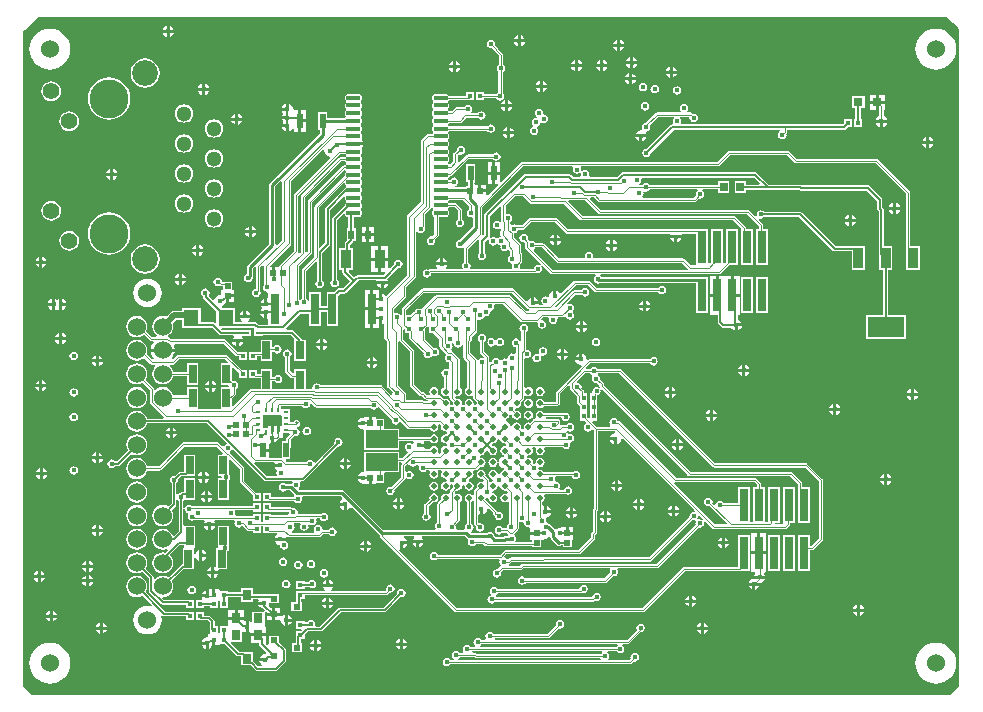
<source format=gtl>
G04*
G04 #@! TF.GenerationSoftware,Altium Limited,Altium Designer,19.0.4 (130)*
G04*
G04 Layer_Physical_Order=1*
G04 Layer_Color=255*
%FSLAX25Y25*%
%MOIN*%
G70*
G01*
G75*
%ADD13C,0.00787*%
%ADD15C,0.01000*%
%ADD16C,0.00700*%
%ADD19R,0.01575X0.01772*%
%ADD20R,0.02913X0.10984*%
%ADD21R,0.01968X0.05118*%
%ADD22R,0.02126X0.02126*%
%ADD23R,0.02126X0.02126*%
%ADD24R,0.02362X0.01968*%
%ADD25R,0.02756X0.06102*%
%ADD26R,0.03150X0.03543*%
%ADD27R,0.01772X0.01575*%
%ADD28R,0.02756X0.10433*%
%ADD29R,0.01968X0.03150*%
%ADD30R,0.03543X0.06496*%
%ADD31R,0.14173X0.20079*%
%ADD32O,0.04724X0.01575*%
%ADD33R,0.02756X0.02953*%
%ADD34R,0.12402X0.07087*%
%ADD35R,0.03543X0.07087*%
%ADD36R,0.03150X0.03150*%
%ADD37R,0.10630X0.05906*%
%ADD38R,0.05118X0.05512*%
G04:AMPARAMS|DCode=39|XSize=11.81mil|YSize=11.81mil|CornerRadius=5.91mil|HoleSize=0mil|Usage=FLASHONLY|Rotation=270.000|XOffset=0mil|YOffset=0mil|HoleType=Round|Shape=RoundedRectangle|*
%AMROUNDEDRECTD39*
21,1,0.01181,0.00000,0,0,270.0*
21,1,0.00000,0.01181,0,0,270.0*
1,1,0.01181,0.00000,0.00000*
1,1,0.01181,0.00000,0.00000*
1,1,0.01181,0.00000,0.00000*
1,1,0.01181,0.00000,0.00000*
%
%ADD39ROUNDEDRECTD39*%
%ADD40R,0.01831X0.00984*%
%ADD41R,0.00984X0.01831*%
G04:AMPARAMS|DCode=42|XSize=19.69mil|YSize=19.69mil|CornerRadius=9.85mil|HoleSize=0mil|Usage=FLASHONLY|Rotation=0.000|XOffset=0mil|YOffset=0mil|HoleType=Round|Shape=RoundedRectangle|*
%AMROUNDEDRECTD42*
21,1,0.01969,0.00000,0,0,0.0*
21,1,0.00000,0.01969,0,0,0.0*
1,1,0.01969,0.00000,0.00000*
1,1,0.01969,0.00000,0.00000*
1,1,0.01969,0.00000,0.00000*
1,1,0.01969,0.00000,0.00000*
%
%ADD42ROUNDEDRECTD42*%
%ADD43R,0.01772X0.00984*%
%ADD76C,0.00350*%
%ADD77C,0.00400*%
%ADD78C,0.00402*%
%ADD79C,0.00500*%
%ADD80C,0.00591*%
%ADD81C,0.01968*%
%ADD82C,0.05118*%
%ADD83C,0.08600*%
%ADD84C,0.12992*%
%ADD85C,0.05543*%
%ADD86C,0.06000*%
%ADD87C,0.01772*%
%ADD88C,0.01968*%
G36*
X350281Y233268D02*
X351902Y231647D01*
X351869Y231567D01*
X352249Y231186D01*
Y13181D01*
X352306Y13125D01*
Y12103D01*
X352362Y12047D01*
X349410Y9094D01*
X43307D01*
X40354Y12047D01*
Y13102D01*
Y230315D01*
X40818Y230779D01*
Y230779D01*
X42815Y232776D01*
X45276Y235236D01*
X348312D01*
X350281Y233268D01*
D02*
G37*
%LPC*%
G36*
X89083Y232138D02*
Y230815D01*
X90406D01*
X90359Y231051D01*
X89942Y231675D01*
X89319Y232091D01*
X89083Y232138D01*
D02*
G37*
G36*
X88083D02*
X87847Y232091D01*
X87223Y231675D01*
X86806Y231051D01*
X86759Y230815D01*
X88083D01*
Y232138D01*
D02*
G37*
G36*
X90406Y229815D02*
X89083D01*
Y228492D01*
X89319Y228538D01*
X89942Y228955D01*
X90359Y229579D01*
X90406Y229815D01*
D02*
G37*
G36*
X88083D02*
X86759D01*
X86806Y229579D01*
X87223Y228955D01*
X87847Y228538D01*
X88083Y228492D01*
Y229815D01*
D02*
G37*
G36*
X206174Y229000D02*
Y227677D01*
X207497D01*
X207450Y227913D01*
X207033Y228537D01*
X206410Y228954D01*
X206174Y229000D01*
D02*
G37*
G36*
X205174D02*
X204938Y228954D01*
X204314Y228537D01*
X203897Y227913D01*
X203850Y227677D01*
X205174D01*
Y229000D01*
D02*
G37*
G36*
X239280Y227566D02*
Y226242D01*
X240603D01*
X240556Y226478D01*
X240139Y227102D01*
X239515Y227519D01*
X239280Y227566D01*
D02*
G37*
G36*
X238280D02*
X238044Y227519D01*
X237420Y227102D01*
X237003Y226478D01*
X236956Y226242D01*
X238280D01*
Y227566D01*
D02*
G37*
G36*
X207497Y226677D02*
X206174D01*
Y225354D01*
X206410Y225401D01*
X207033Y225818D01*
X207450Y226441D01*
X207497Y226677D01*
D02*
G37*
G36*
X205174D02*
X203850D01*
X203897Y226441D01*
X204314Y225818D01*
X204938Y225401D01*
X205174Y225354D01*
Y226677D01*
D02*
G37*
G36*
X240603Y225242D02*
X239280D01*
Y223919D01*
X239515Y223966D01*
X240139Y224383D01*
X240556Y225007D01*
X240603Y225242D01*
D02*
G37*
G36*
X238280D02*
X236956D01*
X237003Y225007D01*
X237420Y224383D01*
X238044Y223966D01*
X238280Y223919D01*
Y225242D01*
D02*
G37*
G36*
X243610Y221705D02*
Y220382D01*
X244934D01*
X244887Y220618D01*
X244470Y221241D01*
X243846Y221658D01*
X243610Y221705D01*
D02*
G37*
G36*
X242610D02*
X242374Y221658D01*
X241751Y221241D01*
X241334Y220618D01*
X241287Y220382D01*
X242610D01*
Y221705D01*
D02*
G37*
G36*
X233669Y220782D02*
Y219459D01*
X234993D01*
X234946Y219695D01*
X234529Y220319D01*
X233905Y220736D01*
X233669Y220782D01*
D02*
G37*
G36*
X232669D02*
X232434Y220736D01*
X231810Y220319D01*
X231393Y219695D01*
X231346Y219459D01*
X232669D01*
Y220782D01*
D02*
G37*
G36*
X225303D02*
Y219459D01*
X226626D01*
X226580Y219695D01*
X226163Y220319D01*
X225539Y220736D01*
X225303Y220782D01*
D02*
G37*
G36*
X224303D02*
X224067Y220736D01*
X223444Y220319D01*
X223027Y219695D01*
X222980Y219459D01*
X224303D01*
Y220782D01*
D02*
G37*
G36*
X184555Y220327D02*
Y219004D01*
X185878D01*
X185831Y219240D01*
X185415Y219864D01*
X184791Y220280D01*
X184555Y220327D01*
D02*
G37*
G36*
X183555D02*
X183319Y220280D01*
X182695Y219864D01*
X182279Y219240D01*
X182232Y219004D01*
X183555D01*
Y220327D01*
D02*
G37*
G36*
X244934Y219382D02*
X243610D01*
Y218059D01*
X243846Y218106D01*
X244470Y218522D01*
X244887Y219146D01*
X244934Y219382D01*
D02*
G37*
G36*
X242610D02*
X241287D01*
X241334Y219146D01*
X241751Y218522D01*
X242374Y218106D01*
X242610Y218059D01*
Y219382D01*
D02*
G37*
G36*
X344488Y231242D02*
X343681Y231162D01*
D01*
X343155Y231110D01*
X341874Y230721D01*
X340692Y230090D01*
X339657Y229240D01*
X338808Y228205D01*
X338176Y227024D01*
X337787Y225742D01*
X337656Y224410D01*
X337787Y223077D01*
X338176Y221795D01*
X338808Y220614D01*
X339657Y219578D01*
X340692Y218729D01*
X341874Y218097D01*
X343155Y217709D01*
X344488Y217577D01*
X345821Y217709D01*
X347103Y218097D01*
X348284Y218729D01*
X349319Y219578D01*
X350169Y220614D01*
X350800Y221795D01*
X351189Y223077D01*
X351320Y224410D01*
X351189Y225742D01*
X350800Y227024D01*
X350169Y228205D01*
X349319Y229240D01*
X348284Y230090D01*
X347103Y230721D01*
X345821Y231110D01*
X345251Y231166D01*
D01*
X344488Y231242D01*
D02*
G37*
G36*
X49213D02*
X47880Y231110D01*
X46598Y230721D01*
X45417Y230090D01*
X44382Y229240D01*
X43532Y228205D01*
X42900Y227024D01*
X42512Y225742D01*
X42380Y224410D01*
X42512Y223077D01*
X42900Y221795D01*
X43532Y220614D01*
X44382Y219578D01*
X45417Y218729D01*
X46598Y218097D01*
X47880Y217709D01*
X49213Y217577D01*
X50546Y217709D01*
X51827Y218097D01*
X53008Y218729D01*
X54044Y219578D01*
X54893Y220614D01*
X55525Y221795D01*
X55913Y223077D01*
X56045Y224410D01*
X55913Y225742D01*
X55525Y227024D01*
X54893Y228205D01*
X54044Y229240D01*
X53008Y230090D01*
X52524Y230349D01*
D01*
X51827Y230721D01*
X50546Y231110D01*
X49213Y231242D01*
D02*
G37*
G36*
X256804Y218571D02*
Y217248D01*
X258127D01*
X258080Y217484D01*
X257663Y218108D01*
X257039Y218524D01*
X256804Y218571D01*
D02*
G37*
G36*
X255804D02*
X255568Y218524D01*
X254944Y218108D01*
X254527Y217484D01*
X254480Y217248D01*
X255804D01*
Y218571D01*
D02*
G37*
G36*
X234993Y218459D02*
X233669D01*
Y217136D01*
X233905Y217183D01*
X234529Y217600D01*
X234946Y218223D01*
X234993Y218459D01*
D02*
G37*
G36*
X232669D02*
X231346D01*
X231393Y218223D01*
X231810Y217600D01*
X232434Y217183D01*
X232669Y217136D01*
Y218459D01*
D02*
G37*
G36*
X226626D02*
X225303D01*
Y217136D01*
X225539Y217183D01*
X226163Y217600D01*
X226580Y218223D01*
X226626Y218459D01*
D02*
G37*
G36*
X224303D02*
X222980D01*
X223027Y218223D01*
X223444Y217600D01*
X224067Y217183D01*
X224303Y217136D01*
Y218459D01*
D02*
G37*
G36*
X185878Y218004D02*
X184555D01*
Y216681D01*
X184791Y216727D01*
X185415Y217144D01*
X185831Y217768D01*
X185878Y218004D01*
D02*
G37*
G36*
X183555D02*
X182232D01*
X182279Y217768D01*
X182695Y217144D01*
X183319Y216727D01*
X183555Y216681D01*
Y218004D01*
D02*
G37*
G36*
X243126Y216390D02*
Y215067D01*
X244449D01*
X244402Y215303D01*
X243986Y215927D01*
X243362Y216343D01*
X243126Y216390D01*
D02*
G37*
G36*
X242126D02*
X241890Y216343D01*
X241266Y215927D01*
X240850Y215303D01*
X240803Y215067D01*
X242126D01*
Y216390D01*
D02*
G37*
G36*
X258127Y216248D02*
X256804D01*
Y214925D01*
X257039Y214972D01*
X257663Y215388D01*
X258080Y216012D01*
X258127Y216248D01*
D02*
G37*
G36*
X255804D02*
X254480D01*
X254527Y216012D01*
X254944Y215388D01*
X255568Y214972D01*
X255804Y214925D01*
Y216248D01*
D02*
G37*
G36*
X244449Y214067D02*
X243126D01*
Y212744D01*
X243362Y212790D01*
X243986Y213207D01*
X244402Y213831D01*
X244449Y214067D01*
D02*
G37*
G36*
X242126D02*
X240803D01*
X240850Y213831D01*
X241266Y213207D01*
X241890Y212790D01*
X242126Y212744D01*
Y214067D01*
D02*
G37*
G36*
X213457Y213866D02*
Y212543D01*
X214780D01*
X214733Y212779D01*
X214316Y213403D01*
X213693Y213819D01*
X213457Y213866D01*
D02*
G37*
G36*
X212457D02*
X212221Y213819D01*
X211597Y213403D01*
X211180Y212779D01*
X211134Y212543D01*
X212457D01*
Y213866D01*
D02*
G37*
G36*
X80901Y221282D02*
X79648Y221117D01*
X78481Y220633D01*
X77478Y219864D01*
X76709Y218861D01*
X76225Y217693D01*
X76060Y216440D01*
X76225Y215187D01*
X76709Y214019D01*
X77478Y213017D01*
X78481Y212247D01*
X79648Y211764D01*
X80901Y211599D01*
X82155Y211764D01*
X83322Y212247D01*
X84325Y213017D01*
X85094Y214019D01*
X85578Y215187D01*
X85743Y216440D01*
X85578Y217693D01*
X85094Y218861D01*
X84325Y219864D01*
X83322Y220633D01*
X82155Y221117D01*
X80901Y221282D01*
D02*
G37*
G36*
X100894Y212847D02*
Y211524D01*
X102217D01*
X102170Y211759D01*
X101753Y212383D01*
X101129Y212800D01*
X100894Y212847D01*
D02*
G37*
G36*
X99894D02*
X99658Y212800D01*
X99034Y212383D01*
X98617Y211759D01*
X98570Y211524D01*
X99894D01*
Y212847D01*
D02*
G37*
G36*
X246850Y213224D02*
X246310Y213116D01*
X245851Y212810D01*
X245545Y212352D01*
X245437Y211811D01*
X245545Y211270D01*
X245851Y210812D01*
X246310Y210506D01*
X246850Y210398D01*
X247391Y210506D01*
X247849Y210812D01*
X248156Y211270D01*
X248263Y211811D01*
X248156Y212352D01*
X247849Y212810D01*
X247391Y213116D01*
X246850Y213224D01*
D02*
G37*
G36*
X214780Y211543D02*
X213457D01*
Y210220D01*
X213693Y210266D01*
X214316Y210683D01*
X214733Y211307D01*
X214780Y211543D01*
D02*
G37*
G36*
X212457D02*
X211134D01*
X211180Y211307D01*
X211597Y210683D01*
X212221Y210266D01*
X212457Y210220D01*
Y211543D01*
D02*
G37*
G36*
X250787Y212437D02*
X250247Y212329D01*
X249788Y212023D01*
X249482Y211564D01*
X249374Y211024D01*
X249482Y210483D01*
X249788Y210024D01*
X250247Y209718D01*
X250787Y209611D01*
X251328Y209718D01*
X251786Y210024D01*
X252093Y210483D01*
X252200Y211024D01*
X252093Y211564D01*
X251786Y212023D01*
X251328Y212329D01*
X250787Y212437D01*
D02*
G37*
G36*
X196269Y227496D02*
X195729Y227388D01*
X195270Y227082D01*
X194964Y226623D01*
X194856Y226083D01*
X194964Y225542D01*
X195270Y225084D01*
X195729Y224777D01*
X196269Y224670D01*
X196636Y224743D01*
X197183Y224196D01*
Y224155D01*
X197183Y224155D01*
X197236Y223891D01*
X197385Y223668D01*
X198897Y222156D01*
Y219317D01*
X198586Y219109D01*
X198280Y218651D01*
X198172Y218110D01*
X198280Y217569D01*
X198586Y217111D01*
X198711Y217028D01*
Y209975D01*
X198672Y209967D01*
X198214Y209661D01*
X198023Y209376D01*
X193905D01*
Y210047D01*
X191331D01*
Y207276D01*
X193905D01*
Y207947D01*
X198023D01*
X198214Y207662D01*
X198672Y207356D01*
X199213Y207248D01*
X199753Y207356D01*
X200212Y207662D01*
X200518Y208121D01*
X200626Y208661D01*
X200518Y209202D01*
X200212Y209661D01*
X200087Y209744D01*
Y216797D01*
X200126Y216805D01*
X200584Y217111D01*
X200891Y217569D01*
X200998Y218110D01*
X200891Y218651D01*
X200584Y219109D01*
X200273Y219317D01*
Y222441D01*
X200273Y222441D01*
X200221Y222704D01*
X200072Y222928D01*
X200072Y222928D01*
X198560Y224440D01*
Y224481D01*
X198507Y224744D01*
X198358Y224967D01*
X198358Y224967D01*
X197609Y225716D01*
X197682Y226083D01*
X197575Y226623D01*
X197268Y227082D01*
X196810Y227388D01*
X196269Y227496D01*
D02*
G37*
G36*
X258268Y212043D02*
X257727Y211935D01*
X257269Y211629D01*
X256962Y211171D01*
X256855Y210630D01*
X256962Y210089D01*
X257269Y209631D01*
X257727Y209325D01*
X258268Y209217D01*
X258808Y209325D01*
X259267Y209631D01*
X259573Y210089D01*
X259681Y210630D01*
X259573Y211171D01*
X259267Y211629D01*
X258808Y211935D01*
X258268Y212043D01*
D02*
G37*
G36*
X102217Y210524D02*
X100894D01*
Y209200D01*
X101129Y209247D01*
X101753Y209664D01*
X102170Y210288D01*
X102217Y210524D01*
D02*
G37*
G36*
X99894D02*
X98570D01*
X98617Y210288D01*
X99034Y209664D01*
X99658Y209247D01*
X99894Y209200D01*
Y210524D01*
D02*
G37*
G36*
X190559Y210047D02*
X187984D01*
Y208883D01*
X182114D01*
X181971Y209098D01*
X181545Y209382D01*
X181043Y209482D01*
X177893D01*
X177391Y209382D01*
X176965Y209098D01*
X176680Y208672D01*
X176580Y208169D01*
X176680Y207667D01*
X176965Y207241D01*
X177041Y207190D01*
Y206589D01*
X176965Y206538D01*
X176680Y206113D01*
X176580Y205610D01*
X176680Y205108D01*
X176965Y204682D01*
X177041Y204631D01*
Y204030D01*
X176965Y203979D01*
X176680Y203554D01*
X176580Y203051D01*
X176680Y202549D01*
X176965Y202123D01*
X177041Y202072D01*
Y201471D01*
X176965Y201420D01*
X176680Y200994D01*
X176580Y200492D01*
X176680Y199990D01*
X176965Y199564D01*
X177041Y199513D01*
Y198912D01*
X176965Y198861D01*
X176680Y198435D01*
X176580Y197933D01*
X176680Y197431D01*
X176965Y197005D01*
X176998Y196983D01*
X177030Y196485D01*
X176651Y196088D01*
X175197D01*
X174924Y196033D01*
X174692Y195879D01*
X173016Y194202D01*
X172861Y193971D01*
X172807Y193698D01*
Y173473D01*
X168382Y169048D01*
X168227Y168817D01*
X168173Y168544D01*
Y149202D01*
X161234Y142263D01*
X160808Y142305D01*
X160185Y142721D01*
X159949Y142768D01*
Y140945D01*
X158949D01*
Y143125D01*
X158912Y143155D01*
Y144012D01*
X157034D01*
Y137795D01*
Y131579D01*
X158912D01*
Y132436D01*
X158949Y132465D01*
Y134646D01*
X159949D01*
Y132822D01*
X160185Y132869D01*
X160263Y132921D01*
X160704Y132686D01*
Y128174D01*
X160758Y127901D01*
X160913Y127669D01*
X161663Y126919D01*
Y112033D01*
X161717Y111760D01*
X161872Y111528D01*
X163418Y109982D01*
X163351Y109646D01*
X163405Y109375D01*
X162944Y109128D01*
X159953Y112119D01*
X159722Y112274D01*
X159449Y112328D01*
X139280D01*
X139090Y112613D01*
X138631Y112920D01*
X138091Y113027D01*
X137550Y112920D01*
X137091Y112613D01*
X136785Y112155D01*
X136678Y111614D01*
X136702Y111494D01*
X136384Y111107D01*
X134457D01*
Y117724D01*
X130701D01*
Y116345D01*
X130201Y116183D01*
X129060Y117323D01*
Y121743D01*
X129346Y121934D01*
X129652Y122392D01*
X129759Y122933D01*
X129652Y123474D01*
X129346Y123932D01*
X128887Y124239D01*
X128347Y124346D01*
X127806Y124239D01*
X127347Y123932D01*
X127041Y123474D01*
X126934Y122933D01*
X127041Y122392D01*
X127347Y121934D01*
X127633Y121743D01*
Y117028D01*
X127687Y116754D01*
X127842Y116523D01*
X129515Y114850D01*
X129747Y114695D01*
X130020Y114641D01*
X130701D01*
Y111107D01*
X123236D01*
Y113656D01*
X124106D01*
X124296Y113371D01*
X124755Y113065D01*
X125295Y112957D01*
X125836Y113065D01*
X126294Y113371D01*
X126601Y113829D01*
X126708Y114370D01*
X126601Y114911D01*
X126294Y115369D01*
X125836Y115675D01*
X125295Y115783D01*
X124755Y115675D01*
X124296Y115369D01*
X124106Y115084D01*
X123236D01*
Y117724D01*
X119480D01*
Y116170D01*
X118118D01*
Y117527D01*
X115543D01*
Y114756D01*
X117349D01*
X117418Y114742D01*
X119480D01*
Y111107D01*
X116299D01*
X116026Y111053D01*
X115794Y110898D01*
X110312Y105416D01*
X109850Y105607D01*
Y107864D01*
X110938Y108951D01*
X111092Y109182D01*
X111147Y109456D01*
Y111219D01*
X111432Y111409D01*
X111739Y111868D01*
X111846Y112408D01*
X111739Y112949D01*
X111432Y113407D01*
X110974Y113714D01*
X110433Y113821D01*
X110262Y113787D01*
X109850Y114146D01*
Y118211D01*
X110312Y118403D01*
X112197Y116518D01*
Y114756D01*
X114772D01*
Y117527D01*
X113206D01*
X108477Y122257D01*
X108246Y122411D01*
X107972Y122466D01*
X91929D01*
X91656Y122411D01*
X91425Y122257D01*
X90173Y121005D01*
X89796Y121336D01*
X90305Y121999D01*
X90708Y122971D01*
X90780Y123516D01*
X86811D01*
X82842D01*
X82914Y122971D01*
X83317Y121999D01*
X83773Y121405D01*
X83573Y120869D01*
X83327Y120832D01*
X81412Y122747D01*
X81559Y123102D01*
X81680Y124016D01*
X81559Y124929D01*
X81207Y125781D01*
X80646Y126512D01*
X79915Y127073D01*
X79063Y127426D01*
X78149Y127546D01*
X77236Y127426D01*
X76384Y127073D01*
X75653Y126512D01*
X75092Y125781D01*
X74740Y124929D01*
X74619Y124016D01*
X74740Y123102D01*
X75092Y122251D01*
X75653Y121519D01*
X76384Y120958D01*
X77236Y120606D01*
X78149Y120485D01*
X79063Y120606D01*
X79915Y120958D01*
X80632Y121509D01*
X82665Y119476D01*
X82896Y119321D01*
X83169Y119267D01*
X84313D01*
X84482Y118767D01*
X84315Y118638D01*
X83754Y117907D01*
X83401Y117055D01*
X83281Y116142D01*
X83401Y115228D01*
X83754Y114377D01*
X84315Y113646D01*
X85046Y113084D01*
X85897Y112732D01*
X86811Y112611D01*
X87725Y112732D01*
X88576Y113084D01*
X89307Y113646D01*
X89868Y114377D01*
X90221Y115228D01*
X90247Y115428D01*
X94874D01*
Y112591D01*
X98630D01*
Y119693D01*
X94874D01*
Y116855D01*
X90247D01*
X90221Y117055D01*
X89868Y117907D01*
X89307Y118638D01*
X89140Y118767D01*
X89309Y119267D01*
X90158D01*
X90431Y119321D01*
X90662Y119476D01*
X92225Y121038D01*
X107677D01*
X108560Y120155D01*
X108369Y119693D01*
X106095D01*
Y112591D01*
X108614D01*
X108771Y112260D01*
X108462Y111819D01*
X106095D01*
Y104717D01*
X105759Y104355D01*
X98965D01*
X98630Y104717D01*
Y111819D01*
X94874D01*
Y108981D01*
X90247D01*
X90221Y109181D01*
X89868Y110033D01*
X89307Y110764D01*
X88576Y111325D01*
X87725Y111678D01*
X86811Y111798D01*
X85897Y111678D01*
X85046Y111325D01*
X84325Y110772D01*
X84138Y110797D01*
X83825Y110903D01*
Y111180D01*
X83770Y111453D01*
X83616Y111685D01*
X81084Y114217D01*
X81207Y114377D01*
X81559Y115228D01*
X81680Y116142D01*
X81559Y117055D01*
X81207Y117907D01*
X80646Y118638D01*
X79915Y119199D01*
X79063Y119552D01*
X78149Y119672D01*
X77236Y119552D01*
X76384Y119199D01*
X75653Y118638D01*
X75092Y117907D01*
X74740Y117055D01*
X74619Y116142D01*
X74740Y115228D01*
X75092Y114377D01*
X75653Y113646D01*
X76384Y113084D01*
X77236Y112732D01*
X78149Y112611D01*
X79063Y112732D01*
X79915Y113084D01*
X80075Y113207D01*
X82397Y110885D01*
Y106735D01*
X82452Y106462D01*
X82606Y106230D01*
X87178Y101658D01*
X87050Y101236D01*
X86992Y101158D01*
X81579D01*
X81559Y101307D01*
X81207Y102159D01*
X80646Y102890D01*
X79915Y103451D01*
X79063Y103804D01*
X78149Y103924D01*
X77236Y103804D01*
X76384Y103451D01*
X75653Y102890D01*
X75092Y102159D01*
X74740Y101307D01*
X74619Y100394D01*
X74740Y99480D01*
X75092Y98629D01*
X75653Y97897D01*
X76384Y97337D01*
X77236Y96984D01*
X78149Y96864D01*
X79063Y96984D01*
X79915Y97337D01*
X80646Y97897D01*
X81207Y98629D01*
X81559Y99480D01*
X81579Y99629D01*
X101700D01*
X108074Y93256D01*
X107909Y92713D01*
X107864Y92704D01*
X107405Y92398D01*
X107195Y92082D01*
X106629Y91941D01*
X105447Y93123D01*
X105216Y93278D01*
X104942Y93332D01*
X93701D01*
X93428Y93278D01*
X93196Y93123D01*
X85433Y85359D01*
X81586D01*
X81559Y85559D01*
X81207Y86411D01*
X80646Y87142D01*
X79915Y87703D01*
X79063Y88056D01*
X78149Y88176D01*
X77236Y88056D01*
X76384Y87703D01*
X75653Y87142D01*
X75092Y86411D01*
X74740Y85559D01*
X74619Y84646D01*
X74740Y83732D01*
X75092Y82881D01*
X75653Y82149D01*
X76384Y81588D01*
X77236Y81236D01*
X78149Y81116D01*
X79063Y81236D01*
X79915Y81588D01*
X80646Y82149D01*
X81207Y82881D01*
X81559Y83732D01*
X81586Y83932D01*
X85728D01*
X86001Y83986D01*
X86233Y84141D01*
X93996Y91904D01*
X104647D01*
X106908Y89643D01*
X106717Y89181D01*
X105110D01*
Y82079D01*
X106144D01*
X106461Y81693D01*
X106144Y81307D01*
X105110D01*
Y74205D01*
X108866D01*
Y80689D01*
X108873Y80694D01*
X109179Y81152D01*
X109287Y81693D01*
X109179Y82234D01*
X108873Y82692D01*
X108866Y82697D01*
Y87508D01*
X109328Y87700D01*
X112580Y84448D01*
Y80308D01*
X112635Y80035D01*
X112789Y79804D01*
X117020Y75573D01*
Y73811D01*
X119595D01*
Y76583D01*
X118029D01*
X114008Y80604D01*
Y84743D01*
X113953Y85016D01*
X113799Y85248D01*
X109310Y89736D01*
X109300Y90240D01*
X109348Y90362D01*
X109404Y90399D01*
X109710Y90858D01*
X109719Y90904D01*
X110261Y91068D01*
X120628Y80702D01*
X120876Y80536D01*
X121169Y80477D01*
X129863D01*
X130131Y79978D01*
X129994Y79773D01*
X129898Y79290D01*
X129518Y79366D01*
X127929D01*
X127501Y79652D01*
X126961Y79759D01*
X126420Y79652D01*
X125961Y79346D01*
X125655Y78887D01*
X125548Y78347D01*
X125655Y77806D01*
X125961Y77347D01*
X126420Y77041D01*
X126961Y76933D01*
X127501Y77041D01*
X127929Y77327D01*
X129096D01*
X130568Y75855D01*
X130697Y75716D01*
X130666Y75509D01*
X130520Y75225D01*
X122941D01*
Y76583D01*
X120366D01*
Y73811D01*
X122172D01*
X122241Y73797D01*
X130698D01*
X130891Y73509D01*
X131349Y73203D01*
X131890Y73095D01*
X132431Y73203D01*
X132889Y73509D01*
X133195Y73967D01*
X133303Y74508D01*
X133230Y74874D01*
X133533Y75374D01*
X146136D01*
X146663Y74848D01*
X146589Y74215D01*
X146278Y74007D01*
X145861Y73383D01*
X145815Y73148D01*
X147638D01*
Y72648D01*
X148138D01*
Y70824D01*
X148374Y70871D01*
X148997Y71288D01*
X149205Y71599D01*
X149838Y71673D01*
X159139Y62371D01*
X159172Y62349D01*
Y62187D01*
X159172Y62187D01*
X159224Y61924D01*
X159373Y61700D01*
X184159Y36915D01*
X184159Y36915D01*
X184382Y36766D01*
X184646Y36713D01*
X246850D01*
X246850Y36713D01*
X247114Y36766D01*
X247337Y36915D01*
X260972Y50550D01*
X279152D01*
X279152Y50550D01*
X279218Y50563D01*
X282390D01*
Y62547D01*
X278477D01*
Y51926D01*
X260687D01*
X260687Y51926D01*
X260423Y51874D01*
X260200Y51725D01*
X260200Y51725D01*
X246565Y38090D01*
X184931D01*
X165586Y57435D01*
X165603Y57532D01*
X165900Y57735D01*
Y59800D01*
X166400D01*
Y60300D01*
X168223D01*
X168176Y60536D01*
X167760Y61160D01*
X167136Y61576D01*
X167204Y62073D01*
X170392D01*
X170543Y61573D01*
X170524Y61560D01*
X170107Y60936D01*
X170060Y60700D01*
X173706D01*
X173660Y60936D01*
X173243Y61560D01*
X173223Y61573D01*
X173375Y62073D01*
X187437D01*
X188223Y61287D01*
X188554Y61066D01*
X188644Y60850D01*
X188646Y60538D01*
X188547Y60039D01*
X188655Y59499D01*
X188961Y59040D01*
X189419Y58734D01*
X189960Y58626D01*
X190501Y58734D01*
X190959Y59040D01*
X191266Y59499D01*
X191267Y59505D01*
X193711D01*
X194308Y58908D01*
X194540Y58753D01*
X194813Y58699D01*
X201459D01*
X201492Y58677D01*
X201765Y58622D01*
X209854D01*
Y58280D01*
X212980D01*
Y60929D01*
X213480D01*
Y60929D01*
X213911Y61096D01*
X214515Y61216D01*
X215139Y61633D01*
X215485Y62151D01*
X215985Y62047D01*
Y61764D01*
X216063Y61373D01*
X216284Y61043D01*
X218279Y59048D01*
X218610Y58827D01*
X219000Y58749D01*
X219390Y58827D01*
X219586Y58958D01*
X220091D01*
Y58280D01*
X223217D01*
Y60929D01*
X223716D01*
Y62492D01*
X221654D01*
Y62992D01*
X221153D01*
Y65055D01*
X219590D01*
Y65055D01*
X219160Y64889D01*
X218555Y64768D01*
X218169Y64510D01*
X217898Y64365D01*
X217458Y64542D01*
X216015Y65985D01*
X215684Y66206D01*
X215560Y66230D01*
X215539Y66263D01*
X215080Y66569D01*
X214601Y66664D01*
X214593Y66684D01*
X214700Y67224D01*
X214593Y67765D01*
X214578Y67787D01*
X214808Y68343D01*
X215100Y68401D01*
X215723Y68818D01*
X216140Y69441D01*
X216187Y69677D01*
X214364D01*
Y70177D01*
X213864D01*
Y72000D01*
X213813Y71990D01*
X213313Y72299D01*
Y73494D01*
X213669Y73732D01*
X213997Y74224D01*
X214112Y74803D01*
X213997Y75382D01*
X213880Y75557D01*
X214147Y76057D01*
X221260D01*
X221408Y75958D01*
X221949Y75851D01*
X222490Y75958D01*
X222948Y76265D01*
X223254Y76723D01*
X223362Y77264D01*
X223254Y77804D01*
X222948Y78263D01*
X222490Y78569D01*
X221949Y78677D01*
X221408Y78569D01*
X220950Y78263D01*
X220643Y77804D01*
X220580Y77485D01*
X219257D01*
X219022Y77985D01*
X219205Y78259D01*
X219313Y78800D01*
X219205Y79341D01*
X218899Y79799D01*
X218441Y80105D01*
X217955Y80202D01*
X217872Y80251D01*
X217575Y80658D01*
X217641Y80992D01*
X217548Y81463D01*
X217678Y81803D01*
X217764Y81963D01*
X223178D01*
X223202Y81841D01*
X223509Y81383D01*
X223967Y81077D01*
X224508Y80969D01*
X225049Y81077D01*
X225507Y81383D01*
X225813Y81841D01*
X225921Y82382D01*
X225813Y82923D01*
X225507Y83381D01*
X225049Y83687D01*
X224508Y83795D01*
X223967Y83687D01*
X223523Y83390D01*
X213907D01*
X213669Y83747D01*
X213178Y84075D01*
X212599Y84190D01*
X212457Y84162D01*
X212032Y84587D01*
X212043Y84645D01*
X212032Y84703D01*
X212457Y85128D01*
X212599Y85100D01*
X213178Y85215D01*
X213669Y85543D01*
X213997Y86035D01*
X214112Y86614D01*
X213997Y87193D01*
X213669Y87684D01*
X213178Y88012D01*
X212599Y88127D01*
X212020Y88012D01*
X211529Y87684D01*
X211200Y87193D01*
X211085Y86614D01*
X211114Y86472D01*
X210688Y86047D01*
X210630Y86058D01*
X210546Y86041D01*
X210142Y86445D01*
X210175Y86614D01*
X210060Y87193D01*
X209732Y87684D01*
X209241Y88012D01*
X208662Y88127D01*
X208520Y88099D01*
X208094Y88524D01*
X208106Y88583D01*
X208094Y88640D01*
X208520Y89065D01*
X208662Y89037D01*
X209241Y89152D01*
X209732Y89480D01*
X210060Y89972D01*
X210175Y90551D01*
X210060Y91130D01*
X209942Y91306D01*
X210210Y91806D01*
X211051D01*
X211318Y91306D01*
X211200Y91130D01*
X211085Y90551D01*
X211200Y89972D01*
X211529Y89480D01*
X212020Y89152D01*
X212599Y89037D01*
X213178Y89152D01*
X213669Y89480D01*
X213997Y89972D01*
X214112Y90551D01*
X213997Y91130D01*
X213879Y91306D01*
X214147Y91806D01*
X220070D01*
X220261Y91521D01*
X220720Y91215D01*
X221260Y91107D01*
X221801Y91215D01*
X222259Y91521D01*
X222566Y91979D01*
X222673Y92520D01*
X222610Y92837D01*
X222566Y93061D01*
X222956Y93377D01*
X222992Y93384D01*
X223451Y93691D01*
X223757Y94149D01*
X223865Y94690D01*
X223757Y95230D01*
X223451Y95689D01*
X222992Y95995D01*
X222452Y96103D01*
X222269Y96066D01*
X221692Y96404D01*
X221690Y96412D01*
X221384Y96870D01*
X221709Y97215D01*
X221999Y97021D01*
X222539Y96914D01*
X223080Y97021D01*
X223538Y97328D01*
X223845Y97786D01*
X223952Y98327D01*
X223845Y98867D01*
X223538Y99326D01*
X223080Y99632D01*
X222539Y99740D01*
X221999Y99632D01*
X221540Y99326D01*
X221350Y99041D01*
X219768D01*
X219495Y98986D01*
X219404Y98926D01*
X219034Y99237D01*
X219188Y99469D01*
X219243Y99742D01*
Y100394D01*
X219188Y100667D01*
X219034Y100899D01*
X218802Y101054D01*
X218529Y101108D01*
X214684D01*
X214401Y101608D01*
X214425Y101649D01*
X219686D01*
X219768Y101236D01*
X220075Y100777D01*
X220533Y100471D01*
X221074Y100364D01*
X221615Y100471D01*
X222073Y100777D01*
X222379Y101236D01*
X222487Y101777D01*
X222379Y102317D01*
X222073Y102776D01*
X221615Y103082D01*
X221074Y103190D01*
X220533Y103082D01*
X220525Y103076D01*
X213907D01*
X213669Y103433D01*
X213178Y103761D01*
X212599Y103876D01*
X212020Y103761D01*
X211529Y103433D01*
X211200Y102942D01*
X211085Y102363D01*
X211200Y101784D01*
X211318Y101608D01*
X211051Y101108D01*
X210630D01*
X210357Y101054D01*
X210126Y100899D01*
X209083Y99856D01*
X208662Y99939D01*
X208083Y99824D01*
X207592Y99496D01*
X207263Y99005D01*
X207148Y98426D01*
X207199Y98169D01*
X206850Y97755D01*
X206514Y97758D01*
X206183Y98148D01*
X206239Y98426D01*
X206123Y99005D01*
X205795Y99496D01*
X205304Y99824D01*
X204725Y99939D01*
X204146Y99824D01*
X203655Y99496D01*
X203327Y99005D01*
X203266Y98702D01*
X202756D01*
X202657Y99200D01*
X202219Y99856D01*
X201562Y100295D01*
X201064Y100394D01*
Y100904D01*
X201367Y100964D01*
X201858Y101292D01*
X202186Y101784D01*
X202302Y102363D01*
X202273Y102504D01*
X202699Y102929D01*
X202757Y102918D01*
X202840Y102934D01*
X203245Y102530D01*
X203211Y102363D01*
X203327Y101784D01*
X203655Y101292D01*
X204146Y100964D01*
X204725Y100849D01*
X205304Y100964D01*
X205795Y101292D01*
X206123Y101784D01*
X206239Y102363D01*
X206123Y102942D01*
X205795Y103433D01*
X205304Y103761D01*
X204725Y103876D01*
X204557Y103843D01*
X204153Y104247D01*
X204170Y104331D01*
X204158Y104389D01*
X204584Y104814D01*
X204725Y104786D01*
X205304Y104901D01*
X205795Y105229D01*
X206123Y105720D01*
X206239Y106300D01*
X206155Y106720D01*
X207088Y107654D01*
X207243Y107885D01*
X207297Y108158D01*
Y108776D01*
X207797Y109029D01*
X208083Y108838D01*
X208662Y108723D01*
X209241Y108838D01*
X209732Y109166D01*
X210060Y109658D01*
X210175Y110237D01*
X210060Y110816D01*
X209732Y111307D01*
X209241Y111635D01*
X208662Y111750D01*
X208083Y111635D01*
X207797Y111444D01*
X207297Y111698D01*
Y121097D01*
X207797Y121397D01*
X208169Y121323D01*
X208710Y121431D01*
X209168Y121737D01*
X209475Y122195D01*
X209582Y122736D01*
X209475Y123277D01*
X209168Y123735D01*
X208710Y124042D01*
X208169Y124149D01*
X207800Y124452D01*
Y130109D01*
X208086Y130300D01*
X208392Y130759D01*
X208500Y131299D01*
X208392Y131840D01*
X208086Y132298D01*
X207627Y132605D01*
X207087Y132712D01*
X206546Y132605D01*
X206087Y132298D01*
X205781Y131840D01*
X205674Y131299D01*
X205781Y130759D01*
X206087Y130300D01*
X206373Y130109D01*
Y127004D01*
X205873Y126955D01*
X205843Y127105D01*
X205537Y127564D01*
X205078Y127870D01*
X204538Y127978D01*
X203997Y127870D01*
X203538Y127564D01*
X203232Y127105D01*
X203125Y126565D01*
X203232Y126024D01*
X203538Y125566D01*
X203997Y125259D01*
X204404Y125178D01*
Y122985D01*
X203904Y122717D01*
X203690Y122861D01*
X203150Y122968D01*
X202609Y122861D01*
X202151Y122554D01*
X201844Y122096D01*
X201737Y121555D01*
X201746Y121510D01*
X201328Y121187D01*
X200787Y121295D01*
X200247Y121187D01*
X199788Y120881D01*
X199744Y120815D01*
X199737Y120812D01*
X199166Y120850D01*
X198999Y121099D01*
X198541Y121405D01*
X198000Y121513D01*
X197459Y121405D01*
X197001Y121099D01*
X196695Y120641D01*
X196587Y120100D01*
X196370Y119986D01*
X196116Y119935D01*
X196095Y119933D01*
X195616Y120211D01*
Y121726D01*
X195562Y121999D01*
X195407Y122230D01*
X193864Y123773D01*
Y126861D01*
X194150Y127052D01*
X194456Y127510D01*
X194563Y128051D01*
X194456Y128592D01*
X194150Y129050D01*
X193691Y129357D01*
X193150Y129464D01*
X192610Y129357D01*
X192151Y129050D01*
X191845Y128592D01*
X191737Y128051D01*
X191845Y127510D01*
X192151Y127052D01*
X192437Y126861D01*
Y123477D01*
X192491Y123204D01*
X192646Y122973D01*
X193807Y121811D01*
X193561Y121351D01*
X193316Y121399D01*
X192776Y121292D01*
X192317Y120985D01*
X192155Y120742D01*
X191980Y120739D01*
X191633Y120861D01*
X191604Y121007D01*
X191449Y121239D01*
X189378Y123310D01*
Y126857D01*
X189540Y127019D01*
X189695Y127251D01*
X189749Y127524D01*
Y128498D01*
X191449Y130198D01*
X191604Y130430D01*
X191659Y130703D01*
Y134031D01*
X192159Y134332D01*
X192531Y134257D01*
X193071Y134365D01*
X193530Y134671D01*
X193836Y135130D01*
X193836Y135130D01*
X193839Y135141D01*
X194055Y135512D01*
X194596Y135405D01*
X195137Y135512D01*
X195595Y135819D01*
X195902Y136277D01*
X196009Y136818D01*
X196412Y137357D01*
X196505Y137376D01*
X196964Y137682D01*
X197270Y138140D01*
X197378Y138681D01*
X197303Y139053D01*
X197604Y139553D01*
X200125D01*
X206030Y133649D01*
X206261Y133494D01*
X206534Y133440D01*
X211512D01*
X211611Y133354D01*
X211860Y132999D01*
X211776Y132579D01*
X211884Y132038D01*
X212190Y131580D01*
X212648Y131273D01*
X213189Y131166D01*
X213730Y131273D01*
X214188Y131580D01*
X214494Y132038D01*
X214602Y132579D01*
X214494Y133119D01*
X214188Y133578D01*
X213730Y133884D01*
X213189Y133992D01*
X213036Y133961D01*
X212790Y134422D01*
X213393Y135026D01*
X215290D01*
X215590Y134526D01*
X215516Y134153D01*
X215624Y133613D01*
X215930Y133154D01*
X216388Y132848D01*
X216929Y132741D01*
X217470Y132848D01*
X217928Y133154D01*
X218234Y133613D01*
X218342Y134153D01*
X218279Y134469D01*
X218572Y134918D01*
X218651Y134969D01*
X219935D01*
X220208Y135024D01*
X220440Y135178D01*
X220580Y135319D01*
X221123Y135154D01*
X221135Y135089D01*
X221442Y134631D01*
X221900Y134325D01*
X222441Y134217D01*
X222982Y134325D01*
X223440Y134631D01*
X223746Y135089D01*
X223854Y135630D01*
X223746Y136171D01*
X223459Y136601D01*
X223394Y136742D01*
Y137077D01*
X223459Y137218D01*
X223746Y137648D01*
X223853Y138189D01*
X223746Y138729D01*
X223440Y139188D01*
X222981Y139494D01*
X222441Y139602D01*
X221900Y139494D01*
X221606Y139899D01*
X224300Y142593D01*
X226446D01*
X226637Y142308D01*
X227095Y142002D01*
X227636Y141894D01*
X228177Y142002D01*
X228635Y142308D01*
X228941Y142766D01*
X229049Y143307D01*
X228941Y143848D01*
X228635Y144306D01*
X228177Y144613D01*
X227636Y144720D01*
X227095Y144613D01*
X226637Y144306D01*
X226446Y144021D01*
X224005D01*
X223732Y143966D01*
X223500Y143812D01*
X217967Y138279D01*
X217770Y138308D01*
X217594Y138839D01*
X224498Y145743D01*
X228445D01*
X230598Y143590D01*
X230829Y143435D01*
X231102Y143381D01*
X251960D01*
X252151Y143095D01*
X252609Y142789D01*
X253150Y142682D01*
X253690Y142789D01*
X254149Y143095D01*
X254455Y143554D01*
X254563Y144095D01*
X254455Y144635D01*
X254149Y145094D01*
X253690Y145400D01*
X253150Y145508D01*
X252609Y145400D01*
X252151Y145094D01*
X251960Y144808D01*
X231398D01*
X229245Y146961D01*
X229013Y147116D01*
X228740Y147170D01*
X224202D01*
X223929Y147116D01*
X223698Y146961D01*
X219673Y142937D01*
X219087Y143057D01*
X218800Y143486D01*
X218177Y143902D01*
X217941Y143949D01*
Y142126D01*
X216941D01*
Y143949D01*
X216705Y143902D01*
X216081Y143486D01*
X215665Y142862D01*
X215518Y142126D01*
X215532Y142057D01*
X215082Y141756D01*
X214921Y141863D01*
X214381Y141971D01*
X213840Y141863D01*
X213381Y141557D01*
X213075Y141099D01*
X212968Y140558D01*
X213075Y140017D01*
X213381Y139559D01*
X213474Y139497D01*
X213323Y138997D01*
X212389D01*
X212097Y139369D01*
X210148D01*
Y139869D01*
X209648D01*
Y141692D01*
X209412Y141645D01*
X208788Y141229D01*
X208397Y140643D01*
X208294Y140566D01*
X207890Y140444D01*
X203931Y144402D01*
X203700Y144557D01*
X203427Y144611D01*
X173425D01*
X173152Y144557D01*
X172921Y144402D01*
X166807Y138289D01*
X166652Y138057D01*
X166598Y137784D01*
Y135685D01*
X166098Y135586D01*
X165861Y135940D01*
X165403Y136246D01*
X164862Y136354D01*
X164490Y136280D01*
X163990Y136581D01*
Y137853D01*
X167743Y141606D01*
X167898Y141837D01*
X167952Y142110D01*
Y145078D01*
X170977Y148103D01*
X171132Y148335D01*
X171186Y148608D01*
Y163639D01*
X171686Y163791D01*
X171835Y163567D01*
X172294Y163261D01*
X172834Y163154D01*
X173375Y163261D01*
X173833Y163567D01*
X174140Y164026D01*
X174247Y164567D01*
X174176Y164924D01*
X174281Y165081D01*
X174336Y165354D01*
Y169567D01*
X176109Y171340D01*
X176216Y171500D01*
X176735Y171571D01*
X177041Y171280D01*
Y170762D01*
X176965Y170712D01*
X176680Y170286D01*
X176580Y169783D01*
X176680Y169281D01*
X176965Y168855D01*
X177379Y168578D01*
Y162739D01*
X176516Y161876D01*
X176179Y161943D01*
X175638Y161835D01*
X175180Y161529D01*
X174874Y161070D01*
X174766Y160530D01*
X174874Y159989D01*
X175180Y159530D01*
X175638Y159224D01*
X176179Y159117D01*
X176720Y159224D01*
X177178Y159530D01*
X177485Y159989D01*
X177592Y160530D01*
X177525Y160866D01*
X178598Y161939D01*
X178752Y162170D01*
X178807Y162443D01*
Y168471D01*
X181043D01*
X181545Y168571D01*
X181971Y168855D01*
X182255Y169281D01*
X182355Y169783D01*
X182255Y170286D01*
X181971Y170712D01*
X181938Y170733D01*
X181906Y171231D01*
X182285Y171629D01*
X184055D01*
X185086Y170597D01*
Y167752D01*
X184801Y167561D01*
X184495Y167103D01*
X184387Y166562D01*
X184495Y166022D01*
X184801Y165563D01*
X185259Y165257D01*
X185800Y165149D01*
X186341Y165257D01*
X186799Y165563D01*
X187105Y166022D01*
X187213Y166562D01*
X187105Y167103D01*
X186799Y167561D01*
X186514Y167752D01*
Y170893D01*
X186459Y171166D01*
X186305Y171398D01*
X184855Y172847D01*
X184624Y173002D01*
X184350Y173056D01*
X182114D01*
X181971Y173271D01*
X181938Y173293D01*
X181906Y173790D01*
X182285Y174188D01*
X186811D01*
X188755Y172244D01*
Y170890D01*
X188469Y170699D01*
X188163Y170241D01*
X188056Y169700D01*
X188163Y169159D01*
X188469Y168701D01*
X188928Y168395D01*
X189469Y168287D01*
X189835Y168360D01*
X190335Y168057D01*
Y165325D01*
X185864Y160855D01*
X185359Y160754D01*
X184901Y160448D01*
X184595Y159990D01*
X184487Y159449D01*
X184595Y158908D01*
X184901Y158450D01*
X185359Y158143D01*
X185900Y158036D01*
X186441Y158143D01*
X186818Y158396D01*
X187124Y158271D01*
X187279Y158148D01*
X187278Y158145D01*
Y153461D01*
X186993Y153270D01*
X186687Y152812D01*
X186579Y152271D01*
X186687Y151731D01*
X186800Y151561D01*
X186532Y151061D01*
X181336D01*
X181205Y151287D01*
X181129Y151561D01*
X181501Y152119D01*
X181548Y152354D01*
X177901D01*
X177948Y152119D01*
X178320Y151561D01*
X178244Y151287D01*
X178113Y151061D01*
X175955D01*
X175955Y151061D01*
X175691Y151009D01*
X175468Y150860D01*
X175344Y150912D01*
X174803Y151019D01*
X174262Y150912D01*
X173804Y150605D01*
X173498Y150147D01*
X173390Y149606D01*
X173498Y149066D01*
X173804Y148607D01*
X174262Y148301D01*
X174803Y148193D01*
X175344Y148301D01*
X175802Y148607D01*
X176109Y149066D01*
X176216Y149606D01*
X176703Y149685D01*
X211003D01*
X211003Y149685D01*
X211267Y149738D01*
X211427Y149845D01*
X211811Y149768D01*
X212352Y149876D01*
X212810Y150182D01*
X213116Y150640D01*
X213224Y151181D01*
X213116Y151722D01*
X212962Y151953D01*
X213351Y152271D01*
X216115Y149506D01*
X216347Y149352D01*
X216620Y149297D01*
X230979D01*
X231131Y148797D01*
X230891Y148637D01*
X230584Y148179D01*
X230477Y147638D01*
X230584Y147097D01*
X230891Y146639D01*
X231349Y146332D01*
X231890Y146225D01*
X232192Y146285D01*
X232231Y146277D01*
X264697D01*
Y136313D01*
X268610D01*
Y148297D01*
X265795D01*
X265697Y148316D01*
X233103D01*
X232889Y148637D01*
X232649Y148797D01*
X232801Y149297D01*
X272371D01*
X272644Y149352D01*
X272876Y149506D01*
X275706Y152337D01*
X278610D01*
Y164321D01*
X274697D01*
Y153346D01*
X274110Y152759D01*
X273610Y152966D01*
Y164321D01*
X269697D01*
Y153471D01*
X269072Y152846D01*
X268610Y153037D01*
Y164321D01*
X265466D01*
X265397Y164334D01*
X221898D01*
X218405Y167827D01*
X218173Y167982D01*
X217900Y168036D01*
X209272D01*
X208998Y167982D01*
X208767Y167827D01*
X206614Y165674D01*
X204773D01*
X204477Y165872D01*
X203937Y165980D01*
X203396Y165872D01*
X203171Y165722D01*
X202671Y165989D01*
Y166909D01*
X202957Y167100D01*
X203263Y167559D01*
X203370Y168099D01*
X203263Y168640D01*
X202957Y169098D01*
X202498Y169405D01*
X201958Y169512D01*
X201585Y169438D01*
X201085Y169739D01*
Y172222D01*
X204201Y175337D01*
X206844D01*
X209075Y173106D01*
X209306Y172952D01*
X209579Y172897D01*
X220582D01*
X225972Y167507D01*
X226203Y167352D01*
X226476Y167298D01*
X276902D01*
X279683Y164517D01*
Y159585D01*
X279697Y159516D01*
Y152337D01*
X283610D01*
Y164321D01*
X281111D01*
Y164812D01*
X281056Y165085D01*
X280902Y165317D01*
X277702Y168517D01*
X277471Y168671D01*
X277198Y168726D01*
X226772D01*
X221867Y173630D01*
X222059Y174092D01*
X227655D01*
X232172Y169574D01*
X232404Y169419D01*
X232677Y169365D01*
X281594D01*
X285507Y165452D01*
Y164321D01*
X284697D01*
Y152337D01*
X288610D01*
Y164321D01*
X286934D01*
Y165748D01*
X286880Y166021D01*
X286725Y166253D01*
X285421Y167556D01*
X285510Y167740D01*
X285716Y167969D01*
X286171Y167878D01*
X286711Y167986D01*
X287170Y168292D01*
X287228Y168380D01*
X298982D01*
X310133Y157230D01*
X310428Y157032D01*
X310777Y156963D01*
X316429D01*
Y150681D01*
X320972D01*
Y158768D01*
X317411D01*
X317323Y158785D01*
X311154D01*
X300004Y169936D01*
X299708Y170133D01*
X299360Y170203D01*
X287228D01*
X287170Y170291D01*
X286711Y170597D01*
X286171Y170704D01*
X285630Y170597D01*
X285172Y170291D01*
X284865Y169832D01*
X284758Y169291D01*
X284848Y168837D01*
X284619Y168631D01*
X284436Y168542D01*
X282394Y170583D01*
X282163Y170738D01*
X281890Y170792D01*
X232973D01*
X229235Y174531D01*
X229426Y174993D01*
X230488D01*
X231805Y173676D01*
X231805Y173676D01*
X232028Y173527D01*
X232291Y173475D01*
X264093D01*
X264093Y173475D01*
X264356Y173527D01*
X264580Y173676D01*
X265548Y174644D01*
X265914Y174571D01*
X266455Y174679D01*
X266914Y174985D01*
X267220Y175443D01*
X267327Y175984D01*
X267220Y176525D01*
X266914Y176983D01*
X266652Y177158D01*
X266804Y177658D01*
X271941D01*
Y176324D01*
X275697D01*
Y180276D01*
X271941D01*
Y179035D01*
X249053D01*
X248845Y179346D01*
X248387Y179652D01*
X247846Y179759D01*
X247305Y179652D01*
X246847Y179346D01*
X246639Y179035D01*
X245771D01*
X245619Y179535D01*
X245881Y179709D01*
X246187Y180168D01*
X246294Y180708D01*
X246221Y181077D01*
X246523Y181577D01*
X283821D01*
X285724Y179673D01*
X285533Y179211D01*
X281209D01*
Y180276D01*
X277453D01*
Y176324D01*
X281209D01*
Y177389D01*
X299062D01*
X299258Y177258D01*
X299606Y177189D01*
X321473D01*
X324876Y173785D01*
Y171260D01*
X324946Y170911D01*
X325143Y170615D01*
X325467Y170292D01*
Y156102D01*
X325484Y156014D01*
Y150681D01*
X326845D01*
Y135933D01*
X321055D01*
Y127847D01*
X334457D01*
Y135933D01*
X328667D01*
Y150681D01*
X330028D01*
Y158768D01*
X327289D01*
Y170669D01*
X327220Y171018D01*
X327022Y171314D01*
X326699Y171637D01*
Y174163D01*
X326629Y174512D01*
X326432Y174807D01*
X322495Y178744D01*
X322199Y178942D01*
X321850Y179011D01*
X299951D01*
X299755Y179142D01*
X299406Y179211D01*
X288763D01*
X284842Y183132D01*
X284547Y183330D01*
X284198Y183399D01*
X240207D01*
X239859Y183330D01*
X239563Y183132D01*
X238240Y181809D01*
X229201D01*
X228899Y182309D01*
X228972Y182677D01*
X228865Y183218D01*
X228558Y183676D01*
X228100Y183983D01*
X227559Y184090D01*
X227018Y183983D01*
X226619Y183716D01*
X226394Y183795D01*
X226159Y183964D01*
X226216Y184252D01*
X226111Y184780D01*
X226109Y184793D01*
X226384Y185280D01*
X271884D01*
X272157Y185334D01*
X272389Y185489D01*
X275886Y188986D01*
X294994D01*
X297330Y186650D01*
X297562Y186495D01*
X297835Y186441D01*
X324360D01*
X334526Y176276D01*
Y156296D01*
X334539Y156227D01*
Y150681D01*
X339083D01*
Y158768D01*
X335953D01*
Y176572D01*
X335899Y176845D01*
X335744Y177076D01*
X325161Y187660D01*
X324929Y187814D01*
X324656Y187869D01*
X298130D01*
X295794Y190205D01*
X295563Y190359D01*
X295290Y190414D01*
X275590D01*
X275317Y190359D01*
X275086Y190205D01*
X271588Y186707D01*
X206617D01*
X206344Y186653D01*
X206112Y186498D01*
X199592Y179978D01*
X199130Y180169D01*
Y182571D01*
X197646D01*
Y179512D01*
X198472D01*
X198664Y179050D01*
X195083Y175469D01*
X194583Y175676D01*
Y176665D01*
X192520D01*
Y177165D01*
X192020D01*
Y179228D01*
X190859D01*
X190606Y179728D01*
X190814Y180012D01*
X190953D01*
Y186130D01*
X187984D01*
Y180012D01*
X188400D01*
Y178728D01*
X187807D01*
Y178370D01*
X184408D01*
X184358Y178870D01*
X184508Y178900D01*
X184967Y179206D01*
X185273Y179665D01*
X185381Y180206D01*
X185273Y180746D01*
X184967Y181205D01*
X184508Y181511D01*
X183968Y181618D01*
X183427Y181511D01*
X182969Y181205D01*
X182716Y180826D01*
X182052D01*
X181971Y180948D01*
X181895Y180999D01*
Y181517D01*
X182265Y181913D01*
X182430D01*
X182703Y181967D01*
X182935Y182122D01*
X188681Y187869D01*
X196851D01*
X197042Y187584D01*
X197501Y187277D01*
X198041Y187170D01*
X198582Y187277D01*
X199040Y187584D01*
X199347Y188042D01*
X199454Y188583D01*
X199347Y189123D01*
X199040Y189582D01*
X198582Y189888D01*
X198041Y189996D01*
X197501Y189888D01*
X197042Y189582D01*
X196851Y189296D01*
X188386D01*
X188113Y189242D01*
X187881Y189087D01*
X185564Y186770D01*
X185064Y186977D01*
Y189074D01*
X185472Y189483D01*
X185680Y189344D01*
X186221Y189237D01*
X186761Y189344D01*
X187220Y189650D01*
X187526Y190109D01*
X187633Y190650D01*
X187526Y191190D01*
X187220Y191649D01*
X186761Y191955D01*
X186221Y192063D01*
X185680Y191955D01*
X185221Y191649D01*
X184915Y191190D01*
X184854Y190883D01*
X183846Y189875D01*
X183691Y189643D01*
X183637Y189370D01*
Y187008D01*
X182568Y185939D01*
X182031Y185975D01*
X181971Y186066D01*
X181895Y186117D01*
Y186718D01*
X181971Y186769D01*
X182255Y187195D01*
X182355Y187697D01*
X182255Y188199D01*
X181971Y188625D01*
X181895Y188676D01*
Y189277D01*
X181971Y189328D01*
X182255Y189754D01*
X182355Y190256D01*
X182255Y190758D01*
X181971Y191184D01*
X181895Y191235D01*
Y191836D01*
X181971Y191887D01*
X182255Y192313D01*
X182355Y192815D01*
X182255Y193317D01*
X181971Y193743D01*
X181895Y193794D01*
Y194395D01*
X181971Y194446D01*
X182255Y194872D01*
X182355Y195374D01*
X182255Y195876D01*
X181971Y196302D01*
X181938Y196324D01*
X181906Y196822D01*
X182285Y197219D01*
X194972D01*
X195162Y196934D01*
X195621Y196628D01*
X196161Y196520D01*
X196702Y196628D01*
X197160Y196934D01*
X197467Y197392D01*
X197574Y197933D01*
X197467Y198474D01*
X197160Y198932D01*
X196702Y199239D01*
X196161Y199346D01*
X195621Y199239D01*
X195162Y198932D01*
X194972Y198647D01*
X182114D01*
X181971Y198861D01*
X181938Y198883D01*
X181906Y199381D01*
X182285Y199778D01*
X185925D01*
X186198Y199833D01*
X186430Y199987D01*
X188008Y201565D01*
X191807D01*
X191997Y201280D01*
X192456Y200974D01*
X192997Y200866D01*
X193537Y200974D01*
X193996Y201280D01*
X194302Y201738D01*
X194409Y202279D01*
X194302Y202820D01*
X193996Y203278D01*
X193537Y203585D01*
X192997Y203692D01*
X192456Y203585D01*
X191997Y203278D01*
X191807Y202993D01*
X189872D01*
X189773Y203129D01*
X189650Y203493D01*
X189888Y203849D01*
X189996Y204390D01*
X189888Y204930D01*
X189582Y205389D01*
X189123Y205695D01*
X188583Y205802D01*
X188042Y205695D01*
X187584Y205389D01*
X187393Y205103D01*
X184704D01*
X184431Y205049D01*
X184200Y204894D01*
X183071Y203765D01*
X182114D01*
X181971Y203979D01*
X181895Y204030D01*
Y204631D01*
X181971Y204682D01*
X182255Y205108D01*
X182355Y205610D01*
X182255Y206113D01*
X181971Y206538D01*
X181938Y206560D01*
X181906Y207058D01*
X182285Y207456D01*
X187984D01*
Y207276D01*
X190559D01*
Y210047D01*
D02*
G37*
G36*
X327575Y209268D02*
X325500D01*
Y207193D01*
X327575D01*
Y209268D01*
D02*
G37*
G36*
X324500D02*
X322425D01*
Y207193D01*
X324500D01*
Y209268D01*
D02*
G37*
G36*
X49608Y213633D02*
X48754Y213520D01*
X47958Y213191D01*
X47274Y212666D01*
X46750Y211983D01*
X46420Y211187D01*
X46308Y210333D01*
X46420Y209479D01*
X46750Y208683D01*
X47274Y207999D01*
X47958Y207475D01*
X48754Y207145D01*
X49608Y207033D01*
X50462Y207145D01*
X51258Y207475D01*
X51941Y207999D01*
X52465Y208683D01*
X52795Y209479D01*
X52908Y210333D01*
X52795Y211187D01*
X52465Y211983D01*
X51941Y212666D01*
X51258Y213191D01*
X50462Y213520D01*
X49608Y213633D01*
D02*
G37*
G36*
X201909Y207335D02*
Y206012D01*
X203232D01*
X203186Y206248D01*
X202769Y206871D01*
X202145Y207288D01*
X201909Y207335D01*
D02*
G37*
G36*
X200909D02*
X200673Y207288D01*
X200049Y206871D01*
X199633Y206248D01*
X199586Y206012D01*
X200909D01*
Y207335D01*
D02*
G37*
G36*
X127847Y206154D02*
X127611Y206107D01*
X126987Y205690D01*
X126570Y205066D01*
X126523Y204831D01*
X127847D01*
Y206154D01*
D02*
G37*
G36*
X324500Y206193D02*
X322425D01*
Y204118D01*
X324500D01*
Y206193D01*
D02*
G37*
G36*
X247638Y206728D02*
X247097Y206620D01*
X246639Y206314D01*
X246332Y205856D01*
X246225Y205315D01*
X246332Y204774D01*
X246639Y204316D01*
X247097Y204010D01*
X247638Y203902D01*
X248179Y204010D01*
X248637Y204316D01*
X248943Y204774D01*
X249051Y205315D01*
X248943Y205856D01*
X248637Y206314D01*
X248179Y206620D01*
X247638Y206728D01*
D02*
G37*
G36*
X203232Y205012D02*
X201909D01*
Y203689D01*
X202145Y203735D01*
X202769Y204152D01*
X203186Y204776D01*
X203232Y205012D01*
D02*
G37*
G36*
X200909D02*
X199586D01*
X199633Y204776D01*
X200049Y204152D01*
X200673Y203735D01*
X200909Y203689D01*
Y205012D01*
D02*
G37*
G36*
X260630Y206137D02*
X260089Y206030D01*
X259631Y205724D01*
X259325Y205265D01*
X259217Y204724D01*
X259325Y204184D01*
X259593Y203782D01*
X259527Y203532D01*
X259394Y203282D01*
X251519D01*
X251519Y203282D01*
X251256Y203230D01*
X251032Y203081D01*
X251032Y203081D01*
X247715Y199763D01*
X247704Y199747D01*
X247389Y199684D01*
X246930Y199378D01*
X246624Y198919D01*
X246516Y198378D01*
X246624Y197838D01*
X246637Y197818D01*
X246337Y197368D01*
X246198Y197395D01*
X245462Y197249D01*
X244838Y196832D01*
X244421Y196208D01*
X244374Y195972D01*
X248021D01*
X247974Y196208D01*
X247790Y196483D01*
X247839Y196652D01*
X248053Y196990D01*
X248470Y197073D01*
X248928Y197379D01*
X249235Y197838D01*
X249342Y198378D01*
X249235Y198919D01*
X249068Y199169D01*
X251804Y201906D01*
X257217D01*
X257368Y201406D01*
X257269Y201339D01*
X256962Y200881D01*
X256855Y200340D01*
X256955Y199836D01*
X256951Y199780D01*
X256693Y199336D01*
X256344Y199267D01*
X256049Y199069D01*
X248135Y191156D01*
X248031Y191177D01*
X247491Y191069D01*
X247032Y190763D01*
X246726Y190305D01*
X246619Y189764D01*
X246726Y189223D01*
X247032Y188765D01*
X247491Y188458D01*
X248031Y188351D01*
X248572Y188458D01*
X249031Y188765D01*
X249337Y189223D01*
X249445Y189764D01*
X249424Y189867D01*
X257070Y197514D01*
X292327D01*
X292408Y197415D01*
X292308Y196747D01*
X292308Y196747D01*
X292002Y196289D01*
X291894Y195748D01*
X292002Y195207D01*
X292308Y194749D01*
X292766Y194443D01*
X293307Y194335D01*
X293848Y194443D01*
X294306Y194749D01*
X294613Y195207D01*
X294720Y195748D01*
X294643Y196137D01*
X294778Y196272D01*
X294778Y196272D01*
X294927Y196496D01*
X294980Y196759D01*
X294980Y196759D01*
Y197514D01*
X313878D01*
X314227Y197583D01*
X314522Y197781D01*
X315159Y198417D01*
X316543D01*
Y201189D01*
X313968D01*
Y199804D01*
X313500Y199336D01*
X259865D01*
X259584Y199782D01*
X259580Y199836D01*
X259681Y200340D01*
X259573Y200881D01*
X259267Y201339D01*
X259167Y201406D01*
X259319Y201906D01*
X262087D01*
X262367Y201565D01*
X262474Y201025D01*
X262780Y200566D01*
X263239Y200260D01*
X263779Y200152D01*
X264320Y200260D01*
X264779Y200566D01*
X265085Y201025D01*
X265193Y201565D01*
X265085Y202106D01*
X264779Y202565D01*
X264320Y202871D01*
X263779Y202978D01*
X263413Y202905D01*
X263238Y203081D01*
X263014Y203230D01*
X262751Y203282D01*
X262751Y203282D01*
X261866D01*
X261732Y203532D01*
X261667Y203782D01*
X261935Y204184D01*
X262043Y204724D01*
X261935Y205265D01*
X261629Y205724D01*
X261171Y206030D01*
X260630Y206137D01*
D02*
G37*
G36*
X111958Y202898D02*
Y201575D01*
X113281D01*
X113234Y201811D01*
X112817Y202434D01*
X112194Y202851D01*
X111958Y202898D01*
D02*
G37*
G36*
X110958D02*
X110722Y202851D01*
X110098Y202434D01*
X109681Y201811D01*
X109634Y201575D01*
X110958D01*
Y202898D01*
D02*
G37*
G36*
X151909Y209482D02*
X148759D01*
X148257Y209382D01*
X147831Y209098D01*
X147547Y208672D01*
X147447Y208169D01*
X147547Y207667D01*
X147831Y207241D01*
X147907Y207190D01*
Y206589D01*
X147831Y206538D01*
X147547Y206113D01*
X147447Y205610D01*
X147547Y205108D01*
X147831Y204682D01*
X147907Y204631D01*
Y204030D01*
X147831Y203979D01*
X147547Y203554D01*
X147447Y203051D01*
X147547Y202549D01*
X147831Y202123D01*
X147653Y201652D01*
X147541Y201512D01*
X141582D01*
Y203551D01*
X138613D01*
Y197433D01*
X139078D01*
Y196289D01*
X122507Y179718D01*
X122286Y179387D01*
X122209Y178997D01*
Y159537D01*
X115251Y152579D01*
X115030Y152249D01*
X114952Y151858D01*
Y149364D01*
X114814Y149337D01*
X114355Y149031D01*
X114049Y148572D01*
X113941Y148031D01*
X114049Y147491D01*
X114355Y147032D01*
X114814Y146726D01*
X115354Y146618D01*
X115895Y146726D01*
X116353Y147032D01*
X116660Y147491D01*
X116767Y148031D01*
X116734Y148199D01*
X116914Y148468D01*
X116991Y148858D01*
Y151436D01*
X117427Y151872D01*
X117927Y151665D01*
Y144605D01*
X117471Y144514D01*
X117013Y144208D01*
X116706Y143749D01*
X116599Y143209D01*
X116706Y142668D01*
X117013Y142209D01*
X117471Y141903D01*
X118012Y141796D01*
X118552Y141903D01*
X119011Y142209D01*
X119317Y142668D01*
X119425Y143209D01*
X119327Y143700D01*
X119354Y143838D01*
Y151673D01*
X120106Y152424D01*
X120124Y152417D01*
X120518Y152129D01*
X120486Y151969D01*
Y145864D01*
X120262Y145528D01*
X120154Y144987D01*
X120262Y144447D01*
X120568Y143988D01*
X121026Y143682D01*
X121567Y143575D01*
X121585Y143578D01*
X121971Y143261D01*
Y141649D01*
X121700Y141426D01*
Y139370D01*
X121200D01*
Y138870D01*
X119377D01*
X119423Y138634D01*
X119840Y138011D01*
Y137974D01*
X119423Y137350D01*
X119377Y137114D01*
X121200D01*
Y136614D01*
X121700D01*
Y134558D01*
X121971Y134335D01*
Y132596D01*
X118794D01*
X118266Y133125D01*
X117970Y133322D01*
X117622Y133391D01*
X115412D01*
X115261Y133891D01*
X115533Y134073D01*
X115950Y134697D01*
X115997Y134933D01*
X112350D01*
X112397Y134697D01*
X112814Y134073D01*
X113086Y133891D01*
X112934Y133391D01*
X110835D01*
Y138098D01*
X106468D01*
X106385Y138214D01*
X106604Y138767D01*
X106641Y138775D01*
X107265Y139192D01*
X107682Y139815D01*
X107731Y140063D01*
X107905D01*
Y142126D01*
X108405D01*
Y142626D01*
X110468D01*
Y144189D01*
X109968D01*
Y146839D01*
X107610D01*
X107542Y146852D01*
X106531D01*
X106423Y147391D01*
X106117Y147850D01*
X105659Y148156D01*
X105118Y148263D01*
X104577Y148156D01*
X104119Y147850D01*
X103813Y147391D01*
X103705Y146850D01*
X103813Y146310D01*
X104119Y145851D01*
X104577Y145545D01*
X105118Y145437D01*
X105659Y145545D01*
X105744Y145602D01*
X105928Y145479D01*
X106201Y145425D01*
X106842D01*
Y144189D01*
X106342D01*
Y142781D01*
X105955Y142464D01*
X105905Y142474D01*
X105170Y142328D01*
X104546Y141911D01*
X104129Y141287D01*
X104029Y140782D01*
X103502Y140602D01*
X102100Y142004D01*
Y142360D01*
X102305Y142668D01*
X102413Y143209D01*
X102305Y143749D01*
X101999Y144208D01*
X101541Y144514D01*
X101000Y144622D01*
X100459Y144514D01*
X100001Y144208D01*
X99695Y143749D01*
X99587Y143209D01*
X99695Y142668D01*
X100001Y142209D01*
X100277Y142025D01*
Y141627D01*
X100347Y141278D01*
X100544Y140982D01*
X104717Y136810D01*
Y133265D01*
X104255Y133073D01*
X104203Y133125D01*
X103908Y133322D01*
X103559Y133391D01*
X99417D01*
Y138098D01*
X93299D01*
Y137143D01*
X90551D01*
X90551Y137143D01*
X89972Y137028D01*
X89481Y136700D01*
X87976Y135195D01*
X87725Y135300D01*
X86811Y135420D01*
X85897Y135300D01*
X85046Y134947D01*
X84315Y134386D01*
X83754Y133655D01*
X83401Y132803D01*
X83281Y131890D01*
X83401Y130976D01*
X83754Y130125D01*
X84315Y129393D01*
X84739Y129068D01*
X84569Y128568D01*
X83268D01*
X81355Y130482D01*
X81559Y130976D01*
X81680Y131890D01*
X81559Y132803D01*
X81207Y133655D01*
X80646Y134386D01*
X79915Y134947D01*
X79063Y135300D01*
X78149Y135420D01*
X77236Y135300D01*
X76384Y134947D01*
X75653Y134386D01*
X75092Y133655D01*
X74740Y132803D01*
X74619Y131890D01*
X74740Y130976D01*
X75092Y130125D01*
X75653Y129393D01*
X76384Y128832D01*
X77236Y128480D01*
X78149Y128360D01*
X79063Y128480D01*
X79915Y128832D01*
X80520Y129297D01*
X82468Y127350D01*
X82699Y127195D01*
X82972Y127141D01*
X83537D01*
X83783Y126641D01*
X83317Y126033D01*
X82914Y125060D01*
X82842Y124516D01*
X86811D01*
X90780D01*
X90708Y125060D01*
X90420Y125755D01*
X90737Y126255D01*
X107086D01*
X111113Y122228D01*
X111344Y122074D01*
X111617Y122019D01*
X112197D01*
Y120661D01*
X114772D01*
Y123433D01*
X112966D01*
X112897Y123447D01*
X111913D01*
X107887Y127473D01*
X107655Y127628D01*
X107382Y127682D01*
X89386D01*
X88710Y128359D01*
X88682Y128458D01*
X88713Y128938D01*
X89307Y129393D01*
X89868Y130125D01*
X90221Y130976D01*
X90341Y131890D01*
X90221Y132803D01*
X90117Y133055D01*
X91178Y134117D01*
X93299D01*
Y131587D01*
X98436D01*
X98524Y131569D01*
X103182D01*
X105474Y129277D01*
X105769Y129079D01*
X106118Y129010D01*
X110277D01*
X110424Y128601D01*
X110442Y128510D01*
X110035Y127901D01*
X109988Y127665D01*
X113634D01*
X113587Y127901D01*
X113181Y128510D01*
X113198Y128601D01*
X113204Y128618D01*
X113575Y128929D01*
X116346D01*
Y130913D01*
X113575D01*
Y130833D01*
X106564D01*
X106344Y131107D01*
X106556Y131587D01*
X109853D01*
X109941Y131569D01*
X116952D01*
X117139Y131354D01*
X117315Y130913D01*
X117315D01*
X117315Y130913D01*
Y128929D01*
X120087D01*
Y129010D01*
X129544D01*
X130538Y128016D01*
X130701Y127567D01*
X130701D01*
X130701Y127567D01*
Y120465D01*
X134457D01*
Y127567D01*
X133193D01*
X133125Y127908D01*
X132928Y128203D01*
X130566Y130566D01*
X130270Y130763D01*
X129921Y130833D01*
X128104D01*
X127897Y131333D01*
X132661Y136097D01*
X135660D01*
Y132079D01*
X139416D01*
Y136884D01*
X141467D01*
Y132079D01*
X145223D01*
Y142223D01*
X145880Y142880D01*
X147324D01*
X147672Y142949D01*
X147968Y143147D01*
X151235Y146414D01*
X151235Y146414D01*
X152146Y147325D01*
X157913D01*
X158203Y146957D01*
X161980D01*
X161933Y147193D01*
X161552Y147763D01*
X165251Y151462D01*
X165354Y151441D01*
X165895Y151549D01*
X166353Y151855D01*
X166660Y152314D01*
X166767Y152854D01*
X166660Y153395D01*
X166353Y153853D01*
X165895Y154160D01*
X165354Y154267D01*
X164814Y154160D01*
X164355Y153853D01*
X164049Y153395D01*
X163941Y152854D01*
X163962Y152751D01*
X162387Y151176D01*
X161925Y151367D01*
Y153932D01*
X159653D01*
Y150184D01*
X160742D01*
X160934Y149722D01*
X160359Y149147D01*
X151769D01*
X151420Y149078D01*
X151124Y148881D01*
X151075Y148808D01*
X151002Y148759D01*
X150591Y148348D01*
X148755Y150184D01*
X148962Y150684D01*
X150205D01*
Y158180D01*
X149226D01*
Y159160D01*
X150174Y160108D01*
X150372Y160403D01*
X150396Y160524D01*
X151130D01*
Y164673D01*
X150448D01*
Y168471D01*
X151909D01*
X152411Y168571D01*
X152837Y168855D01*
X153121Y169281D01*
X153221Y169783D01*
X153121Y170286D01*
X152837Y170712D01*
X152761Y170762D01*
Y171364D01*
X152837Y171414D01*
X153121Y171840D01*
X153221Y172343D01*
X153121Y172845D01*
X152837Y173271D01*
X152761Y173321D01*
Y173923D01*
X152837Y173973D01*
X153121Y174399D01*
X153221Y174902D01*
X153121Y175404D01*
X152837Y175830D01*
X152761Y175880D01*
Y176482D01*
X152837Y176532D01*
X153121Y176958D01*
X153221Y177461D01*
X153121Y177963D01*
X152837Y178389D01*
X152761Y178439D01*
Y179041D01*
X152837Y179092D01*
X153121Y179517D01*
X153221Y180020D01*
X153121Y180522D01*
X152837Y180948D01*
X152761Y180999D01*
Y181600D01*
X152837Y181651D01*
X153121Y182076D01*
X153221Y182579D01*
X153121Y183081D01*
X152837Y183507D01*
X152761Y183558D01*
Y184159D01*
X152837Y184210D01*
X153121Y184635D01*
X153221Y185138D01*
X153121Y185640D01*
X152837Y186066D01*
X152761Y186117D01*
Y186718D01*
X152837Y186769D01*
X153121Y187195D01*
X153221Y187697D01*
X153121Y188199D01*
X152837Y188625D01*
X152761Y188676D01*
Y189277D01*
X152837Y189328D01*
X153121Y189754D01*
X153221Y190256D01*
X153121Y190758D01*
X153068Y190838D01*
X153177Y191513D01*
X153197Y191526D01*
X153593Y192118D01*
X153632Y192315D01*
X150334D01*
Y193315D01*
X153632D01*
X153593Y193512D01*
X153197Y194104D01*
X153177Y194117D01*
X153068Y194791D01*
X153121Y194872D01*
X153221Y195374D01*
X153121Y195876D01*
X152837Y196302D01*
X152761Y196353D01*
Y196954D01*
X152837Y197005D01*
X153121Y197431D01*
X153221Y197933D01*
X153121Y198435D01*
X152837Y198861D01*
X152761Y198912D01*
Y199513D01*
X152837Y199564D01*
X153121Y199990D01*
X153221Y200492D01*
X153121Y200994D01*
X152837Y201420D01*
X152761Y201471D01*
Y202072D01*
X152837Y202123D01*
X153121Y202549D01*
X153221Y203051D01*
X153121Y203554D01*
X152837Y203979D01*
X152761Y204030D01*
Y204631D01*
X152837Y204682D01*
X153121Y205108D01*
X153221Y205610D01*
X153121Y206113D01*
X152837Y206538D01*
X152761Y206589D01*
Y207190D01*
X152837Y207241D01*
X153121Y207667D01*
X153221Y208169D01*
X153121Y208672D01*
X152837Y209098D01*
X152411Y209382D01*
X151909Y209482D01*
D02*
G37*
G36*
X212205Y204563D02*
X211664Y204455D01*
X211206Y204149D01*
X210899Y203690D01*
X210792Y203150D01*
X210899Y202609D01*
X211206Y202151D01*
X211664Y201844D01*
X211531Y201378D01*
X211353Y201413D01*
X210812Y201305D01*
X210354Y200999D01*
X210048Y200541D01*
X209940Y200000D01*
X210048Y199459D01*
X210354Y199001D01*
X210216Y198492D01*
X210090Y198466D01*
X209631Y198160D01*
X209325Y197702D01*
X209218Y197161D01*
X209325Y196620D01*
X209631Y196162D01*
X210090Y195856D01*
X210630Y195748D01*
X211171Y195856D01*
X211630Y196162D01*
X211936Y196620D01*
X212043Y197161D01*
X211936Y197702D01*
X211630Y198160D01*
X211767Y198670D01*
X211894Y198695D01*
X212352Y199001D01*
X212658Y199459D01*
X212694Y199638D01*
X213239Y199876D01*
X213779Y199768D01*
X214320Y199876D01*
X214779Y200182D01*
X215085Y200640D01*
X215193Y201181D01*
X215085Y201722D01*
X214779Y202180D01*
X214320Y202486D01*
X213779Y202594D01*
X213601Y203068D01*
X213618Y203150D01*
X213510Y203690D01*
X213204Y204149D01*
X212745Y204455D01*
X212205Y204563D01*
D02*
G37*
G36*
X134405Y204051D02*
X132921D01*
Y200992D01*
X134405D01*
Y204051D01*
D02*
G37*
G36*
X68893Y214966D02*
X67522Y214831D01*
X66203Y214431D01*
X64988Y213781D01*
X63923Y212907D01*
X63048Y211842D01*
X62399Y210626D01*
X61999Y209308D01*
X61864Y207936D01*
X61999Y206565D01*
X62399Y205246D01*
X63048Y204031D01*
X63923Y202965D01*
X64988Y202091D01*
X66203Y201441D01*
X67522Y201041D01*
X68893Y200906D01*
X70265Y201041D01*
X71584Y201441D01*
X72799Y202091D01*
X73864Y202965D01*
X74739Y204031D01*
X75388Y205246D01*
X75788Y206565D01*
X75924Y207936D01*
X75788Y209308D01*
X75388Y210626D01*
X74739Y211842D01*
X73864Y212907D01*
X72799Y213781D01*
X71584Y214431D01*
X70265Y214831D01*
X68893Y214966D01*
D02*
G37*
G36*
X327575Y206193D02*
X325500D01*
Y204118D01*
X325690D01*
Y202126D01*
X325642Y202116D01*
X325018Y201700D01*
X324602Y201076D01*
X324555Y200840D01*
X328201D01*
X328154Y201076D01*
X327738Y201700D01*
X327114Y202116D01*
X327066Y202126D01*
Y204118D01*
X327575D01*
Y206193D01*
D02*
G37*
G36*
X93894Y206022D02*
X93095Y205917D01*
X92351Y205608D01*
X91712Y205118D01*
X91221Y204479D01*
X90913Y203735D01*
X90808Y202936D01*
X90913Y202138D01*
X91221Y201394D01*
X91712Y200754D01*
X92351Y200264D01*
X93095Y199956D01*
X93894Y199851D01*
X94692Y199956D01*
X95436Y200264D01*
X96075Y200754D01*
X96566Y201394D01*
X96874Y202138D01*
X96979Y202936D01*
X96874Y203735D01*
X96566Y204479D01*
X96075Y205118D01*
X95436Y205608D01*
X94692Y205917D01*
X93894Y206022D01*
D02*
G37*
G36*
X113281Y200575D02*
X111958D01*
Y199251D01*
X112194Y199298D01*
X112817Y199715D01*
X113234Y200339D01*
X113281Y200575D01*
D02*
G37*
G36*
X110958D02*
X109634D01*
X109681Y200339D01*
X110098Y199715D01*
X110722Y199298D01*
X110958Y199251D01*
Y200575D01*
D02*
G37*
G36*
X328201Y199840D02*
X326878D01*
Y198517D01*
X327114Y198564D01*
X327738Y198980D01*
X328154Y199604D01*
X328201Y199840D01*
D02*
G37*
G36*
X325878D02*
X324555D01*
X324602Y199604D01*
X325018Y198980D01*
X325642Y198564D01*
X325878Y198517D01*
Y199840D01*
D02*
G37*
G36*
X320776Y208768D02*
X316626D01*
Y204618D01*
X317691D01*
Y201189D01*
X317315D01*
Y198417D01*
X319890D01*
Y201189D01*
X319514D01*
Y204618D01*
X320776D01*
Y208768D01*
D02*
G37*
G36*
X202457Y198378D02*
Y197055D01*
X203781D01*
X203734Y197291D01*
X203317Y197915D01*
X202693Y198331D01*
X202457Y198378D01*
D02*
G37*
G36*
X201458D02*
X201222Y198331D01*
X200598Y197915D01*
X200181Y197291D01*
X200134Y197055D01*
X201458D01*
Y198378D01*
D02*
G37*
G36*
X55594Y203640D02*
X54740Y203527D01*
X53944Y203198D01*
X53261Y202674D01*
X52736Y201990D01*
X52407Y201194D01*
X52294Y200340D01*
X52407Y199486D01*
X52736Y198690D01*
X53261Y198007D01*
X53944Y197482D01*
X54740Y197153D01*
X55594Y197040D01*
X56448Y197153D01*
X57244Y197482D01*
X57927Y198007D01*
X58452Y198690D01*
X58781Y199486D01*
X58894Y200340D01*
X58781Y201194D01*
X58452Y201990D01*
X57927Y202674D01*
X57244Y203198D01*
X56448Y203527D01*
X55594Y203640D01*
D02*
G37*
G36*
X127847Y198319D02*
X126523D01*
X126570Y198083D01*
X126987Y197459D01*
X127611Y197043D01*
X127847Y196996D01*
Y198319D01*
D02*
G37*
G36*
X134405Y199992D02*
X132921D01*
Y196933D01*
X134405D01*
Y199992D01*
D02*
G37*
G36*
X128847Y206154D02*
Y204331D01*
X128347D01*
Y203831D01*
X126523D01*
X126570Y203595D01*
X126987Y202971D01*
Y202934D01*
X126570Y202311D01*
X126523Y202075D01*
X128347D01*
Y201075D01*
X126523D01*
X126570Y200839D01*
X126726Y200606D01*
X126976Y200197D01*
X126726Y199788D01*
X126570Y199555D01*
X126523Y199319D01*
X128347D01*
Y198819D01*
X128847D01*
Y196996D01*
X129082Y197043D01*
X129706Y197459D01*
X129936Y197804D01*
X130436Y197652D01*
Y196933D01*
X131921D01*
Y200492D01*
Y204051D01*
X130723D01*
X130321Y204299D01*
X130241Y204470D01*
X130123Y205066D01*
X129706Y205690D01*
X129082Y206107D01*
X128847Y206154D01*
D02*
G37*
G36*
X103894Y201022D02*
X103095Y200917D01*
X102351Y200608D01*
X101712Y200118D01*
X101222Y199479D01*
X100913Y198735D01*
X100808Y197936D01*
X100913Y197138D01*
X101222Y196394D01*
X101712Y195754D01*
X102351Y195264D01*
X103095Y194956D01*
X103894Y194851D01*
X104692Y194956D01*
X105436Y195264D01*
X106075Y195754D01*
X106566Y196394D01*
X106874Y197138D01*
X106979Y197936D01*
X106874Y198735D01*
X106566Y199479D01*
X106075Y200118D01*
X105436Y200608D01*
X104692Y200917D01*
X103894Y201022D01*
D02*
G37*
G36*
X203781Y196055D02*
X202457D01*
Y194732D01*
X202693Y194779D01*
X203317Y195195D01*
X203734Y195819D01*
X203781Y196055D01*
D02*
G37*
G36*
X201458D02*
X200134D01*
X200181Y195819D01*
X200598Y195195D01*
X201222Y194779D01*
X201458Y194732D01*
Y196055D01*
D02*
G37*
G36*
X342331Y195130D02*
Y193807D01*
X343654D01*
X343607Y194043D01*
X343190Y194667D01*
X342566Y195083D01*
X342331Y195130D01*
D02*
G37*
G36*
X341331D02*
X341095Y195083D01*
X340471Y194667D01*
X340054Y194043D01*
X340007Y193807D01*
X341331D01*
Y195130D01*
D02*
G37*
G36*
X248021Y194972D02*
X246698D01*
Y193649D01*
X246934Y193696D01*
X247557Y194113D01*
X247974Y194737D01*
X248021Y194972D01*
D02*
G37*
G36*
X245698D02*
X244374D01*
X244421Y194737D01*
X244838Y194113D01*
X245462Y193696D01*
X245698Y193649D01*
Y194972D01*
D02*
G37*
G36*
X343654Y192807D02*
X342331D01*
Y191484D01*
X342566Y191531D01*
X343190Y191947D01*
X343607Y192571D01*
X343654Y192807D01*
D02*
G37*
G36*
X341331D02*
X340007D01*
X340054Y192571D01*
X340471Y191947D01*
X341095Y191531D01*
X341331Y191484D01*
Y192807D01*
D02*
G37*
G36*
X93894Y196022D02*
X93095Y195916D01*
X92351Y195608D01*
X91712Y195118D01*
X91221Y194479D01*
X90913Y193735D01*
X90808Y192936D01*
X90913Y192138D01*
X91221Y191393D01*
X91712Y190754D01*
X92351Y190264D01*
X93095Y189956D01*
X93894Y189851D01*
X94692Y189956D01*
X95436Y190264D01*
X96075Y190754D01*
X96566Y191393D01*
X96874Y192138D01*
X96979Y192936D01*
X96874Y193735D01*
X96566Y194479D01*
X96075Y195118D01*
X95436Y195608D01*
X94692Y195916D01*
X93894Y196022D01*
D02*
G37*
G36*
X103894Y191022D02*
X103095Y190917D01*
X102351Y190608D01*
X101712Y190118D01*
X101222Y189479D01*
X100913Y188735D01*
X100808Y187936D01*
X100913Y187138D01*
X101222Y186393D01*
X101712Y185754D01*
X102351Y185264D01*
X103095Y184956D01*
X103894Y184851D01*
X104692Y184956D01*
X105436Y185264D01*
X106075Y185754D01*
X106566Y186393D01*
X106874Y187138D01*
X106979Y187936D01*
X106874Y188735D01*
X106566Y189479D01*
X106075Y190118D01*
X105436Y190608D01*
X104692Y190917D01*
X103894Y191022D01*
D02*
G37*
G36*
X199130Y186630D02*
X197646D01*
Y183571D01*
X199130D01*
Y186630D01*
D02*
G37*
G36*
X196646D02*
X195161D01*
Y183571D01*
X196646D01*
Y186630D01*
D02*
G37*
G36*
X70284Y184501D02*
Y183177D01*
X71607D01*
X71560Y183413D01*
X71143Y184037D01*
X70519Y184454D01*
X70284Y184501D01*
D02*
G37*
G36*
X69283D02*
X69048Y184454D01*
X68424Y184037D01*
X68007Y183413D01*
X67960Y183177D01*
X69283D01*
Y184501D01*
D02*
G37*
G36*
X71607Y182177D02*
X70284D01*
Y180854D01*
X70519Y180901D01*
X71143Y181318D01*
X71560Y181941D01*
X71607Y182177D01*
D02*
G37*
G36*
X69283D02*
X67960D01*
X68007Y181941D01*
X68424Y181318D01*
X69048Y180901D01*
X69283Y180854D01*
Y182177D01*
D02*
G37*
G36*
X93894Y186022D02*
X93095Y185916D01*
X92351Y185608D01*
X91712Y185118D01*
X91221Y184479D01*
X90913Y183735D01*
X90808Y182936D01*
X90913Y182138D01*
X91221Y181394D01*
X91712Y180754D01*
X92351Y180264D01*
X93095Y179956D01*
X93894Y179851D01*
X94692Y179956D01*
X95436Y180264D01*
X96075Y180754D01*
X96566Y181394D01*
X96874Y182138D01*
X96979Y182936D01*
X96874Y183735D01*
X96566Y184479D01*
X96075Y185118D01*
X95436Y185608D01*
X94692Y185916D01*
X93894Y186022D01*
D02*
G37*
G36*
X196646Y182571D02*
X195161D01*
Y179512D01*
X196646D01*
Y182571D01*
D02*
G37*
G36*
X193020Y179228D02*
Y177665D01*
X194583D01*
Y179228D01*
X193020D01*
D02*
G37*
G36*
X103894Y181022D02*
X103095Y180917D01*
X102351Y180608D01*
X101712Y180118D01*
X101222Y179479D01*
X100913Y178735D01*
X100808Y177936D01*
X100913Y177138D01*
X101222Y176393D01*
X101712Y175754D01*
X102351Y175264D01*
X103095Y174956D01*
X103894Y174851D01*
X104692Y174956D01*
X105436Y175264D01*
X106075Y175754D01*
X106566Y176393D01*
X106874Y177138D01*
X106979Y177936D01*
X106874Y178735D01*
X106566Y179479D01*
X106075Y180118D01*
X105436Y180608D01*
X104692Y180917D01*
X103894Y181022D01*
D02*
G37*
G36*
X331209Y173083D02*
Y171760D01*
X332532D01*
X332485Y171996D01*
X332068Y172619D01*
X331445Y173036D01*
X331209Y173083D01*
D02*
G37*
G36*
X330209D02*
X329973Y173036D01*
X329349Y172619D01*
X328932Y171996D01*
X328885Y171760D01*
X330209D01*
Y173083D01*
D02*
G37*
G36*
X93894Y176022D02*
X93095Y175917D01*
X92351Y175608D01*
X91712Y175118D01*
X91221Y174479D01*
X90913Y173735D01*
X90808Y172936D01*
X90913Y172138D01*
X91221Y171394D01*
X91712Y170754D01*
X92351Y170264D01*
X93095Y169956D01*
X93894Y169851D01*
X94692Y169956D01*
X95436Y170264D01*
X96075Y170754D01*
X96566Y171394D01*
X96874Y172138D01*
X96979Y172936D01*
X96874Y173735D01*
X96566Y174479D01*
X96075Y175118D01*
X95436Y175608D01*
X94692Y175917D01*
X93894Y176022D01*
D02*
G37*
G36*
X332532Y170760D02*
X331209D01*
Y169437D01*
X331445Y169483D01*
X332068Y169900D01*
X332485Y170524D01*
X332532Y170760D01*
D02*
G37*
G36*
X330209D02*
X328885D01*
X328932Y170524D01*
X329349Y169900D01*
X329973Y169483D01*
X330209Y169437D01*
Y170760D01*
D02*
G37*
G36*
X316445Y169146D02*
Y167823D01*
X317768D01*
X317721Y168059D01*
X317304Y168682D01*
X316681Y169099D01*
X316445Y169146D01*
D02*
G37*
G36*
X315445D02*
X315209Y169099D01*
X314585Y168682D01*
X314169Y168059D01*
X314122Y167823D01*
X315445D01*
Y169146D01*
D02*
G37*
G36*
X49610Y173837D02*
X48756Y173724D01*
X47960Y173395D01*
X47276Y172870D01*
X46752Y172187D01*
X46422Y171391D01*
X46310Y170537D01*
X46422Y169683D01*
X46752Y168887D01*
X47276Y168204D01*
X47960Y167679D01*
X48756Y167350D01*
X49610Y167237D01*
X50464Y167350D01*
X51260Y167679D01*
X51943Y168204D01*
X52468Y168887D01*
X52797Y169683D01*
X52910Y170537D01*
X52797Y171391D01*
X52468Y172187D01*
X51943Y172870D01*
X51260Y173395D01*
X50464Y173724D01*
X49610Y173837D01*
D02*
G37*
G36*
X317768Y166823D02*
X316445D01*
Y165499D01*
X316681Y165546D01*
X317304Y165963D01*
X317721Y166587D01*
X317768Y166823D01*
D02*
G37*
G36*
X315445D02*
X314122D01*
X314169Y166587D01*
X314585Y165963D01*
X315209Y165546D01*
X315445Y165499D01*
Y166823D01*
D02*
G37*
G36*
X103894Y171022D02*
X103095Y170916D01*
X102351Y170608D01*
X101712Y170118D01*
X101222Y169479D01*
X100913Y168735D01*
X100808Y167936D01*
X100913Y167138D01*
X101222Y166393D01*
X101712Y165754D01*
X102351Y165264D01*
X103095Y164956D01*
X103894Y164851D01*
X104692Y164956D01*
X105436Y165264D01*
X106075Y165754D01*
X106566Y166393D01*
X106874Y167138D01*
X106979Y167936D01*
X106874Y168735D01*
X106566Y169479D01*
X106075Y170118D01*
X105436Y170608D01*
X104692Y170916D01*
X103894Y171022D01*
D02*
G37*
G36*
X116642Y165391D02*
Y164067D01*
X117965D01*
X117918Y164303D01*
X117501Y164927D01*
X116877Y165344D01*
X116642Y165391D01*
D02*
G37*
G36*
X115642D02*
X115406Y165344D01*
X114782Y164927D01*
X114365Y164303D01*
X114318Y164067D01*
X115642D01*
Y165391D01*
D02*
G37*
G36*
X157063Y165173D02*
X155579D01*
Y163098D01*
X157063D01*
Y165173D01*
D02*
G37*
G36*
X154579D02*
X153094D01*
Y163098D01*
X154579D01*
Y165173D01*
D02*
G37*
G36*
X117965Y163067D02*
X116642D01*
Y161744D01*
X116877Y161791D01*
X117501Y162208D01*
X117918Y162832D01*
X117965Y163067D01*
D02*
G37*
G36*
X115642D02*
X114318D01*
X114365Y162832D01*
X114782Y162208D01*
X115406Y161791D01*
X115642Y161744D01*
Y163067D01*
D02*
G37*
G36*
X157063Y162098D02*
X155579D01*
Y160024D01*
X157063D01*
Y162098D01*
D02*
G37*
G36*
X154579D02*
X153094D01*
Y160024D01*
X154579D01*
Y162098D01*
D02*
G37*
G36*
X98925Y159166D02*
Y157842D01*
X100249D01*
X100202Y158078D01*
X99785Y158702D01*
X99161Y159119D01*
X98925Y159166D01*
D02*
G37*
G36*
X97925D02*
X97689Y159119D01*
X97066Y158702D01*
X96649Y158078D01*
X96602Y157842D01*
X97925D01*
Y159166D01*
D02*
G37*
G36*
X55592Y163830D02*
X54738Y163717D01*
X53942Y163387D01*
X53259Y162863D01*
X52734Y162180D01*
X52405Y161384D01*
X52292Y160530D01*
X52405Y159676D01*
X52734Y158880D01*
X53259Y158196D01*
X53942Y157672D01*
X54738Y157342D01*
X55592Y157230D01*
X56446Y157342D01*
X57242Y157672D01*
X57925Y158196D01*
X58450Y158880D01*
X58779Y159676D01*
X58892Y160530D01*
X58779Y161384D01*
X58450Y162180D01*
X57925Y162863D01*
X57242Y163387D01*
X56446Y163717D01*
X55592Y163830D01*
D02*
G37*
G36*
X68893Y169966D02*
X67522Y169831D01*
X66203Y169431D01*
X64988Y168781D01*
X63923Y167907D01*
X63048Y166842D01*
X62399Y165626D01*
X61999Y164308D01*
X61864Y162936D01*
X61999Y161565D01*
X62399Y160246D01*
X63048Y159031D01*
X63923Y157965D01*
X64988Y157091D01*
X66203Y156441D01*
X67522Y156041D01*
X68893Y155906D01*
X70265Y156041D01*
X71584Y156441D01*
X72799Y157091D01*
X73864Y157965D01*
X74739Y159031D01*
X75388Y160246D01*
X75788Y161565D01*
X75924Y162936D01*
X75788Y164308D01*
X75388Y165626D01*
X74739Y166842D01*
X73864Y167907D01*
X72799Y168781D01*
X71584Y169431D01*
X70265Y169831D01*
X68893Y169966D01*
D02*
G37*
G36*
X100249Y156842D02*
X98925D01*
Y155519D01*
X99161Y155566D01*
X99785Y155983D01*
X100202Y156606D01*
X100249Y156842D01*
D02*
G37*
G36*
X97925D02*
X96602D01*
X96649Y156606D01*
X97066Y155983D01*
X97689Y155566D01*
X97925Y155519D01*
Y156842D01*
D02*
G37*
G36*
X161925Y158680D02*
X159653D01*
Y154932D01*
X161925D01*
Y158680D01*
D02*
G37*
G36*
X158653D02*
X156382D01*
Y154932D01*
X158653D01*
Y158680D01*
D02*
G37*
G36*
X46700Y155223D02*
Y153900D01*
X48023D01*
X47976Y154136D01*
X47560Y154760D01*
X46936Y155176D01*
X46700Y155223D01*
D02*
G37*
G36*
X45700D02*
X45464Y155176D01*
X44840Y154760D01*
X44424Y154136D01*
X44377Y153900D01*
X45700D01*
Y155223D01*
D02*
G37*
G36*
X180224Y154678D02*
Y153354D01*
X181548D01*
X181501Y153590D01*
X181084Y154214D01*
X180460Y154631D01*
X180224Y154678D01*
D02*
G37*
G36*
X179224D02*
X178989Y154631D01*
X178365Y154214D01*
X177948Y153590D01*
X177901Y153354D01*
X179224D01*
Y154678D01*
D02*
G37*
G36*
X48023Y152900D02*
X46700D01*
Y151577D01*
X46936Y151624D01*
X47560Y152040D01*
X47976Y152664D01*
X48023Y152900D01*
D02*
G37*
G36*
X45700D02*
X44377D01*
X44424Y152664D01*
X44840Y152040D01*
X45464Y151624D01*
X45700Y151577D01*
Y152900D01*
D02*
G37*
G36*
X158653Y153932D02*
X156382D01*
Y150184D01*
X158653D01*
Y153932D01*
D02*
G37*
G36*
X80901Y159274D02*
X79648Y159109D01*
X78481Y158625D01*
X77478Y157856D01*
X76709Y156853D01*
X76225Y155685D01*
X76060Y154432D01*
X76225Y153179D01*
X76709Y152012D01*
X77478Y151009D01*
X78481Y150240D01*
X79648Y149756D01*
X80901Y149591D01*
X82155Y149756D01*
X83322Y150240D01*
X84325Y151009D01*
X85094Y152012D01*
X85578Y153179D01*
X85743Y154432D01*
X85578Y155685D01*
X85094Y156853D01*
X84325Y157856D01*
X83322Y158625D01*
X82155Y159109D01*
X80901Y159274D01*
D02*
G37*
G36*
X93182Y149461D02*
Y148138D01*
X94505D01*
X94458Y148374D01*
X94041Y148997D01*
X93417Y149414D01*
X93182Y149461D01*
D02*
G37*
G36*
X92182D02*
X91946Y149414D01*
X91322Y148997D01*
X90905Y148374D01*
X90858Y148138D01*
X92182D01*
Y149461D01*
D02*
G37*
G36*
X94505Y147138D02*
X93182D01*
Y145815D01*
X93417Y145861D01*
X94041Y146278D01*
X94458Y146902D01*
X94505Y147138D01*
D02*
G37*
G36*
X92182D02*
X90858D01*
X90905Y146902D01*
X91322Y146278D01*
X91946Y145861D01*
X92182Y145815D01*
Y147138D01*
D02*
G37*
G36*
X161980Y145957D02*
X160656D01*
Y144633D01*
X160892Y144680D01*
X161516Y145097D01*
X161933Y145721D01*
X161980Y145957D01*
D02*
G37*
G36*
X159656D02*
X158333D01*
X158380Y145721D01*
X158797Y145097D01*
X159421Y144680D01*
X159656Y144633D01*
Y145957D01*
D02*
G37*
G36*
X279110Y148797D02*
X277153D01*
Y142805D01*
X279110D01*
Y148797D01*
D02*
G37*
G36*
X271153D02*
X269197D01*
Y142805D01*
X271153D01*
Y148797D01*
D02*
G37*
G36*
X52256Y141193D02*
X52020Y141147D01*
X51575Y140849D01*
X51130Y141147D01*
X50894Y141193D01*
Y139370D01*
Y137547D01*
X51130Y137594D01*
X51575Y137891D01*
X52020Y137594D01*
X52256Y137547D01*
Y139370D01*
Y141193D01*
D02*
G37*
G36*
X210648Y141692D02*
Y140369D01*
X211971D01*
X211925Y140605D01*
X211508Y141229D01*
X210884Y141645D01*
X210648Y141692D01*
D02*
G37*
G36*
X110468Y141626D02*
X108905D01*
Y140063D01*
X110468D01*
Y141626D01*
D02*
G37*
G36*
X120700Y141193D02*
X120464Y141147D01*
X119840Y140730D01*
X119423Y140106D01*
X119377Y139870D01*
X120700D01*
Y141193D01*
D02*
G37*
G36*
X53256D02*
Y139870D01*
X54579D01*
X54532Y140106D01*
X54115Y140730D01*
X53492Y141147D01*
X53256Y141193D01*
D02*
G37*
G36*
X49894D02*
X49658Y141147D01*
X49034Y140730D01*
X48617Y140106D01*
X48570Y139870D01*
X49894D01*
Y141193D01*
D02*
G37*
G36*
X247967Y140589D02*
Y139266D01*
X249290D01*
X249243Y139502D01*
X248826Y140126D01*
X248202Y140542D01*
X247967Y140589D01*
D02*
G37*
G36*
X246967D02*
X246731Y140542D01*
X246107Y140126D01*
X245690Y139502D01*
X245643Y139266D01*
X246967D01*
Y140589D01*
D02*
G37*
G36*
X81693Y147883D02*
X80458Y147721D01*
X79306Y147244D01*
X78318Y146485D01*
X77559Y145497D01*
X77082Y144346D01*
X76920Y143110D01*
X77082Y141875D01*
X77559Y140724D01*
X78318Y139735D01*
X79306Y138977D01*
X80458Y138500D01*
X81693Y138337D01*
X82928Y138500D01*
X84079Y138977D01*
X85068Y139735D01*
X85826Y140724D01*
X86303Y141875D01*
X86466Y143110D01*
X86303Y144346D01*
X85826Y145497D01*
X85068Y146485D01*
X84079Y147244D01*
X82928Y147721D01*
X81693Y147883D01*
D02*
G37*
G36*
X156034Y144012D02*
X154156D01*
Y138295D01*
X156034D01*
Y144012D01*
D02*
G37*
G36*
X54579Y138870D02*
X53256D01*
Y137547D01*
X53492Y137594D01*
X54115Y138011D01*
X54532Y138634D01*
X54579Y138870D01*
D02*
G37*
G36*
X49894D02*
X48570D01*
X48617Y138634D01*
X49034Y138011D01*
X49658Y137594D01*
X49894Y137547D01*
Y138870D01*
D02*
G37*
G36*
X249290Y138266D02*
X247967D01*
Y136943D01*
X248202Y136990D01*
X248826Y137406D01*
X249243Y138030D01*
X249290Y138266D01*
D02*
G37*
G36*
X246967D02*
X245643D01*
X245690Y138030D01*
X246107Y137406D01*
X246731Y136990D01*
X246967Y136943D01*
Y138266D01*
D02*
G37*
G36*
X288610Y148297D02*
X284697D01*
Y136313D01*
X288610D01*
Y148297D01*
D02*
G37*
G36*
X283610D02*
X279697D01*
Y136313D01*
X283610D01*
Y148297D01*
D02*
G37*
G36*
X114673Y137256D02*
Y135933D01*
X115997D01*
X115950Y136169D01*
X115533Y136793D01*
X114909Y137209D01*
X114673Y137256D01*
D02*
G37*
G36*
X113673D02*
X113437Y137209D01*
X112814Y136793D01*
X112397Y136169D01*
X112350Y135933D01*
X113673D01*
Y137256D01*
D02*
G37*
G36*
X120700Y136114D02*
X119377D01*
X119423Y135878D01*
X119840Y135255D01*
X120464Y134838D01*
X120700Y134791D01*
Y136114D01*
D02*
G37*
G36*
X226878Y133713D02*
Y132390D01*
X228201D01*
X228154Y132626D01*
X227738Y133249D01*
X227114Y133666D01*
X226878Y133713D01*
D02*
G37*
G36*
X225878D02*
X225642Y133666D01*
X225018Y133249D01*
X224602Y132626D01*
X224555Y132390D01*
X225878D01*
Y133713D01*
D02*
G37*
G36*
X156034Y137295D02*
X154156D01*
Y131579D01*
X156034D01*
Y137295D01*
D02*
G37*
G36*
X279776Y131991D02*
X278453D01*
Y130668D01*
X278689Y130715D01*
X279312Y131132D01*
X279729Y131755D01*
X279776Y131991D01*
D02*
G37*
G36*
X274110Y148797D02*
Y148797D01*
X273711Y148797D01*
X272153D01*
Y142305D01*
X271654D01*
Y141805D01*
X269197D01*
Y135813D01*
X271805D01*
Y133288D01*
X271874Y132939D01*
X272072Y132643D01*
X272868Y131847D01*
X273164Y131649D01*
X273513Y131580D01*
X276294D01*
X276593Y131132D01*
X277217Y130715D01*
X277453Y130668D01*
Y132491D01*
X277953D01*
Y132991D01*
X279776D01*
X279729Y133227D01*
X279312Y133851D01*
X278689Y134268D01*
X278628Y134280D01*
Y135813D01*
X279110D01*
Y141805D01*
X276654D01*
Y142305D01*
X276153D01*
Y148797D01*
X274595D01*
X274197Y148797D01*
Y148797D01*
X274110D01*
D02*
G37*
G36*
X228201Y131390D02*
X226878D01*
Y130067D01*
X227114Y130113D01*
X227738Y130530D01*
X228154Y131154D01*
X228201Y131390D01*
D02*
G37*
G36*
X225878D02*
X224555D01*
X224602Y131154D01*
X225018Y130530D01*
X225642Y130113D01*
X225878Y130067D01*
Y131390D01*
D02*
G37*
G36*
X53256Y129776D02*
Y128453D01*
X54579D01*
X54532Y128689D01*
X54115Y129312D01*
X53492Y129729D01*
X53256Y129776D01*
D02*
G37*
G36*
X52256D02*
X52020Y129729D01*
X51396Y129312D01*
X50980Y128689D01*
X50933Y128453D01*
X52256D01*
Y129776D01*
D02*
G37*
G36*
X199155Y128213D02*
X198615Y128105D01*
X198156Y127799D01*
X198022Y127598D01*
X197428Y127587D01*
X197367Y127679D01*
X196909Y127985D01*
X196368Y128092D01*
X195827Y127985D01*
X195369Y127679D01*
X195062Y127220D01*
X194955Y126679D01*
X195062Y126139D01*
X195369Y125680D01*
X195827Y125374D01*
X196368Y125266D01*
X196909Y125374D01*
X197367Y125680D01*
X197501Y125881D01*
X198095Y125892D01*
X198156Y125801D01*
X198615Y125495D01*
X199155Y125387D01*
X199696Y125495D01*
X200154Y125801D01*
X200461Y126259D01*
X200568Y126800D01*
X200461Y127341D01*
X200154Y127799D01*
X199696Y128105D01*
X199155Y128213D01*
D02*
G37*
G36*
X140264Y127808D02*
Y126484D01*
X141587D01*
X141540Y126720D01*
X141123Y127344D01*
X140500Y127761D01*
X140264Y127808D01*
D02*
G37*
G36*
X139264D02*
X139028Y127761D01*
X138404Y127344D01*
X137987Y126720D01*
X137941Y126484D01*
X139264D01*
Y127808D01*
D02*
G37*
G36*
X54579Y127453D02*
X53256D01*
Y126129D01*
X53492Y126176D01*
X54115Y126593D01*
X54532Y127217D01*
X54579Y127453D01*
D02*
G37*
G36*
X52256D02*
X50933D01*
X50980Y127217D01*
X51396Y126593D01*
X52020Y126176D01*
X52256Y126129D01*
Y127453D01*
D02*
G37*
G36*
X231300Y128213D02*
X230759Y128105D01*
X230301Y127799D01*
X229995Y127341D01*
X229887Y126800D01*
X229995Y126259D01*
X230301Y125801D01*
X230759Y125495D01*
X231300Y125387D01*
X231841Y125495D01*
X232299Y125801D01*
X232605Y126259D01*
X232713Y126800D01*
X232605Y127341D01*
X232299Y127799D01*
X231841Y128105D01*
X231300Y128213D01*
D02*
G37*
G36*
X113634Y126665D02*
X112311D01*
Y125342D01*
X112547Y125389D01*
X113171Y125806D01*
X113587Y126429D01*
X113634Y126665D01*
D02*
G37*
G36*
X111311D02*
X109988D01*
X110035Y126429D01*
X110451Y125806D01*
X111075Y125389D01*
X111311Y125342D01*
Y126665D01*
D02*
G37*
G36*
X141587Y125484D02*
X140264D01*
Y124161D01*
X140500Y124208D01*
X141123Y124625D01*
X141540Y125248D01*
X141587Y125484D01*
D02*
G37*
G36*
X139264D02*
X137941D01*
X137987Y125248D01*
X138404Y124625D01*
X139028Y124208D01*
X139264Y124161D01*
Y125484D01*
D02*
G37*
G36*
X220502Y124559D02*
Y123236D01*
X221825D01*
X221778Y123472D01*
X221362Y124096D01*
X220738Y124513D01*
X220502Y124559D01*
D02*
G37*
G36*
X219502D02*
X219266Y124513D01*
X218642Y124096D01*
X218226Y123472D01*
X218179Y123236D01*
X219502D01*
Y124559D01*
D02*
G37*
G36*
X123236Y127567D02*
X119480D01*
Y123447D01*
X117418D01*
X117349Y123433D01*
X115543D01*
Y120661D01*
X118118D01*
Y122019D01*
X119480D01*
Y120465D01*
X123236D01*
Y123597D01*
X123810D01*
X124001Y123312D01*
X124459Y123006D01*
X125000Y122898D01*
X125541Y123006D01*
X125999Y123312D01*
X126305Y123770D01*
X126413Y124311D01*
X126305Y124852D01*
X125999Y125310D01*
X125541Y125616D01*
X125000Y125724D01*
X124459Y125616D01*
X124001Y125310D01*
X123810Y125025D01*
X123236D01*
Y127567D01*
D02*
G37*
G36*
X213583Y125035D02*
X213042Y124927D01*
X212584Y124621D01*
X212277Y124163D01*
X212170Y123622D01*
X212262Y123161D01*
X212096Y122943D01*
X211879Y122778D01*
X211417Y122870D01*
X210877Y122762D01*
X210418Y122456D01*
X210112Y121997D01*
X210004Y121457D01*
X210112Y120916D01*
X210418Y120458D01*
X210877Y120151D01*
X211417Y120044D01*
X211958Y120151D01*
X212416Y120458D01*
X212723Y120916D01*
X212830Y121457D01*
X212738Y121918D01*
X212904Y122135D01*
X213121Y122301D01*
X213583Y122209D01*
X214123Y122317D01*
X214582Y122623D01*
X214888Y123081D01*
X214996Y123622D01*
X214888Y124163D01*
X214582Y124621D01*
X214123Y124927D01*
X213583Y125035D01*
D02*
G37*
G36*
X225594Y122940D02*
X225358Y122894D01*
X224734Y122477D01*
X224317Y121853D01*
X224270Y121617D01*
X225594D01*
Y122940D01*
D02*
G37*
G36*
X65461Y122296D02*
Y120972D01*
X66784D01*
X66737Y121208D01*
X66320Y121832D01*
X65696Y122249D01*
X65461Y122296D01*
D02*
G37*
G36*
X64461D02*
X64225Y122249D01*
X63601Y121832D01*
X63184Y121208D01*
X63137Y120972D01*
X64461D01*
Y122296D01*
D02*
G37*
G36*
X221825Y122236D02*
X220502D01*
Y120913D01*
X220738Y120960D01*
X221362Y121377D01*
X221778Y122000D01*
X221825Y122236D01*
D02*
G37*
G36*
X219502D02*
X218179D01*
X218226Y122000D01*
X218642Y121377D01*
X219266Y120960D01*
X219502Y120913D01*
Y122236D01*
D02*
G37*
G36*
X57087Y123563D02*
X56546Y123456D01*
X56087Y123150D01*
X55781Y122691D01*
X55674Y122150D01*
X55781Y121610D01*
X56087Y121151D01*
X56546Y120845D01*
X57087Y120738D01*
X57627Y120845D01*
X58086Y121151D01*
X58392Y121610D01*
X58500Y122150D01*
X58392Y122691D01*
X58086Y123150D01*
X57627Y123456D01*
X57087Y123563D01*
D02*
G37*
G36*
X157046Y121661D02*
Y120338D01*
X158369D01*
X158322Y120573D01*
X157905Y121197D01*
X157282Y121614D01*
X157046Y121661D01*
D02*
G37*
G36*
X156046D02*
X155810Y121614D01*
X155186Y121197D01*
X154770Y120573D01*
X154723Y120338D01*
X156046D01*
Y121661D01*
D02*
G37*
G36*
X226594Y122940D02*
Y121117D01*
X226094D01*
Y120617D01*
X224270D01*
X224317Y120381D01*
X224734Y119757D01*
X225358Y119341D01*
X226094Y119194D01*
X226196Y119214D01*
X226442Y118754D01*
X217930Y110241D01*
X217780Y110018D01*
X217728Y109755D01*
X217728Y109755D01*
Y106796D01*
X214014D01*
X213997Y106879D01*
X213669Y107370D01*
X213178Y107698D01*
X212599Y107813D01*
X212020Y107698D01*
X211529Y107370D01*
X211200Y106879D01*
X211085Y106300D01*
X211200Y105720D01*
X211529Y105229D01*
X212020Y104901D01*
X212599Y104786D01*
X213178Y104901D01*
X213669Y105229D01*
X213796Y105419D01*
X218211D01*
X218211Y105419D01*
X218475Y105472D01*
X218698Y105621D01*
X218903Y105826D01*
X218903Y105826D01*
X219052Y106049D01*
X219104Y106313D01*
X219104Y106313D01*
Y109470D01*
X221954Y112320D01*
X222416Y112128D01*
Y111371D01*
X222470Y111098D01*
X222625Y110866D01*
X224866Y108626D01*
Y106704D01*
X224920Y106431D01*
X225075Y106199D01*
X225780Y105495D01*
Y103854D01*
X225780Y103732D01*
Y103354D01*
X225780Y103232D01*
Y100583D01*
X227345D01*
X227854Y100074D01*
X227754Y99466D01*
X227544Y99326D01*
X227238Y98867D01*
X227130Y98327D01*
X227238Y97786D01*
X227544Y97328D01*
X228003Y97021D01*
X228543Y96914D01*
X229084Y97021D01*
X229542Y97328D01*
X229699Y97561D01*
X230226Y97654D01*
X230552Y97381D01*
Y71471D01*
X230387Y71306D01*
X230232Y71074D01*
X230178Y70801D01*
Y63751D01*
X229607Y63181D01*
X229453Y62949D01*
X229398Y62676D01*
Y61662D01*
X225143Y57407D01*
X201029D01*
X200756Y57352D01*
X200524Y57198D01*
X199221Y55894D01*
X178510D01*
X178505Y55920D01*
X178198Y56379D01*
X177740Y56685D01*
X177199Y56792D01*
X176658Y56685D01*
X176200Y56379D01*
X175894Y55920D01*
X175786Y55379D01*
X175894Y54839D01*
X176200Y54380D01*
X176658Y54074D01*
X177199Y53967D01*
X177740Y54074D01*
X178198Y54380D01*
X178256Y54466D01*
X198808D01*
X199087Y53988D01*
X199084Y53966D01*
X198981Y53445D01*
X199088Y52904D01*
X199395Y52446D01*
X199232Y51953D01*
X198273Y50995D01*
X198140Y51022D01*
X197599Y50914D01*
X197141Y50608D01*
X196834Y50149D01*
X196727Y49609D01*
X196834Y49068D01*
X197141Y48610D01*
X197599Y48303D01*
X198140Y48196D01*
X198680Y48303D01*
X199139Y48610D01*
X199445Y49068D01*
X199553Y49609D01*
X199445Y50148D01*
X200131Y50834D01*
X206184D01*
X206458Y50888D01*
X206689Y51043D01*
X207098Y51452D01*
X235775D01*
X236042Y50952D01*
X235899Y50738D01*
X235792Y50197D01*
X235858Y49861D01*
X233956Y47959D01*
X207724D01*
X207534Y48243D01*
X207075Y48550D01*
X206534Y48657D01*
X205994Y48550D01*
X205535Y48243D01*
X205229Y47785D01*
X205121Y47244D01*
X205229Y46703D01*
X205535Y46245D01*
X205994Y45939D01*
X206534Y45831D01*
X207075Y45939D01*
X207534Y46245D01*
X207724Y46530D01*
X234252D01*
X234525Y46584D01*
X234757Y46739D01*
X236869Y48851D01*
X237205Y48784D01*
X237745Y48891D01*
X238204Y49198D01*
X238510Y49656D01*
X238618Y50197D01*
X238510Y50738D01*
X238367Y50952D01*
X238634Y51452D01*
X251618D01*
X251891Y51506D01*
X252122Y51661D01*
X265411Y64950D01*
X265748Y64883D01*
X266289Y64991D01*
X266747Y65297D01*
X267053Y65755D01*
X267161Y66296D01*
X267053Y66837D01*
X266747Y67295D01*
X266289Y67601D01*
X265748Y67709D01*
X265329Y67625D01*
X265042Y67941D01*
X264999Y68031D01*
X265085Y68160D01*
X265193Y68701D01*
X265149Y68917D01*
X265610Y69164D01*
X270023Y64751D01*
X270254Y64596D01*
X270527Y64542D01*
X294284D01*
X294557Y64596D01*
X294788Y64751D01*
X295780Y65743D01*
X295935Y65975D01*
X295989Y66248D01*
Y66587D01*
X297390D01*
Y78571D01*
X293477D01*
Y66587D01*
X293477D01*
X293691Y66087D01*
X293613Y65970D01*
X291176D01*
X290875Y66470D01*
X290937Y66587D01*
X292390D01*
Y78571D01*
X288477D01*
Y66870D01*
X287390D01*
Y78571D01*
X286147D01*
Y79570D01*
X286092Y79843D01*
X285938Y80074D01*
X284799Y81213D01*
X284568Y81367D01*
X284295Y81422D01*
X257916D01*
X239054Y100285D01*
X238822Y100439D01*
X238549Y100494D01*
X238376D01*
X238368Y100534D01*
X238062Y100992D01*
X237604Y101298D01*
X237063Y101406D01*
X236522Y101298D01*
X236064Y100992D01*
X235758Y100534D01*
X235650Y99993D01*
X235758Y99452D01*
X236019Y99061D01*
X235943Y98786D01*
X235812Y98561D01*
X231561D01*
X230001Y100121D01*
X230193Y100583D01*
X231701D01*
Y103354D01*
X231701D01*
Y103732D01*
X231701D01*
Y106504D01*
X231701D01*
Y106882D01*
X231701D01*
Y108786D01*
X231715Y108855D01*
Y108982D01*
X231938Y109026D01*
X232397Y109332D01*
X232703Y109791D01*
X232811Y110331D01*
X232707Y110852D01*
X232733Y110892D01*
X233119Y111147D01*
X262010Y82257D01*
X262241Y82102D01*
X262514Y82048D01*
X295897D01*
X298463Y79482D01*
Y73835D01*
X298477Y73766D01*
Y66587D01*
X302390D01*
Y78571D01*
X299890D01*
Y79777D01*
X299836Y80050D01*
X299681Y80282D01*
X296697Y83266D01*
X296466Y83421D01*
X296193Y83475D01*
X262810D01*
X233785Y112500D01*
Y112795D01*
X233730Y113068D01*
X233576Y113300D01*
X232645Y114230D01*
X232712Y114567D01*
X232605Y115108D01*
X232298Y115566D01*
X231927Y115814D01*
X231978Y116229D01*
X232011Y116314D01*
X238976D01*
X270165Y85125D01*
X270396Y84970D01*
X270669Y84916D01*
X300886D01*
X305389Y80413D01*
Y61319D01*
X302890Y58820D01*
X302390Y58871D01*
Y62547D01*
X298477D01*
Y57156D01*
X298463Y57087D01*
X298477Y57018D01*
Y50563D01*
X302390D01*
Y57357D01*
X303150D01*
X303423Y57411D01*
X303654Y57566D01*
X306607Y60519D01*
X306762Y60751D01*
X306816Y61024D01*
Y80709D01*
X306762Y80982D01*
X306607Y81213D01*
X301686Y86135D01*
X301454Y86289D01*
X301181Y86344D01*
X270965D01*
X239776Y117532D01*
X239545Y117687D01*
X239272Y117741D01*
X231603D01*
X231413Y118027D01*
X230954Y118333D01*
X230413Y118440D01*
X229873Y118333D01*
X229414Y118027D01*
X229224Y117741D01*
X228029D01*
X227838Y118203D01*
X229281Y119646D01*
X249187D01*
X249395Y119335D01*
X249853Y119029D01*
X250394Y118921D01*
X250934Y119029D01*
X251393Y119335D01*
X251699Y119794D01*
X251807Y120334D01*
X251699Y120875D01*
X251393Y121334D01*
X250934Y121640D01*
X250394Y121747D01*
X249853Y121640D01*
X249395Y121334D01*
X249187Y121023D01*
X228996D01*
X228996Y121023D01*
X228732Y120970D01*
X228509Y120821D01*
X228509Y120821D01*
X228457Y120769D01*
X227996Y121015D01*
X228016Y121117D01*
X227870Y121853D01*
X227453Y122477D01*
X226830Y122894D01*
X226594Y122940D01*
D02*
G37*
G36*
X66784Y119972D02*
X65461D01*
Y118649D01*
X65696Y118696D01*
X66320Y119113D01*
X66737Y119737D01*
X66784Y119972D01*
D02*
G37*
G36*
X64461D02*
X63137D01*
X63184Y119737D01*
X63601Y119113D01*
X64225Y118696D01*
X64461Y118649D01*
Y119972D01*
D02*
G37*
G36*
X158369Y119338D02*
X157046D01*
Y118014D01*
X157282Y118061D01*
X157905Y118478D01*
X158322Y119102D01*
X158369Y119338D01*
D02*
G37*
G36*
X156046D02*
X154723D01*
X154770Y119102D01*
X155186Y118478D01*
X155810Y118061D01*
X156046Y118014D01*
Y119338D01*
D02*
G37*
G36*
X280933Y119147D02*
Y117823D01*
X282256D01*
X282209Y118059D01*
X281793Y118683D01*
X281169Y119100D01*
X280933Y119147D01*
D02*
G37*
G36*
X279933D02*
X279697Y119100D01*
X279074Y118683D01*
X278657Y118059D01*
X278610Y117823D01*
X279933D01*
Y119147D01*
D02*
G37*
G36*
X282256Y116823D02*
X280933D01*
Y115500D01*
X281169Y115547D01*
X281793Y115964D01*
X282209Y116587D01*
X282256Y116823D01*
D02*
G37*
G36*
X279933D02*
X278610D01*
X278657Y116587D01*
X279074Y115964D01*
X279697Y115547D01*
X279933Y115500D01*
Y116823D01*
D02*
G37*
G36*
X46700Y114023D02*
Y112700D01*
X48023D01*
X47976Y112936D01*
X47560Y113560D01*
X46936Y113976D01*
X46700Y114023D01*
D02*
G37*
G36*
X45700D02*
X45464Y113976D01*
X44840Y113560D01*
X44424Y112936D01*
X44377Y112700D01*
X45700D01*
Y114023D01*
D02*
G37*
G36*
X103256Y113831D02*
Y112508D01*
X104579D01*
X104532Y112744D01*
X104115Y113367D01*
X103492Y113784D01*
X103256Y113831D01*
D02*
G37*
G36*
X102256D02*
X102020Y113784D01*
X101396Y113367D01*
X100979Y112744D01*
X100933Y112508D01*
X102256D01*
Y113831D01*
D02*
G37*
G36*
X256405Y111764D02*
Y110441D01*
X257729D01*
X257682Y110677D01*
X257265Y111301D01*
X256641Y111717D01*
X256405Y111764D01*
D02*
G37*
G36*
X255405D02*
X255170Y111717D01*
X254546Y111301D01*
X254129Y110677D01*
X254082Y110441D01*
X255405D01*
Y111764D01*
D02*
G37*
G36*
X48023Y111700D02*
X46700D01*
Y110377D01*
X46936Y110424D01*
X47560Y110840D01*
X47976Y111464D01*
X48023Y111700D01*
D02*
G37*
G36*
X45700D02*
X44377D01*
X44424Y111464D01*
X44840Y110840D01*
X45464Y110424D01*
X45700Y110377D01*
Y111700D01*
D02*
G37*
G36*
X104579Y111508D02*
X103256D01*
Y110185D01*
X103492Y110231D01*
X104115Y110648D01*
X104532Y111272D01*
X104579Y111508D01*
D02*
G37*
G36*
X102256D02*
X100933D01*
X100979Y111272D01*
X101396Y110648D01*
X102020Y110231D01*
X102256Y110185D01*
Y111508D01*
D02*
G37*
G36*
X337114Y111075D02*
Y109752D01*
X338438D01*
X338391Y109988D01*
X337974Y110612D01*
X337350Y111028D01*
X337114Y111075D01*
D02*
G37*
G36*
X336114D02*
X335878Y111028D01*
X335255Y110612D01*
X334838Y109988D01*
X334791Y109752D01*
X336114D01*
Y111075D01*
D02*
G37*
G36*
X212599Y111750D02*
X212020Y111635D01*
X211529Y111307D01*
X211200Y110816D01*
X211085Y110237D01*
X211200Y109658D01*
X211529Y109166D01*
X212020Y108838D01*
X212599Y108723D01*
X213178Y108838D01*
X213669Y109166D01*
X213997Y109658D01*
X214112Y110237D01*
X213997Y110816D01*
X213669Y111307D01*
X213178Y111635D01*
X212599Y111750D01*
D02*
G37*
G36*
X57087Y111354D02*
X56546Y111246D01*
X56087Y110940D01*
X55781Y110482D01*
X55674Y109941D01*
X55781Y109400D01*
X56087Y108942D01*
X56546Y108635D01*
X57087Y108528D01*
X57627Y108635D01*
X58086Y108942D01*
X58392Y109400D01*
X58500Y109941D01*
X58392Y110482D01*
X58086Y110940D01*
X57627Y111246D01*
X57087Y111354D01*
D02*
G37*
G36*
X257729Y109441D02*
X256405D01*
Y108118D01*
X256641Y108165D01*
X257265Y108581D01*
X257682Y109205D01*
X257729Y109441D01*
D02*
G37*
G36*
X255405D02*
X254082D01*
X254129Y109205D01*
X254546Y108581D01*
X255170Y108165D01*
X255405Y108118D01*
Y109441D01*
D02*
G37*
G36*
X338438Y108752D02*
X337114D01*
Y107429D01*
X337350Y107476D01*
X337974Y107892D01*
X338391Y108516D01*
X338438Y108752D01*
D02*
G37*
G36*
X336114D02*
X334791D01*
X334838Y108516D01*
X335255Y107892D01*
X335878Y107476D01*
X336114Y107429D01*
Y108752D01*
D02*
G37*
G36*
X311277Y106154D02*
Y104831D01*
X312600D01*
X312553Y105067D01*
X312137Y105690D01*
X311513Y106107D01*
X311277Y106154D01*
D02*
G37*
G36*
X310277D02*
X310041Y106107D01*
X309417Y105690D01*
X309000Y105067D01*
X308954Y104831D01*
X310277D01*
Y106154D01*
D02*
G37*
G36*
X208662Y107813D02*
X208083Y107698D01*
X207592Y107370D01*
X207263Y106879D01*
X207148Y106300D01*
X207263Y105720D01*
X207592Y105229D01*
X208083Y104901D01*
X208662Y104786D01*
X209241Y104901D01*
X209732Y105229D01*
X210060Y105720D01*
X210175Y106300D01*
X210060Y106879D01*
X209732Y107370D01*
X209241Y107698D01*
X208662Y107813D01*
D02*
G37*
G36*
X78149Y111798D02*
X77236Y111678D01*
X76384Y111325D01*
X75653Y110764D01*
X75092Y110033D01*
X74740Y109181D01*
X74619Y108268D01*
X74740Y107354D01*
X75092Y106503D01*
X75653Y105772D01*
X76384Y105210D01*
X77236Y104858D01*
X78149Y104737D01*
X79063Y104858D01*
X79915Y105210D01*
X80646Y105772D01*
X81207Y106503D01*
X81559Y107354D01*
X81680Y108268D01*
X81559Y109181D01*
X81207Y110033D01*
X80646Y110764D01*
X79915Y111325D01*
X79063Y111678D01*
X78149Y111798D01*
D02*
G37*
G36*
X270183Y104185D02*
Y102862D01*
X271507D01*
X271460Y103098D01*
X271043Y103722D01*
X270419Y104139D01*
X270183Y104185D01*
D02*
G37*
G36*
X269183D02*
X268948Y104139D01*
X268324Y103722D01*
X267907Y103098D01*
X267860Y102862D01*
X269183D01*
Y104185D01*
D02*
G37*
G36*
X312600Y103831D02*
X311277D01*
Y102507D01*
X311513Y102554D01*
X312137Y102971D01*
X312553Y103595D01*
X312600Y103831D01*
D02*
G37*
G36*
X310277D02*
X308954D01*
X309000Y103595D01*
X309417Y102971D01*
X310041Y102554D01*
X310277Y102507D01*
Y103831D01*
D02*
G37*
G36*
X208662Y103876D02*
X208083Y103761D01*
X207592Y103433D01*
X207263Y102942D01*
X207148Y102363D01*
X207263Y101784D01*
X207592Y101292D01*
X208083Y100964D01*
X208662Y100849D01*
X209241Y100964D01*
X209732Y101292D01*
X210060Y101784D01*
X210175Y102363D01*
X210060Y102942D01*
X209732Y103433D01*
X209241Y103761D01*
X208662Y103876D01*
D02*
G37*
G36*
X271507Y101862D02*
X270183D01*
Y100539D01*
X270419Y100586D01*
X271043Y101003D01*
X271460Y101626D01*
X271507Y101862D01*
D02*
G37*
G36*
X269183D02*
X267860D01*
X267907Y101626D01*
X268324Y101003D01*
X268948Y100586D01*
X269183Y100539D01*
Y101862D01*
D02*
G37*
G36*
X57087Y103185D02*
X56546Y103077D01*
X56087Y102771D01*
X55781Y102312D01*
X55674Y101772D01*
X55781Y101231D01*
X56087Y100773D01*
X56546Y100466D01*
X57087Y100359D01*
X57627Y100466D01*
X58086Y100773D01*
X58392Y101231D01*
X58500Y101772D01*
X58392Y102312D01*
X58086Y102771D01*
X57627Y103077D01*
X57087Y103185D01*
D02*
G37*
G36*
X90067Y98280D02*
Y96957D01*
X91390D01*
X91343Y97193D01*
X90926Y97816D01*
X90303Y98233D01*
X90067Y98280D01*
D02*
G37*
G36*
X89067D02*
X88831Y98233D01*
X88207Y97816D01*
X87790Y97193D01*
X87744Y96957D01*
X89067D01*
Y98280D01*
D02*
G37*
G36*
X91390Y95957D02*
X90067D01*
Y94633D01*
X90303Y94680D01*
X90926Y95097D01*
X91343Y95721D01*
X91390Y95957D01*
D02*
G37*
G36*
X89067D02*
X87744D01*
X87790Y95721D01*
X88207Y95097D01*
X88831Y94680D01*
X89067Y94633D01*
Y95957D01*
D02*
G37*
G36*
X258874Y94343D02*
Y93019D01*
X260197D01*
X260150Y93255D01*
X259734Y93879D01*
X259110Y94296D01*
X258874Y94343D01*
D02*
G37*
G36*
X257874D02*
X257638Y94296D01*
X257014Y93879D01*
X256598Y93255D01*
X256551Y93019D01*
X257874D01*
Y94343D01*
D02*
G37*
G36*
X260197Y92019D02*
X258874D01*
Y90696D01*
X259110Y90743D01*
X259734Y91160D01*
X260150Y91784D01*
X260197Y92019D01*
D02*
G37*
G36*
X257874D02*
X256551D01*
X256598Y91784D01*
X257014Y91160D01*
X257638Y90743D01*
X257874Y90696D01*
Y92019D01*
D02*
G37*
G36*
X78149Y96050D02*
X77236Y95930D01*
X76384Y95577D01*
X75653Y95016D01*
X75092Y94285D01*
X74740Y93433D01*
X74619Y92520D01*
X74740Y91606D01*
X75092Y90755D01*
X75121Y90717D01*
X71491Y87087D01*
X70871D01*
X70783Y87220D01*
X70324Y87526D01*
X69784Y87633D01*
X69243Y87526D01*
X68784Y87220D01*
X68478Y86761D01*
X68370Y86221D01*
X68478Y85680D01*
X68784Y85221D01*
X69243Y84915D01*
X69784Y84807D01*
X70324Y84915D01*
X70783Y85221D01*
X70871Y85354D01*
X71850D01*
X72182Y85420D01*
X72463Y85608D01*
X76347Y89491D01*
X76384Y89463D01*
X77236Y89110D01*
X78149Y88990D01*
X79063Y89110D01*
X79915Y89463D01*
X80646Y90023D01*
X81207Y90755D01*
X81559Y91606D01*
X81680Y92520D01*
X81559Y93433D01*
X81207Y94285D01*
X80646Y95016D01*
X79915Y95577D01*
X79063Y95930D01*
X78149Y96050D01*
D02*
G37*
G36*
X65461Y90012D02*
Y88689D01*
X66784D01*
X66737Y88925D01*
X66320Y89549D01*
X65696Y89965D01*
X65461Y90012D01*
D02*
G37*
G36*
X64461D02*
X64225Y89965D01*
X63601Y89549D01*
X63184Y88925D01*
X63137Y88689D01*
X64461D01*
Y90012D01*
D02*
G37*
G36*
X66784Y87689D02*
X65461D01*
Y86366D01*
X65696Y86413D01*
X66320Y86829D01*
X66737Y87453D01*
X66784Y87689D01*
D02*
G37*
G36*
X64461D02*
X63137D01*
X63184Y87453D01*
X63601Y86829D01*
X64225Y86413D01*
X64461Y86366D01*
Y87689D01*
D02*
G37*
G36*
X46900Y84652D02*
Y83329D01*
X48223D01*
X48176Y83565D01*
X47760Y84188D01*
X47136Y84605D01*
X46900Y84652D01*
D02*
G37*
G36*
X45900D02*
X45664Y84605D01*
X45040Y84188D01*
X44624Y83565D01*
X44577Y83329D01*
X45900D01*
Y84652D01*
D02*
G37*
G36*
X57087Y85370D02*
X56546Y85262D01*
X56087Y84956D01*
X55781Y84497D01*
X55674Y83957D01*
X55781Y83416D01*
X56087Y82958D01*
X56546Y82651D01*
X57087Y82544D01*
X57627Y82651D01*
X58086Y82958D01*
X58392Y83416D01*
X58500Y83957D01*
X58392Y84497D01*
X58086Y84956D01*
X57627Y85262D01*
X57087Y85370D01*
D02*
G37*
G36*
X100894Y83516D02*
Y82193D01*
X102217D01*
X102170Y82429D01*
X101753Y83052D01*
X101129Y83469D01*
X100894Y83516D01*
D02*
G37*
G36*
X99894D02*
X99658Y83469D01*
X99034Y83052D01*
X98617Y82429D01*
X98570Y82193D01*
X99894D01*
Y83516D01*
D02*
G37*
G36*
X97646Y89181D02*
X93890D01*
Y83593D01*
X92682D01*
X92389Y83535D01*
X92141Y83369D01*
X90951Y82180D01*
X90561Y82258D01*
X90020Y82150D01*
X89562Y81844D01*
X89255Y81385D01*
X89148Y80845D01*
X89255Y80304D01*
X89562Y79846D01*
X89796Y79689D01*
Y72964D01*
X88695Y71863D01*
X88576Y71955D01*
X87725Y72308D01*
X86811Y72428D01*
X85897Y72308D01*
X85046Y71955D01*
X84315Y71394D01*
X83754Y70663D01*
X83401Y69811D01*
X83281Y68898D01*
X83401Y67984D01*
X83754Y67133D01*
X84315Y66401D01*
X85046Y65840D01*
X85897Y65488D01*
X86811Y65367D01*
X87725Y65488D01*
X88576Y65840D01*
X89307Y66401D01*
X89868Y67133D01*
X90221Y67984D01*
X90341Y68898D01*
X90221Y69811D01*
X89868Y70663D01*
X89777Y70782D01*
X91102Y72107D01*
X91267Y72355D01*
X91326Y72648D01*
X91326Y72648D01*
Y74032D01*
X91776Y74187D01*
X92149Y73888D01*
Y63703D01*
X90651Y62205D01*
X90061Y62322D01*
X89868Y62789D01*
X89307Y63520D01*
X88576Y64081D01*
X87725Y64433D01*
X86811Y64554D01*
X85897Y64433D01*
X85046Y64081D01*
X84315Y63520D01*
X83754Y62789D01*
X83401Y61937D01*
X83281Y61024D01*
X83401Y60110D01*
X83754Y59259D01*
X84315Y58527D01*
X85046Y57966D01*
X85897Y57614D01*
X86811Y57493D01*
X87725Y57614D01*
X88380Y57885D01*
X88663Y57461D01*
X87751Y56549D01*
X87725Y56559D01*
X86811Y56680D01*
X85897Y56559D01*
X85046Y56207D01*
X84315Y55646D01*
X83754Y54915D01*
X83401Y54063D01*
X83281Y53150D01*
X83401Y52236D01*
X83754Y51385D01*
X84315Y50653D01*
X85046Y50092D01*
X85897Y49740D01*
X86811Y49619D01*
X87725Y49740D01*
X88576Y50092D01*
X89307Y50653D01*
X89868Y51385D01*
X90221Y52236D01*
X90341Y53150D01*
X90221Y54063D01*
X89868Y54915D01*
X89307Y55646D01*
X89289Y55924D01*
X92380Y59015D01*
X93803D01*
X93890Y58515D01*
X93890Y58457D01*
X93662Y58051D01*
X93402D01*
Y52663D01*
X93149Y52612D01*
X92901Y52447D01*
X88695Y48241D01*
X88576Y48333D01*
X87725Y48686D01*
X86811Y48806D01*
X85897Y48686D01*
X85046Y48333D01*
X84315Y47772D01*
X84228Y47659D01*
X83754Y47819D01*
Y48309D01*
X83754Y48309D01*
X83696Y48602D01*
X83530Y48850D01*
X81115Y51265D01*
X81207Y51385D01*
X81559Y52236D01*
X81680Y53150D01*
X81559Y54063D01*
X81207Y54915D01*
X80646Y55646D01*
X79915Y56207D01*
X79063Y56559D01*
X78149Y56680D01*
X77236Y56559D01*
X76384Y56207D01*
X75653Y55646D01*
X75092Y54915D01*
X74740Y54063D01*
X74619Y53150D01*
X74740Y52236D01*
X75092Y51385D01*
X75653Y50653D01*
X76384Y50092D01*
X77236Y49740D01*
X78149Y49619D01*
X79063Y49740D01*
X79915Y50092D01*
X80034Y50184D01*
X82225Y47993D01*
Y43794D01*
X82283Y43501D01*
X82449Y43253D01*
X86237Y39465D01*
X86237Y39465D01*
X86485Y39299D01*
X86777Y39241D01*
X94480D01*
Y37984D01*
X97055D01*
Y40756D01*
X95304D01*
X95230Y40771D01*
X87094D01*
X86564Y41300D01*
X86711Y41598D01*
X86825Y41747D01*
X87725Y41866D01*
X88576Y42218D01*
X89307Y42779D01*
X89868Y43510D01*
X90221Y44362D01*
X90341Y45276D01*
X90221Y46189D01*
X89868Y47041D01*
X89777Y47160D01*
X93566Y50949D01*
X97158D01*
Y55203D01*
X97658Y55252D01*
X97724Y54919D01*
X98140Y54296D01*
X98764Y53879D01*
X99000Y53832D01*
Y55655D01*
Y57479D01*
X98764Y57432D01*
X98140Y57015D01*
X97724Y56391D01*
X97658Y56059D01*
X97158Y56108D01*
Y57957D01*
X97158Y58051D01*
X97386Y58457D01*
X97646D01*
Y65559D01*
X93890Y65559D01*
X93678Y65971D01*
Y71011D01*
X94178Y71060D01*
X94266Y70621D01*
X94572Y70162D01*
X95030Y69856D01*
X95114Y69839D01*
X95344Y69284D01*
X95250Y69143D01*
X95142Y68602D01*
X95250Y68062D01*
X95556Y67603D01*
X96014Y67297D01*
X96555Y67189D01*
X97096Y67297D01*
X97278Y67418D01*
X97426Y67389D01*
X100458D01*
X100725Y66889D01*
X100586Y66681D01*
X100539Y66445D01*
X104185D01*
X104139Y66681D01*
X103999Y66889D01*
X104267Y67389D01*
X110547D01*
X110814Y66889D01*
X110808Y66879D01*
X110700Y66339D01*
X110808Y65798D01*
X111114Y65339D01*
X111572Y65033D01*
X112113Y64926D01*
X112654Y65033D01*
X113112Y65339D01*
X113442Y65372D01*
X114751Y64062D01*
X114983Y63908D01*
X115256Y63853D01*
X117020D01*
Y63181D01*
X119595D01*
Y65439D01*
X120366D01*
Y63181D01*
X122172D01*
X122241Y63167D01*
X124898D01*
X125050Y62667D01*
X124625Y62383D01*
X124208Y61759D01*
X124161Y61524D01*
X127808D01*
X127761Y61759D01*
X128172Y62044D01*
X128235Y61980D01*
X128467Y61826D01*
X128740Y61771D01*
X138940D01*
X139214Y61826D01*
X139445Y61980D01*
X140291Y62826D01*
X142117D01*
X142308Y62541D01*
X142766Y62235D01*
X143307Y62127D01*
X143848Y62235D01*
X144306Y62541D01*
X144613Y62999D01*
X144720Y63540D01*
X144613Y64081D01*
X144306Y64539D01*
X143848Y64846D01*
X143307Y64953D01*
X142766Y64846D01*
X142308Y64539D01*
X142117Y64254D01*
X140482D01*
X139996Y64370D01*
X139888Y64911D01*
X139582Y65369D01*
X139123Y65675D01*
X138583Y65783D01*
X138042Y65675D01*
X137584Y65369D01*
X137277Y64911D01*
X137170Y64370D01*
X137277Y63829D01*
X137364Y63699D01*
X137097Y63199D01*
X130037D01*
X129958Y63442D01*
X129954Y63699D01*
X130347Y63961D01*
X130653Y64420D01*
X130761Y64961D01*
X130653Y65501D01*
X130386Y65901D01*
X130453Y66155D01*
X130586Y66401D01*
X132492D01*
X132759Y65901D01*
X132690Y65797D01*
X132582Y65256D01*
X132690Y64715D01*
X132996Y64257D01*
X133454Y63951D01*
X133995Y63843D01*
X134536Y63951D01*
X134994Y64257D01*
X135301Y64715D01*
X135408Y65256D01*
X135364Y65479D01*
X135715Y65995D01*
X135730Y66003D01*
X135859Y66016D01*
X136167Y65810D01*
X136708Y65702D01*
X137249Y65810D01*
X137707Y66116D01*
X138013Y66574D01*
X138121Y67115D01*
X138047Y67487D01*
X138347Y67987D01*
X139169D01*
X139195Y67857D01*
X139501Y67399D01*
X139959Y67092D01*
X140500Y66985D01*
X141041Y67092D01*
X141499Y67399D01*
X141805Y67857D01*
X141913Y68398D01*
X141805Y68938D01*
X141499Y69397D01*
X141041Y69703D01*
X140500Y69811D01*
X139959Y69703D01*
X139527Y69415D01*
X132093D01*
X131695Y69915D01*
X131728Y70079D01*
X131620Y70619D01*
X131314Y71078D01*
X130856Y71384D01*
X130315Y71492D01*
X129978Y71425D01*
X129931Y71472D01*
X129699Y71627D01*
X129426Y71681D01*
X122941D01*
Y73039D01*
X120366D01*
Y70268D01*
X122172D01*
X122241Y70254D01*
X128758D01*
X128902Y70079D01*
X128976Y69707D01*
X128675Y69207D01*
X122941D01*
Y69496D01*
X120366D01*
Y66866D01*
X119595D01*
Y69496D01*
X117020D01*
Y68816D01*
X111094D01*
X110793Y69316D01*
X110867Y69688D01*
X110775Y70153D01*
X110998Y70653D01*
X117020D01*
Y70268D01*
X119595D01*
Y73039D01*
X117020D01*
Y72080D01*
X96624D01*
X96570Y72161D01*
X96112Y72467D01*
X95571Y72574D01*
X95030Y72467D01*
X94572Y72161D01*
X94266Y71702D01*
X94178Y71263D01*
X93678Y71312D01*
Y73931D01*
X93913Y74088D01*
X93991Y74205D01*
X97646D01*
Y81307D01*
X93890D01*
Y76749D01*
X93206D01*
X92914Y76691D01*
X92666Y76525D01*
X92608Y76439D01*
X92373Y76392D01*
X91914Y76086D01*
X91826Y75953D01*
X91326Y76105D01*
Y79689D01*
X91560Y79846D01*
X91866Y80304D01*
X91974Y80845D01*
X91942Y81007D01*
X92998Y82064D01*
X94640D01*
X94714Y82079D01*
X97646D01*
Y89181D01*
D02*
G37*
G36*
X328256Y82815D02*
Y81492D01*
X329579D01*
X329532Y81728D01*
X329116Y82352D01*
X328492Y82769D01*
X328256Y82815D01*
D02*
G37*
G36*
X327256D02*
X327020Y82769D01*
X326396Y82352D01*
X325979Y81728D01*
X325933Y81492D01*
X327256D01*
Y82815D01*
D02*
G37*
G36*
X48223Y82329D02*
X46900D01*
Y81005D01*
X47136Y81052D01*
X47760Y81469D01*
X48176Y82093D01*
X48223Y82329D01*
D02*
G37*
G36*
X45900D02*
X44577D01*
X44624Y82093D01*
X45040Y81469D01*
X45664Y81052D01*
X45900Y81005D01*
Y82329D01*
D02*
G37*
G36*
X102217Y81193D02*
X100894D01*
Y79870D01*
X101129Y79917D01*
X101753Y80333D01*
X102170Y80957D01*
X102217Y81193D01*
D02*
G37*
G36*
X99894D02*
X98570D01*
X98617Y80957D01*
X99034Y80333D01*
X99658Y79917D01*
X99894Y79870D01*
Y81193D01*
D02*
G37*
G36*
X329579Y80492D02*
X328256D01*
Y79169D01*
X328492Y79216D01*
X329116Y79633D01*
X329532Y80256D01*
X329579Y80492D01*
D02*
G37*
G36*
X327256D02*
X325933D01*
X325979Y80256D01*
X326396Y79633D01*
X327020Y79216D01*
X327256Y79169D01*
Y80492D01*
D02*
G37*
G36*
X101878Y77020D02*
Y75697D01*
X103201D01*
X103154Y75933D01*
X102738Y76556D01*
X102114Y76973D01*
X101878Y77020D01*
D02*
G37*
G36*
X100878D02*
X100642Y76973D01*
X100018Y76556D01*
X99602Y75933D01*
X99555Y75697D01*
X100878D01*
Y77020D01*
D02*
G37*
G36*
X103201Y74697D02*
X101878D01*
Y73374D01*
X102114Y73421D01*
X102738Y73837D01*
X103154Y74461D01*
X103201Y74697D01*
D02*
G37*
G36*
X100878D02*
X99555D01*
X99602Y74461D01*
X100018Y73837D01*
X100642Y73421D01*
X100878Y73374D01*
Y74697D01*
D02*
G37*
G36*
X78149Y80302D02*
X77236Y80182D01*
X76384Y79829D01*
X75653Y79268D01*
X75092Y78537D01*
X74740Y77685D01*
X74619Y76772D01*
X74740Y75858D01*
X75092Y75007D01*
X75653Y74275D01*
X76384Y73714D01*
X77236Y73362D01*
X78149Y73242D01*
X79063Y73362D01*
X79915Y73714D01*
X80646Y74275D01*
X81207Y75007D01*
X81559Y75858D01*
X81680Y76772D01*
X81559Y77685D01*
X81207Y78537D01*
X80646Y79268D01*
X79915Y79829D01*
X79063Y80182D01*
X78149Y80302D01*
D02*
G37*
G36*
X147138Y72148D02*
X145815D01*
X145861Y71912D01*
X146278Y71288D01*
X146902Y70871D01*
X147138Y70824D01*
Y72148D01*
D02*
G37*
G36*
X214864Y72000D02*
Y70677D01*
X216187D01*
X216140Y70913D01*
X215723Y71537D01*
X215100Y71954D01*
X214864Y72000D01*
D02*
G37*
G36*
X223481Y71685D02*
Y70362D01*
X224804D01*
X224758Y70597D01*
X224341Y71221D01*
X223717Y71638D01*
X223481Y71685D01*
D02*
G37*
G36*
X222481D02*
X222245Y71638D01*
X221622Y71221D01*
X221205Y70597D01*
X221158Y70362D01*
X222481D01*
Y71685D01*
D02*
G37*
G36*
X224804Y69362D02*
X223481D01*
Y68038D01*
X223717Y68085D01*
X224341Y68502D01*
X224758Y69126D01*
X224804Y69362D01*
D02*
G37*
G36*
X222481D02*
X221158D01*
X221205Y69126D01*
X221622Y68502D01*
X222245Y68085D01*
X222481Y68038D01*
Y69362D01*
D02*
G37*
G36*
X78149Y72428D02*
X77236Y72308D01*
X76384Y71955D01*
X75653Y71394D01*
X75092Y70663D01*
X74740Y69811D01*
X74619Y68898D01*
X74740Y67984D01*
X75092Y67133D01*
X75653Y66401D01*
X76384Y65840D01*
X77236Y65488D01*
X78149Y65367D01*
X79063Y65488D01*
X79915Y65840D01*
X80646Y66401D01*
X81207Y67133D01*
X81559Y67984D01*
X81680Y68898D01*
X81559Y69811D01*
X81207Y70663D01*
X80646Y71394D01*
X79915Y71955D01*
X79063Y72308D01*
X78149Y72428D01*
D02*
G37*
G36*
X65461Y65800D02*
Y64476D01*
X66784D01*
X66737Y64712D01*
X66320Y65336D01*
X65696Y65753D01*
X65461Y65800D01*
D02*
G37*
G36*
X64461D02*
X64225Y65753D01*
X63601Y65336D01*
X63184Y64712D01*
X63137Y64476D01*
X64461D01*
Y65800D01*
D02*
G37*
G36*
X104185Y65445D02*
X102862D01*
Y64122D01*
X103098Y64169D01*
X103722Y64585D01*
X104139Y65209D01*
X104185Y65445D01*
D02*
G37*
G36*
X101862D02*
X100539D01*
X100586Y65209D01*
X101003Y64585D01*
X101626Y64169D01*
X101862Y64122D01*
Y65445D01*
D02*
G37*
G36*
X223716Y65055D02*
X222153D01*
Y63492D01*
X223716D01*
Y65055D01*
D02*
G37*
G36*
X66784Y63476D02*
X65461D01*
Y62153D01*
X65696Y62200D01*
X66320Y62617D01*
X66737Y63241D01*
X66784Y63476D01*
D02*
G37*
G36*
X64461D02*
X63137D01*
X63184Y63241D01*
X63601Y62617D01*
X64225Y62200D01*
X64461Y62153D01*
Y63476D01*
D02*
G37*
G36*
X274100Y61623D02*
Y60300D01*
X275423D01*
X275376Y60536D01*
X274959Y61160D01*
X274336Y61576D01*
X274100Y61623D01*
D02*
G37*
G36*
X273100D02*
X272864Y61576D01*
X272240Y61160D01*
X271823Y60536D01*
X271777Y60300D01*
X273100D01*
Y61623D01*
D02*
G37*
G36*
X154988Y60583D02*
Y59260D01*
X156312D01*
X156265Y59496D01*
X155848Y60119D01*
X155224Y60536D01*
X154988Y60583D01*
D02*
G37*
G36*
X153988D02*
X153752Y60536D01*
X153129Y60119D01*
X152712Y59496D01*
X152665Y59260D01*
X153988D01*
Y60583D01*
D02*
G37*
G36*
X173706Y59700D02*
X172383D01*
Y58377D01*
X172619Y58424D01*
X173243Y58840D01*
X173660Y59464D01*
X173706Y59700D01*
D02*
G37*
G36*
X171383D02*
X170060D01*
X170107Y59464D01*
X170524Y58840D01*
X171147Y58424D01*
X171383Y58377D01*
Y59700D01*
D02*
G37*
G36*
X275423Y59300D02*
X274100D01*
Y57977D01*
X274336Y58024D01*
X274959Y58440D01*
X275376Y59064D01*
X275423Y59300D01*
D02*
G37*
G36*
X273100D02*
X271777D01*
X271823Y59064D01*
X272240Y58440D01*
X272864Y58024D01*
X273100Y57977D01*
Y59300D01*
D02*
G37*
G36*
X168223D02*
X166900D01*
Y57977D01*
X167136Y58024D01*
X167760Y58440D01*
X168176Y59064D01*
X168223Y59300D01*
D02*
G37*
G36*
X127833Y60524D02*
X124161D01*
X124208Y60288D01*
X124625Y59664D01*
X125248Y59247D01*
X125729Y59152D01*
X125857Y58960D01*
X125965Y58419D01*
X126271Y57960D01*
X126729Y57654D01*
X127270Y57547D01*
X127811Y57654D01*
X128269Y57960D01*
X128575Y58419D01*
X128683Y58960D01*
X128575Y59500D01*
X128269Y59959D01*
X127811Y60265D01*
X127833Y60524D01*
D02*
G37*
G36*
X78149Y64554D02*
X77236Y64433D01*
X76384Y64081D01*
X75653Y63520D01*
X75092Y62789D01*
X74740Y61937D01*
X74619Y61024D01*
X74740Y60110D01*
X75092Y59259D01*
X75653Y58527D01*
X76384Y57966D01*
X77236Y57614D01*
X78149Y57493D01*
X79063Y57614D01*
X79915Y57966D01*
X80646Y58527D01*
X81207Y59259D01*
X81559Y60110D01*
X81680Y61024D01*
X81559Y61937D01*
X81207Y62789D01*
X80646Y63520D01*
X79915Y64081D01*
X79063Y64433D01*
X78149Y64554D01*
D02*
G37*
G36*
X287890Y63047D02*
X285933D01*
Y57055D01*
X287890D01*
Y63047D01*
D02*
G37*
G36*
X284933D02*
X282977D01*
Y57055D01*
X284933D01*
Y63047D01*
D02*
G37*
G36*
X156312Y58260D02*
X154988D01*
Y56937D01*
X155224Y56983D01*
X155848Y57400D01*
X156265Y58024D01*
X156312Y58260D01*
D02*
G37*
G36*
X153988D02*
X152665D01*
X152712Y58024D01*
X153129Y57400D01*
X153752Y56983D01*
X153988Y56937D01*
Y58260D01*
D02*
G37*
G36*
X100000Y57479D02*
Y56155D01*
X101323D01*
X101276Y56391D01*
X100860Y57015D01*
X100236Y57432D01*
X100000Y57479D01*
D02*
G37*
G36*
X101323Y55155D02*
X100000D01*
Y53832D01*
X100236Y53879D01*
X100860Y54296D01*
X101276Y54919D01*
X101323Y55155D01*
D02*
G37*
G36*
X62311Y53792D02*
Y52469D01*
X63634D01*
X63587Y52704D01*
X63171Y53328D01*
X62547Y53745D01*
X62311Y53792D01*
D02*
G37*
G36*
X61311D02*
X61075Y53745D01*
X60451Y53328D01*
X60035Y52704D01*
X59988Y52469D01*
X61311D01*
Y53792D01*
D02*
G37*
G36*
X126961Y54956D02*
X126420Y54849D01*
X125961Y54542D01*
X125655Y54084D01*
X125548Y53543D01*
X125655Y53003D01*
X125961Y52544D01*
X126420Y52238D01*
X126961Y52130D01*
X127501Y52238D01*
X127960Y52544D01*
X128266Y53003D01*
X128374Y53543D01*
X128266Y54084D01*
X127960Y54542D01*
X127501Y54849D01*
X126961Y54956D01*
D02*
G37*
G36*
X108866Y65559D02*
X105110D01*
Y58457D01*
X104882Y58051D01*
X104622D01*
Y52023D01*
X104289Y51845D01*
X104122Y51799D01*
X103945Y51834D01*
Y50511D01*
X105326D01*
X105642Y50949D01*
X108378D01*
Y56938D01*
X108578Y57072D01*
X108884Y57530D01*
X108992Y58071D01*
X108884Y58612D01*
X108866Y58639D01*
Y65559D01*
D02*
G37*
G36*
X136259Y54169D02*
X135718Y54061D01*
X135260Y53755D01*
X134953Y53297D01*
X134846Y52756D01*
X134953Y52215D01*
X135260Y51757D01*
X135718Y51451D01*
X136259Y51343D01*
X136800Y51451D01*
X137258Y51757D01*
X137564Y52215D01*
X137672Y52756D01*
X137564Y53297D01*
X137258Y53755D01*
X136800Y54061D01*
X136259Y54169D01*
D02*
G37*
G36*
X132000Y53913D02*
X131459Y53805D01*
X131001Y53499D01*
X130695Y53041D01*
X130587Y52500D01*
X130695Y51959D01*
X131001Y51501D01*
X131459Y51195D01*
X132000Y51087D01*
X132541Y51195D01*
X132999Y51501D01*
X133305Y51959D01*
X133413Y52500D01*
X133305Y53041D01*
X132999Y53499D01*
X132541Y53805D01*
X132000Y53913D01*
D02*
G37*
G36*
X297390Y62547D02*
X293477D01*
Y50563D01*
X297390D01*
Y62547D01*
D02*
G37*
G36*
X292390D02*
X288477D01*
Y50563D01*
X292390D01*
Y62547D01*
D02*
G37*
G36*
X102945Y51834D02*
X102709Y51788D01*
X102085Y51371D01*
X101669Y50747D01*
X101622Y50511D01*
X102945D01*
Y51834D01*
D02*
G37*
G36*
X63634Y51468D02*
X62311D01*
Y50145D01*
X62547Y50192D01*
X63171Y50609D01*
X63587Y51233D01*
X63634Y51468D01*
D02*
G37*
G36*
X61311D02*
X59988D01*
X60035Y51233D01*
X60451Y50609D01*
X61075Y50192D01*
X61311Y50145D01*
Y51468D01*
D02*
G37*
G36*
X46100Y50475D02*
Y49152D01*
X47423D01*
X47376Y49387D01*
X46960Y50011D01*
X46336Y50428D01*
X46100Y50475D01*
D02*
G37*
G36*
X45100D02*
X44864Y50428D01*
X44240Y50011D01*
X43824Y49387D01*
X43777Y49152D01*
X45100D01*
Y50475D01*
D02*
G37*
G36*
X287890Y56055D02*
X285433D01*
X282977D01*
Y50063D01*
X284052D01*
X284319Y49563D01*
X284050Y49161D01*
X284003Y48925D01*
X287650D01*
X287603Y49161D01*
X287335Y49563D01*
X287602Y50063D01*
X287890D01*
Y56055D01*
D02*
G37*
G36*
X140574Y51095D02*
X140033Y50988D01*
X139575Y50681D01*
X139268Y50223D01*
X139161Y49682D01*
X139268Y49142D01*
X139575Y48683D01*
X140033Y48377D01*
X140574Y48269D01*
X141114Y48377D01*
X141573Y48683D01*
X141879Y49142D01*
X141987Y49682D01*
X141879Y50223D01*
X141573Y50681D01*
X141114Y50988D01*
X140574Y51095D01*
D02*
G37*
G36*
X105268Y49511D02*
X103945D01*
Y48188D01*
X104181Y48235D01*
X104805Y48652D01*
X105221Y49275D01*
X105268Y49511D01*
D02*
G37*
G36*
X102945D02*
X101622D01*
X101669Y49275D01*
X102085Y48652D01*
X102709Y48235D01*
X102945Y48188D01*
Y49511D01*
D02*
G37*
G36*
X62311Y49067D02*
Y47744D01*
X63634D01*
X63587Y47980D01*
X63171Y48604D01*
X62547Y49020D01*
X62311Y49067D01*
D02*
G37*
G36*
X61311D02*
X61075Y49020D01*
X60451Y48604D01*
X60035Y47980D01*
X59988Y47744D01*
X61311D01*
Y49067D01*
D02*
G37*
G36*
X47423Y48152D02*
X46100D01*
Y46828D01*
X46336Y46875D01*
X46960Y47292D01*
X47376Y47916D01*
X47423Y48152D01*
D02*
G37*
G36*
X45100D02*
X43777D01*
X43824Y47916D01*
X44240Y47292D01*
X44864Y46875D01*
X45100Y46828D01*
Y48152D01*
D02*
G37*
G36*
X136614Y47476D02*
X136074Y47368D01*
X135615Y47062D01*
X135458Y46827D01*
X134063D01*
Y47055D01*
X131291D01*
Y44480D01*
X134063D01*
Y45004D01*
X135704D01*
X136074Y44758D01*
X136614Y44650D01*
X137155Y44758D01*
X137613Y45064D01*
X137920Y45522D01*
X138027Y46063D01*
X137920Y46604D01*
X137613Y47062D01*
X137155Y47368D01*
X136614Y47476D01*
D02*
G37*
G36*
X287650Y47925D02*
X283554D01*
X283122Y47839D01*
X282499Y47423D01*
X282082Y46799D01*
X282035Y46563D01*
X286131D01*
X286563Y46649D01*
X287186Y47066D01*
X287603Y47689D01*
X287650Y47925D01*
D02*
G37*
G36*
X142331Y47591D02*
Y46268D01*
X143654D01*
X143607Y46503D01*
X143190Y47127D01*
X142567Y47544D01*
X142331Y47591D01*
D02*
G37*
G36*
X141331D02*
X141095Y47544D01*
X140471Y47127D01*
X140054Y46503D01*
X140007Y46268D01*
X141331D01*
Y47591D01*
D02*
G37*
G36*
X63634Y46744D02*
X62311D01*
Y45421D01*
X62547Y45468D01*
X63171Y45884D01*
X63587Y46508D01*
X63634Y46744D01*
D02*
G37*
G36*
X61311D02*
X59988D01*
X60035Y46508D01*
X60451Y45884D01*
X61075Y45468D01*
X61311Y45421D01*
Y46744D01*
D02*
G37*
G36*
X128000Y47476D02*
X127459Y47368D01*
X127001Y47062D01*
X126695Y46604D01*
X126587Y46063D01*
X126695Y45522D01*
X127001Y45064D01*
X127459Y44758D01*
X128000Y44650D01*
X128541Y44758D01*
X128999Y45064D01*
X129305Y45522D01*
X129413Y46063D01*
X129305Y46604D01*
X128999Y47062D01*
X128541Y47368D01*
X128000Y47476D01*
D02*
G37*
G36*
X227067Y45901D02*
X226526Y45794D01*
X226068Y45487D01*
X225762Y45029D01*
X225654Y44488D01*
X225594Y44415D01*
X198433D01*
X198243Y44700D01*
X197785Y45006D01*
X197244Y45114D01*
X196703Y45006D01*
X196245Y44700D01*
X195939Y44241D01*
X195831Y43701D01*
X195939Y43160D01*
X196172Y42811D01*
X196081Y42414D01*
X195996Y42266D01*
X195916Y42250D01*
X195458Y41944D01*
X195151Y41486D01*
X195044Y40945D01*
X195151Y40404D01*
X195458Y39946D01*
X195916Y39639D01*
X196457Y39532D01*
X196997Y39639D01*
X197456Y39946D01*
X197663Y40257D01*
X230213D01*
X230213Y40257D01*
X230477Y40309D01*
X230700Y40458D01*
X230744Y40502D01*
X230857Y40427D01*
X231398Y40319D01*
X231938Y40427D01*
X232397Y40733D01*
X232703Y41192D01*
X232811Y41732D01*
X232703Y42273D01*
X232397Y42731D01*
X231938Y43038D01*
X231398Y43145D01*
X230857Y43038D01*
X230399Y42731D01*
X230092Y42273D01*
X229985Y41732D01*
X229495Y41633D01*
X197952D01*
X197747Y41900D01*
X197753Y41976D01*
X197888Y42465D01*
X198243Y42702D01*
X198433Y42986D01*
X226279D01*
X226553Y43041D01*
X226711Y43146D01*
X227067Y43075D01*
X227608Y43183D01*
X228066Y43489D01*
X228372Y43947D01*
X228480Y44488D01*
X228372Y45029D01*
X228066Y45487D01*
X227608Y45794D01*
X227067Y45901D01*
D02*
G37*
G36*
X285682Y45563D02*
X284358D01*
Y44240D01*
X284594Y44287D01*
X285218Y44703D01*
X285635Y45327D01*
X285682Y45563D01*
D02*
G37*
G36*
X283358D02*
X282035D01*
X282082Y45327D01*
X282499Y44703D01*
X283122Y44287D01*
X283358Y44240D01*
Y45563D01*
D02*
G37*
G36*
X162697Y46000D02*
X162156Y45892D01*
X161698Y45586D01*
X161391Y45127D01*
X161284Y44587D01*
X161351Y44250D01*
X160823Y43722D01*
X143064D01*
X142912Y44222D01*
X143190Y44408D01*
X143607Y45032D01*
X143654Y45268D01*
X140007D01*
X140054Y45032D01*
X140471Y44408D01*
X140749Y44222D01*
X140597Y43722D01*
X133265D01*
X133196Y43709D01*
X131291D01*
Y41134D01*
X131375D01*
Y40067D01*
X129717D01*
Y37098D01*
X133079D01*
Y40067D01*
X132905D01*
Y41134D01*
X134063D01*
Y42295D01*
X161119D01*
X161392Y42349D01*
X161624Y42504D01*
X162360Y43241D01*
X162697Y43174D01*
X163238Y43281D01*
X163696Y43587D01*
X164002Y44046D01*
X164110Y44587D01*
X164002Y45127D01*
X163696Y45586D01*
X163238Y45892D01*
X162697Y46000D01*
D02*
G37*
G36*
X117036Y44791D02*
X112886D01*
Y43284D01*
X108472D01*
Y43905D01*
X106126D01*
X105898Y43905D01*
X105626Y44293D01*
Y44405D01*
X104339D01*
Y42520D01*
X103339D01*
Y44405D01*
X102075D01*
Y42126D01*
X101575D01*
Y41626D01*
X99752D01*
X99798Y41390D01*
X99888Y41256D01*
X99621Y40756D01*
X97827D01*
Y37984D01*
X100402D01*
Y38605D01*
X102551D01*
Y37984D01*
X105126D01*
Y40280D01*
X105212Y40367D01*
X105848Y40317D01*
X105898Y40246D01*
Y37984D01*
X108472D01*
Y40756D01*
X108473D01*
Y41134D01*
X108472D01*
Y41755D01*
X112886D01*
Y40248D01*
X117036D01*
Y41111D01*
X118574D01*
X118810Y40670D01*
X118696Y40500D01*
X118649Y40264D01*
X120472D01*
Y39264D01*
X118649D01*
X118696Y39028D01*
X119113Y38404D01*
X119737Y37987D01*
X120404Y37855D01*
X120888Y37371D01*
X120634Y36917D01*
X120334Y36917D01*
X116626D01*
Y33624D01*
X116126Y33379D01*
X115696Y33666D01*
X115461Y33713D01*
Y31890D01*
Y30066D01*
X115626Y30099D01*
X115990Y29956D01*
X116126Y29884D01*
Y29634D01*
X118701D01*
X121276D01*
Y31905D01*
X120851D01*
X120776Y32374D01*
X120776D01*
Y36440D01*
X120776Y36707D01*
X121208Y36939D01*
X121539Y36677D01*
Y36524D01*
X123221D01*
Y38008D01*
X122828D01*
X122072Y38764D01*
X122249Y39028D01*
X122374Y39658D01*
X125402D01*
Y42626D01*
X123060D01*
X122986Y42641D01*
X117036D01*
Y44791D01*
D02*
G37*
G36*
X96457Y45507D02*
X95916Y45400D01*
X95458Y45094D01*
X95151Y44635D01*
X95044Y44094D01*
X95151Y43554D01*
X95458Y43095D01*
X95916Y42789D01*
X96457Y42682D01*
X96997Y42789D01*
X97456Y43095D01*
X97762Y43554D01*
X97870Y44094D01*
X97762Y44635D01*
X97456Y45094D01*
X96997Y45400D01*
X96457Y45507D01*
D02*
G37*
G36*
X101075Y43949D02*
X100839Y43902D01*
X100215Y43486D01*
X99798Y42862D01*
X99752Y42626D01*
X101075D01*
Y43949D01*
D02*
G37*
G36*
X166339Y44523D02*
X165798Y44416D01*
X165340Y44109D01*
X165033Y43651D01*
X164926Y43110D01*
X164981Y42834D01*
X160412Y38265D01*
X145866D01*
X145573Y38206D01*
X145325Y38041D01*
X139091Y31806D01*
X137899D01*
X137598Y32306D01*
X137672Y32677D01*
X137564Y33218D01*
X137258Y33676D01*
X136800Y33983D01*
X136259Y34090D01*
X135718Y33983D01*
X135260Y33676D01*
X135102Y33441D01*
X134063D01*
Y33669D01*
X131291D01*
Y31095D01*
X133005D01*
X133203Y30637D01*
X132948Y30323D01*
X131291D01*
Y28572D01*
X131277Y28498D01*
Y26287D01*
X129755D01*
Y23319D01*
X133117D01*
Y26287D01*
X132806D01*
Y27748D01*
X134063D01*
Y29241D01*
X135098Y30277D01*
X139408D01*
X139700Y30335D01*
X139948Y30501D01*
X146183Y36735D01*
X160728D01*
X161021Y36794D01*
X161269Y36959D01*
X166062Y41752D01*
X166339Y41697D01*
X166879Y41805D01*
X167338Y42111D01*
X167644Y42570D01*
X167752Y43110D01*
X167644Y43651D01*
X167338Y44109D01*
X166879Y44416D01*
X166339Y44523D01*
D02*
G37*
G36*
X263295Y42250D02*
Y40927D01*
X264619D01*
X264572Y41163D01*
X264155Y41787D01*
X263531Y42203D01*
X263295Y42250D01*
D02*
G37*
G36*
X262295D02*
X262059Y42203D01*
X261436Y41787D01*
X261019Y41163D01*
X260972Y40927D01*
X262295D01*
Y42250D01*
D02*
G37*
G36*
X142172Y41587D02*
Y40264D01*
X143496D01*
X143449Y40500D01*
X143032Y41123D01*
X142408Y41540D01*
X142172Y41587D01*
D02*
G37*
G36*
X141172D02*
X140936Y41540D01*
X140313Y41123D01*
X139896Y40500D01*
X139849Y40264D01*
X141172D01*
Y41587D01*
D02*
G37*
G36*
X78149Y48806D02*
X77236Y48686D01*
X76384Y48333D01*
X75653Y47772D01*
X75092Y47041D01*
X74740Y46189D01*
X74619Y45276D01*
X74740Y44362D01*
X75092Y43510D01*
X75653Y42779D01*
X76384Y42218D01*
X77236Y41866D01*
X78149Y41745D01*
X79063Y41866D01*
X79915Y42218D01*
X80034Y42310D01*
X83284Y39059D01*
X83001Y38635D01*
X82928Y38666D01*
X81693Y38828D01*
X80458Y38666D01*
X79306Y38189D01*
X78318Y37430D01*
X77559Y36442D01*
X77082Y35291D01*
X76920Y34055D01*
X77082Y32820D01*
X77559Y31669D01*
X78318Y30680D01*
X79306Y29921D01*
X80458Y29445D01*
X81693Y29282D01*
X82928Y29445D01*
X84079Y29921D01*
X85068Y30680D01*
X85826Y31669D01*
X86303Y32820D01*
X86466Y34055D01*
X86303Y35291D01*
X86273Y35364D01*
X86697Y35647D01*
X86816Y35528D01*
X87064Y35362D01*
X87356Y35304D01*
X94480D01*
Y34047D01*
X97055D01*
Y36819D01*
X95304D01*
X95230Y36834D01*
X87673D01*
X81115Y43391D01*
X81207Y43510D01*
X81559Y44362D01*
X81680Y45276D01*
X81559Y46189D01*
X81207Y47041D01*
X80646Y47772D01*
X79915Y48333D01*
X79063Y48686D01*
X78149Y48806D01*
D02*
G37*
G36*
X264619Y39927D02*
X263295D01*
Y38604D01*
X263531Y38651D01*
X264155Y39067D01*
X264572Y39691D01*
X264619Y39927D01*
D02*
G37*
G36*
X262295D02*
X260972D01*
X261019Y39691D01*
X261436Y39067D01*
X262059Y38651D01*
X262295Y38604D01*
Y39927D01*
D02*
G37*
G36*
X143496Y39264D02*
X142172D01*
Y37940D01*
X142408Y37987D01*
X143032Y38404D01*
X143449Y39028D01*
X143496Y39264D01*
D02*
G37*
G36*
X141172D02*
X139849D01*
X139896Y39028D01*
X140313Y38404D01*
X140936Y37987D01*
X141172Y37940D01*
Y39264D01*
D02*
G37*
G36*
X319201Y39225D02*
Y37902D01*
X320524D01*
X320477Y38137D01*
X320060Y38761D01*
X319437Y39178D01*
X319201Y39225D01*
D02*
G37*
G36*
X318201D02*
X317965Y39178D01*
X317341Y38761D01*
X316924Y38137D01*
X316878Y37902D01*
X318201D01*
Y39225D01*
D02*
G37*
G36*
X125902Y38008D02*
X124221D01*
Y36524D01*
X125902D01*
Y38008D01*
D02*
G37*
G36*
X50110Y37256D02*
Y35933D01*
X51433D01*
X51386Y36169D01*
X50969Y36793D01*
X50345Y37209D01*
X50110Y37256D01*
D02*
G37*
G36*
X49110D02*
X48874Y37209D01*
X48250Y36793D01*
X47833Y36169D01*
X47786Y35933D01*
X49110D01*
Y37256D01*
D02*
G37*
G36*
X320524Y36902D02*
X319201D01*
Y35578D01*
X319437Y35625D01*
X320060Y36042D01*
X320477Y36666D01*
X320524Y36902D01*
D02*
G37*
G36*
X318201D02*
X316878D01*
X316924Y36666D01*
X317341Y36042D01*
X317965Y35625D01*
X318201Y35578D01*
Y36902D01*
D02*
G37*
G36*
X113796Y37417D02*
X111721D01*
Y35146D01*
X113796D01*
Y37417D01*
D02*
G37*
G36*
X110721D02*
X108646D01*
Y35146D01*
X110721D01*
Y37417D01*
D02*
G37*
G36*
X127442Y35878D02*
X127206Y35831D01*
X126582Y35415D01*
X126402Y35145D01*
X125902Y35296D01*
Y35524D01*
X124221D01*
Y34039D01*
X125545D01*
X125902Y34039D01*
X126105Y33623D01*
X126165Y33319D01*
X126582Y32695D01*
X127206Y32279D01*
X127442Y32232D01*
Y34055D01*
Y35878D01*
D02*
G37*
G36*
X128442D02*
Y34555D01*
X129765D01*
X129718Y34791D01*
X129301Y35415D01*
X128677Y35831D01*
X128442Y35878D01*
D02*
G37*
G36*
X123221Y35524D02*
X121539D01*
Y34039D01*
X123221D01*
Y35524D01*
D02*
G37*
G36*
X51433Y34933D02*
X50110D01*
Y33610D01*
X50345Y33657D01*
X50969Y34073D01*
X51386Y34697D01*
X51433Y34933D01*
D02*
G37*
G36*
X49110D02*
X47786D01*
X47833Y34697D01*
X48250Y34073D01*
X48874Y33657D01*
X49110Y33610D01*
Y34933D01*
D02*
G37*
G36*
X129765Y33555D02*
X128442D01*
Y32232D01*
X128677Y32279D01*
X129301Y32695D01*
X129718Y33319D01*
X129765Y33555D01*
D02*
G37*
G36*
X267154Y33223D02*
Y31900D01*
X268477D01*
X268430Y32136D01*
X268013Y32760D01*
X267389Y33176D01*
X267154Y33223D01*
D02*
G37*
G36*
X266154D02*
X265918Y33176D01*
X265294Y32760D01*
X264877Y32136D01*
X264830Y31900D01*
X266154D01*
Y33223D01*
D02*
G37*
G36*
X66800D02*
Y31900D01*
X68123D01*
X68076Y32136D01*
X67660Y32760D01*
X67036Y33176D01*
X66800Y33223D01*
D02*
G37*
G36*
X65800D02*
X65564Y33176D01*
X64940Y32760D01*
X64524Y32136D01*
X64477Y31900D01*
X65800D01*
Y33223D01*
D02*
G37*
G36*
X100402Y36819D02*
X97827D01*
Y34047D01*
X99578D01*
X99652Y34033D01*
X101811D01*
X102536Y33307D01*
Y31246D01*
X102551Y31172D01*
Y29445D01*
X102051D01*
Y28600D01*
X101665Y28283D01*
X101575Y28301D01*
X100839Y28154D01*
X100215Y27738D01*
X99798Y27114D01*
X99752Y26878D01*
X101575D01*
Y26378D01*
X102075D01*
Y24555D01*
X102311Y24601D01*
X102934Y25018D01*
X103339Y25623D01*
Y27559D01*
X104339D01*
Y25673D01*
X105626D01*
Y25786D01*
X105898Y26173D01*
X106126Y26173D01*
X107489D01*
X111422Y22241D01*
X111670Y22075D01*
X111963Y22017D01*
X111963Y22017D01*
X112886D01*
Y18988D01*
X116151D01*
X117766Y17373D01*
X118015Y17207D01*
X118307Y17149D01*
X124409D01*
X124702Y17207D01*
X124950Y17373D01*
X127608Y20030D01*
X127608Y20030D01*
X127773Y20278D01*
X127832Y20571D01*
Y24054D01*
X127773Y24347D01*
X127608Y24595D01*
X125440Y26763D01*
Y28846D01*
X122078D01*
Y26376D01*
X122078Y26308D01*
X121608Y25848D01*
X121558Y25848D01*
X121338Y26131D01*
X121276Y26362D01*
X121276D01*
X121276Y26362D01*
Y28634D01*
X118701D01*
X116126D01*
Y26362D01*
X118971D01*
Y26121D01*
X119040Y25772D01*
X119238Y25477D01*
X121293Y23421D01*
X121283Y23202D01*
X120866Y22789D01*
X120130Y22643D01*
X119507Y22226D01*
X119090Y21602D01*
X119043Y21366D01*
X120866D01*
Y20366D01*
X119043D01*
X119090Y20130D01*
X119507Y19507D01*
X119998Y19178D01*
X119846Y18678D01*
X118624D01*
X117036Y20266D01*
Y23531D01*
X113709D01*
X113636Y23546D01*
X112279D01*
X109463Y26362D01*
X109670Y26862D01*
X113296D01*
Y30156D01*
X113796Y30400D01*
X114225Y30113D01*
X114461Y30066D01*
Y31890D01*
Y33713D01*
X114296Y33680D01*
X113931Y33823D01*
X113796Y33896D01*
Y34146D01*
X108646D01*
Y32523D01*
X108511Y32191D01*
X108472Y32094D01*
X108261Y32094D01*
X105898D01*
Y29832D01*
X105848Y29762D01*
X105212Y29712D01*
X105126Y29798D01*
Y32094D01*
X104066D01*
Y33624D01*
X104066Y33624D01*
X104008Y33917D01*
X103842Y34165D01*
X103842Y34165D01*
X102669Y35338D01*
X102420Y35504D01*
X102128Y35562D01*
X100402D01*
Y36819D01*
D02*
G37*
G36*
X268477Y30900D02*
X267154D01*
Y29577D01*
X267389Y29624D01*
X268013Y30040D01*
X268430Y30664D01*
X268477Y30900D01*
D02*
G37*
G36*
X266154D02*
X264830D01*
X264877Y30664D01*
X265294Y30040D01*
X265918Y29624D01*
X266154Y29577D01*
Y30900D01*
D02*
G37*
G36*
X68123D02*
X66800D01*
Y29577D01*
X67036Y29624D01*
X67660Y30040D01*
X68076Y30664D01*
X68123Y30900D01*
D02*
G37*
G36*
X65800D02*
X64477D01*
X64524Y30664D01*
X64940Y30040D01*
X65564Y29624D01*
X65800Y29577D01*
Y30900D01*
D02*
G37*
G36*
X219291Y34090D02*
X218751Y33983D01*
X218292Y33676D01*
X217986Y33218D01*
X217878Y32677D01*
X217951Y32310D01*
X215069Y29428D01*
X196995D01*
X196787Y29739D01*
X196329Y30046D01*
X195788Y30153D01*
X195247Y30046D01*
X194789Y29739D01*
X194483Y29281D01*
X194375Y28740D01*
X194483Y28199D01*
X194643Y27960D01*
X194378Y27460D01*
X192878D01*
X192731Y27680D01*
X192273Y27986D01*
X191732Y28094D01*
X191192Y27986D01*
X190733Y27680D01*
X190427Y27222D01*
X190319Y26681D01*
X190427Y26140D01*
X190733Y25682D01*
X190859Y25598D01*
X190707Y25098D01*
X189396D01*
X189188Y25409D01*
X188730Y25715D01*
X188189Y25822D01*
X187648Y25715D01*
X187190Y25409D01*
X186884Y24950D01*
X186776Y24409D01*
X186884Y23869D01*
X187044Y23629D01*
X186779Y23129D01*
X185853D01*
X185645Y23440D01*
X185186Y23746D01*
X184646Y23854D01*
X184105Y23746D01*
X183647Y23440D01*
X183340Y22982D01*
X183233Y22441D01*
X183340Y21900D01*
X183647Y21442D01*
X183908Y21267D01*
X183757Y20767D01*
X182703D01*
X182495Y21078D01*
X182037Y21384D01*
X181496Y21492D01*
X180955Y21384D01*
X180497Y21078D01*
X180191Y20619D01*
X180083Y20079D01*
X180191Y19538D01*
X180497Y19080D01*
X180955Y18773D01*
X181496Y18666D01*
X182037Y18773D01*
X182495Y19080D01*
X182703Y19390D01*
X242520D01*
X242520Y19390D01*
X242783Y19443D01*
X243006Y19592D01*
X243728Y20313D01*
X244094Y20241D01*
X244635Y20348D01*
X245094Y20654D01*
X245400Y21113D01*
X245508Y21654D01*
X245400Y22194D01*
X245094Y22653D01*
X244635Y22959D01*
X244094Y23066D01*
X243554Y22959D01*
X243095Y22653D01*
X242789Y22194D01*
X242682Y21654D01*
X242755Y21287D01*
X242235Y20767D01*
X235573D01*
X235309Y21267D01*
X235469Y21507D01*
X235577Y22047D01*
X235469Y22588D01*
X235163Y23046D01*
X234901Y23221D01*
X235053Y23721D01*
X238065D01*
X238273Y23410D01*
X238731Y23104D01*
X239272Y22997D01*
X239812Y23104D01*
X240271Y23410D01*
X240577Y23869D01*
X240685Y24409D01*
X240577Y24950D01*
X240271Y25409D01*
X240009Y25583D01*
X240161Y26083D01*
X241732D01*
X241732Y26083D01*
X241996Y26136D01*
X242219Y26285D01*
X245944Y30011D01*
X246063Y29987D01*
X246604Y30095D01*
X247062Y30401D01*
X247368Y30859D01*
X247476Y31400D01*
X247368Y31941D01*
X247062Y32399D01*
X246604Y32705D01*
X246063Y32813D01*
X245522Y32705D01*
X245064Y32399D01*
X244758Y31941D01*
X244650Y31400D01*
X244758Y30859D01*
X244793Y30806D01*
X241447Y27460D01*
X197678D01*
X197395Y27960D01*
X197450Y28052D01*
X215354D01*
X215354Y28052D01*
X215618Y28104D01*
X215841Y28253D01*
X218925Y31337D01*
X219291Y31264D01*
X219832Y31372D01*
X220290Y31678D01*
X220597Y32136D01*
X220704Y32677D01*
X220597Y33218D01*
X220290Y33676D01*
X219832Y33983D01*
X219291Y34090D01*
D02*
G37*
G36*
X166839Y27923D02*
Y26600D01*
X168162D01*
X168115Y26836D01*
X167698Y27460D01*
X167074Y27876D01*
X166839Y27923D01*
D02*
G37*
G36*
X165839D02*
X165603Y27876D01*
X164979Y27460D01*
X164562Y26836D01*
X164515Y26600D01*
X165839D01*
Y27923D01*
D02*
G37*
G36*
X138295Y27423D02*
Y26100D01*
X139619D01*
X139572Y26336D01*
X139155Y26960D01*
X138531Y27376D01*
X138295Y27423D01*
D02*
G37*
G36*
X137295D02*
X137059Y27376D01*
X136436Y26960D01*
X136019Y26336D01*
X135972Y26100D01*
X137295D01*
Y27423D01*
D02*
G37*
G36*
X101075Y25878D02*
X99752D01*
X99798Y25642D01*
X100215Y25018D01*
X100839Y24601D01*
X101075Y24555D01*
Y25878D01*
D02*
G37*
G36*
X168162Y25600D02*
X166839D01*
Y24277D01*
X167074Y24324D01*
X167698Y24740D01*
X168115Y25364D01*
X168162Y25600D01*
D02*
G37*
G36*
X165839D02*
X164515D01*
X164562Y25364D01*
X164979Y24740D01*
X165603Y24324D01*
X165839Y24277D01*
Y25600D01*
D02*
G37*
G36*
X139619Y25100D02*
X138295D01*
Y23777D01*
X138531Y23824D01*
X139155Y24240D01*
X139572Y24864D01*
X139619Y25100D01*
D02*
G37*
G36*
X137295D02*
X135972D01*
X136019Y24864D01*
X136436Y24240D01*
X137059Y23824D01*
X137295Y23777D01*
Y25100D01*
D02*
G37*
G36*
X344488Y26517D02*
X343155Y26386D01*
X341874Y25997D01*
X340692Y25366D01*
X339657Y24516D01*
X338808Y23481D01*
X338176Y22300D01*
X337787Y21018D01*
X337656Y19685D01*
X337787Y18352D01*
X338176Y17071D01*
X338808Y15889D01*
X339657Y14854D01*
X340692Y14004D01*
X341874Y13373D01*
X343155Y12984D01*
X344488Y12853D01*
X345821Y12984D01*
X347103Y13373D01*
X348284Y14004D01*
X349319Y14854D01*
X350169Y15889D01*
X350800Y17071D01*
X351189Y18352D01*
X351320Y19685D01*
X351189Y21018D01*
X350800Y22300D01*
X350169Y23481D01*
X349319Y24516D01*
X348284Y25366D01*
X347103Y25997D01*
X345821Y26386D01*
X344488Y26517D01*
D02*
G37*
G36*
X49213D02*
X47880Y26386D01*
X46598Y25997D01*
X45417Y25366D01*
X44382Y24516D01*
X43532Y23481D01*
X42900Y22300D01*
X42512Y21018D01*
X42380Y19685D01*
X42512Y18352D01*
X42900Y17071D01*
X43532Y15889D01*
X44382Y14854D01*
X45417Y14004D01*
X46598Y13373D01*
X47880Y12984D01*
X49213Y12853D01*
X50546Y12984D01*
X51194Y13181D01*
X51827Y13373D01*
X53008Y14004D01*
X54044Y14854D01*
X54893Y15889D01*
X55525Y17071D01*
X55913Y18352D01*
X56045Y19685D01*
X55913Y21018D01*
X55525Y22300D01*
X54893Y23481D01*
X54044Y24516D01*
X53008Y25366D01*
X51827Y25997D01*
X50546Y26386D01*
X49213Y26517D01*
D02*
G37*
%LPD*%
G36*
X223497Y184793D02*
X223495Y184780D01*
X223390Y184252D01*
X223498Y183711D01*
X223804Y183253D01*
X224262Y182947D01*
X224803Y182839D01*
X225344Y182947D01*
X225743Y183213D01*
X225968Y183134D01*
X226203Y182965D01*
X226146Y182677D01*
X226219Y182309D01*
X225917Y181809D01*
X223725D01*
X222997Y182536D01*
X222701Y182734D01*
X222353Y182803D01*
X207722D01*
X207373Y182734D01*
X207078Y182536D01*
X194238Y169696D01*
X194040Y169401D01*
X193971Y169052D01*
Y162613D01*
X193560Y162292D01*
X193241Y162431D01*
X193219Y162462D01*
X193268Y162707D01*
Y171635D01*
X206912Y185280D01*
X223222D01*
X223497Y184793D01*
D02*
G37*
G36*
X265177Y177158D02*
X264915Y176983D01*
X264609Y176525D01*
X264501Y175984D01*
X264574Y175618D01*
X263808Y174851D01*
X246778D01*
X246627Y175351D01*
X246668Y175379D01*
X246975Y175837D01*
X247082Y176378D01*
X247033Y176624D01*
X247107Y176737D01*
X247466Y177009D01*
X247846Y176934D01*
X248387Y177041D01*
X248845Y177347D01*
X249053Y177658D01*
X265025D01*
X265177Y177158D01*
D02*
G37*
G36*
X199658Y171832D02*
Y167156D01*
X199168Y166914D01*
X198882Y167105D01*
X198342Y167213D01*
X197801Y167105D01*
X197343Y166799D01*
X197036Y166341D01*
X196929Y165800D01*
X197036Y165259D01*
X197343Y164801D01*
X197801Y164495D01*
X198342Y164387D01*
X198882Y164495D01*
X199126Y164657D01*
X199486Y164296D01*
X199393Y164158D01*
X199339Y163884D01*
Y162307D01*
X199393Y162034D01*
X199061Y161840D01*
X199045Y161837D01*
X198586Y161531D01*
X198502Y161405D01*
X197948Y161334D01*
X197490Y161640D01*
X196949Y161748D01*
X196408Y161640D01*
X196089Y161427D01*
X195735Y161770D01*
X195725Y161785D01*
X195793Y162129D01*
Y168675D01*
X199158Y172039D01*
X199658Y171832D01*
D02*
G37*
G36*
X195683Y160934D02*
X195643Y160875D01*
X195536Y160335D01*
X195643Y159794D01*
X195950Y159335D01*
X196408Y159029D01*
X196949Y158922D01*
X197490Y159029D01*
X197948Y159335D01*
X198032Y159461D01*
X198586Y159532D01*
X199014Y159247D01*
X199393Y158915D01*
X199286Y158374D01*
X199393Y157833D01*
X199700Y157375D01*
X200158Y157069D01*
X200699Y156961D01*
X201239Y157069D01*
X201698Y157375D01*
X201743Y157443D01*
X202231Y157496D01*
X202633Y157122D01*
Y155619D01*
X202347Y155428D01*
X202041Y154970D01*
X201934Y154429D01*
X202041Y153888D01*
X202347Y153430D01*
X202806Y153124D01*
X202835Y153118D01*
X203232Y152812D01*
X203185Y152577D01*
X203125Y152271D01*
X203232Y151731D01*
X203345Y151561D01*
X203078Y151061D01*
X189452D01*
X189185Y151561D01*
X189297Y151731D01*
X189405Y152271D01*
X189297Y152812D01*
X188991Y153270D01*
X188706Y153461D01*
Y157850D01*
X191918Y161062D01*
X192309Y160747D01*
X192239Y160398D01*
Y156570D01*
X192151Y156511D01*
X191845Y156052D01*
X191737Y155512D01*
X191845Y154971D01*
X192151Y154513D01*
X192610Y154206D01*
X193150Y154099D01*
X193691Y154206D01*
X194150Y154513D01*
X194456Y154971D01*
X194563Y155512D01*
X194456Y156052D01*
X194150Y156511D01*
X194062Y156570D01*
Y160020D01*
X195294Y161253D01*
X195683Y160934D01*
D02*
G37*
G36*
X221097Y163116D02*
X221329Y162961D01*
X221602Y162907D01*
X255783D01*
X256070Y162407D01*
X256051Y162311D01*
X259697D01*
X259678Y162407D01*
X259965Y162907D01*
X264697D01*
Y152337D01*
X264217Y152288D01*
X262894D01*
X260752Y154431D01*
X260520Y154585D01*
X260247Y154640D01*
X230577D01*
X230276Y155140D01*
X230350Y155512D01*
X230242Y156052D01*
X229936Y156511D01*
X229478Y156817D01*
X228937Y156925D01*
X228396Y156817D01*
X227938Y156511D01*
X227632Y156052D01*
X227524Y155512D01*
X227598Y155140D01*
X227297Y154640D01*
X224099D01*
X224043Y154651D01*
X218800D01*
X213914Y159536D01*
X213683Y159691D01*
X213409Y159745D01*
X211032D01*
X210842Y160030D01*
X210383Y160337D01*
X209842Y160444D01*
X209302Y160337D01*
X208842Y160631D01*
X208761Y160752D01*
X208433Y161081D01*
X208500Y161417D01*
X208392Y161958D01*
X208086Y162416D01*
X207627Y162723D01*
X207087Y162830D01*
X206546Y162723D01*
X206087Y162416D01*
X205781Y161958D01*
X205674Y161417D01*
X205781Y160877D01*
X206087Y160418D01*
X206546Y160112D01*
X207087Y160004D01*
X207543Y159596D01*
Y158375D01*
X207597Y158101D01*
X207752Y157870D01*
X212901Y152721D01*
X212582Y152332D01*
X212352Y152487D01*
X211811Y152594D01*
X211270Y152487D01*
X210812Y152180D01*
X210506Y151722D01*
X210398Y151181D01*
X210300Y151061D01*
X205997D01*
X205730Y151561D01*
X205843Y151731D01*
X205950Y152271D01*
X205884Y152608D01*
X206410Y153135D01*
X206565Y153366D01*
X206619Y153639D01*
Y155982D01*
X206565Y156255D01*
X206410Y156487D01*
X206225Y156671D01*
Y159055D01*
X206171Y159328D01*
X206016Y159560D01*
X203863Y161713D01*
Y162668D01*
X203937Y163154D01*
X204477Y163261D01*
X204936Y163567D01*
X205242Y164026D01*
X205286Y164247D01*
X206909D01*
X207182Y164301D01*
X207414Y164456D01*
X209567Y166609D01*
X217604D01*
X221097Y163116D01*
D02*
G37*
G36*
X217999Y153432D02*
X218231Y153278D01*
X218504Y153223D01*
X223999D01*
X224054Y153212D01*
X259952D01*
X261939Y151225D01*
X261732Y150725D01*
X216916D01*
X210385Y157255D01*
X210526Y157822D01*
X210842Y158032D01*
X211032Y158318D01*
X213114D01*
X217999Y153432D01*
D02*
G37*
G36*
X208536Y137778D02*
X208768Y137624D01*
X209041Y137569D01*
X209024Y137076D01*
X208038D01*
X202867Y142248D01*
X202635Y142403D01*
X202362Y142457D01*
X178062D01*
X177789Y142403D01*
X177558Y142248D01*
X173609Y138300D01*
X173455Y138068D01*
X173443Y138009D01*
X172987Y137789D01*
X172900Y137788D01*
X172686Y137931D01*
X172146Y138038D01*
X171605Y137931D01*
X171147Y137624D01*
X170840Y137166D01*
X170815Y137038D01*
X170735Y137022D01*
X170504Y136867D01*
X169274Y135638D01*
X168026D01*
Y137489D01*
X173721Y143184D01*
X203131D01*
X208536Y137778D01*
D02*
G37*
G36*
X175051Y131929D02*
X175386Y131776D01*
Y129717D01*
X177050D01*
X179011Y127755D01*
Y125316D01*
X179065Y125043D01*
X179220Y124812D01*
X181220Y122812D01*
X181195Y122560D01*
X180888Y122102D01*
X180781Y121561D01*
X180888Y121020D01*
X181195Y120562D01*
X181653Y120256D01*
X182143Y120158D01*
X182357Y119945D01*
Y117879D01*
X181857Y117611D01*
X181652Y117748D01*
X181111Y117856D01*
X180570Y117748D01*
X180112Y117442D01*
X179806Y116983D01*
X179698Y116443D01*
X179806Y115902D01*
X180112Y115444D01*
X180393Y115256D01*
Y111548D01*
X180032Y111307D01*
X179703Y110816D01*
X179588Y110237D01*
X179703Y109658D01*
X180032Y109166D01*
X180523Y108838D01*
X181102Y108723D01*
X181681Y108838D01*
X181857Y108956D01*
X182357Y108688D01*
Y108268D01*
X182411Y107995D01*
X182566Y107764D01*
X183609Y106720D01*
X183525Y106300D01*
X183554Y106158D01*
X183128Y105732D01*
X183071Y105744D01*
X183012Y105732D01*
X182587Y106157D01*
X182615Y106300D01*
X182500Y106879D01*
X182172Y107370D01*
X181681Y107698D01*
X181102Y107813D01*
X180681Y107730D01*
X179638Y108773D01*
X179406Y108928D01*
X179133Y108982D01*
X178713D01*
X178446Y109482D01*
X178563Y109658D01*
X178679Y110237D01*
X178563Y110816D01*
X178235Y111307D01*
X177744Y111635D01*
X177165Y111750D01*
X176586Y111635D01*
X176095Y111307D01*
X175767Y110816D01*
X175651Y110237D01*
X175767Y109658D01*
X175884Y109482D01*
X175617Y108982D01*
X175000D01*
X174107Y109876D01*
X173875Y110030D01*
X173602Y110085D01*
X173307D01*
X170497Y112894D01*
Y123917D01*
X170443Y124190D01*
X170288Y124422D01*
X166855Y127855D01*
Y130805D01*
X167355Y131069D01*
X167512Y130962D01*
Y129717D01*
X168870D01*
Y128248D01*
X168924Y127975D01*
X169079Y127743D01*
X173752Y123070D01*
X173686Y122733D01*
X173793Y122192D01*
X174099Y121734D01*
X174558Y121428D01*
X175098Y121320D01*
X175639Y121428D01*
X176098Y121734D01*
X176404Y122192D01*
X176901Y122130D01*
X176917Y122120D01*
X177457Y122012D01*
X177998Y122120D01*
X178457Y122426D01*
X178763Y122885D01*
X178870Y123425D01*
X178763Y123966D01*
X178457Y124424D01*
X177998Y124731D01*
X177457Y124838D01*
X177121Y124771D01*
X174234Y127658D01*
Y130417D01*
X174221Y130485D01*
Y131282D01*
X174886Y131947D01*
X175051Y131929D01*
D02*
G37*
G36*
X183883Y126033D02*
X183940Y125745D01*
X184246Y125287D01*
X184704Y124980D01*
X185245Y124873D01*
X185786Y124980D01*
X186244Y125287D01*
X186551Y125745D01*
X187050Y125694D01*
Y121546D01*
X187105Y121273D01*
X187259Y121042D01*
X188262Y120039D01*
Y111545D01*
X187906Y111307D01*
X187577Y110816D01*
X187462Y110237D01*
X187577Y109658D01*
X187906Y109166D01*
X188397Y108838D01*
X188976Y108723D01*
X189555Y108838D01*
X189731Y108956D01*
X190231Y108688D01*
Y108268D01*
X190285Y107995D01*
X190440Y107764D01*
X191483Y106720D01*
X191399Y106300D01*
X191428Y106158D01*
X191002Y105732D01*
X190945Y105744D01*
X190886Y105732D01*
X190461Y106157D01*
X190489Y106300D01*
X190374Y106879D01*
X190046Y107370D01*
X189555Y107698D01*
X188976Y107813D01*
X188397Y107698D01*
X187906Y107370D01*
X187577Y106879D01*
X187462Y106300D01*
X187491Y106158D01*
X187065Y105732D01*
X187008Y105744D01*
X186949Y105732D01*
X186524Y106157D01*
X186553Y106300D01*
X186437Y106879D01*
X186109Y107370D01*
X185618Y107698D01*
X185039Y107813D01*
X184618Y107730D01*
X184072Y108276D01*
X184102Y108476D01*
X184179Y108554D01*
X184655Y108799D01*
X185039Y108723D01*
X185618Y108838D01*
X186109Y109166D01*
X186437Y109658D01*
X186553Y110237D01*
X186437Y110816D01*
X186109Y111307D01*
X185753Y111545D01*
Y120959D01*
X185698Y121232D01*
X185544Y121464D01*
X183355Y123652D01*
X183124Y123806D01*
X183062Y124030D01*
X183015Y124338D01*
X183294Y124755D01*
X183401Y125295D01*
X183294Y125836D01*
X183218Y125950D01*
X183175Y126161D01*
X183361Y126285D01*
X183883Y126033D01*
D02*
G37*
G36*
X169070Y123622D02*
Y112598D01*
X169124Y112325D01*
X169279Y112094D01*
X172506Y108866D01*
X172738Y108712D01*
X173011Y108657D01*
X173306D01*
X174200Y107764D01*
X174432Y107609D01*
X174705Y107555D01*
X175080D01*
X175364Y107055D01*
X175339Y107013D01*
X173976D01*
X173778Y107212D01*
X173546Y107367D01*
X173273Y107421D01*
X167840D01*
Y109554D01*
X167785Y109827D01*
X167631Y110059D01*
X165246Y112444D01*
Y126760D01*
X165318Y126814D01*
X165746Y126946D01*
X169070Y123622D01*
D02*
G37*
G36*
X137529Y105106D02*
X137760Y104951D01*
X138033Y104896D01*
X155897D01*
X156088Y104611D01*
X156546Y104305D01*
X157087Y104197D01*
X157627Y104305D01*
X158086Y104611D01*
X158297Y104927D01*
X158863Y105068D01*
X163125Y100805D01*
X163094Y100650D01*
X163202Y100110D01*
X163508Y99651D01*
X163967Y99345D01*
X164507Y99237D01*
X165048Y99345D01*
X165506Y99651D01*
X165717Y99967D01*
X166283Y100108D01*
X168470Y97921D01*
X168701Y97766D01*
X168974Y97712D01*
X175856D01*
X176095Y97355D01*
X176586Y97027D01*
X177165Y96912D01*
X177744Y97027D01*
X178235Y97355D01*
X178563Y97847D01*
X178679Y98426D01*
X178602Y98809D01*
X178847Y99285D01*
X178926Y99362D01*
X179126Y99392D01*
X179672Y98846D01*
X179588Y98426D01*
X179703Y97847D01*
X180032Y97355D01*
X180523Y97027D01*
X181102Y96912D01*
X181244Y96940D01*
X181669Y96515D01*
X181658Y96457D01*
X181678Y96353D01*
X181290Y95965D01*
X181102Y96002D01*
X180523Y95887D01*
X180032Y95559D01*
X179703Y95068D01*
X179588Y94489D01*
X179703Y93910D01*
X180032Y93418D01*
X180523Y93090D01*
X181102Y92975D01*
X181284Y93011D01*
X181709Y92586D01*
X181696Y92519D01*
X181709Y92453D01*
X181284Y92028D01*
X181102Y92064D01*
X180523Y91949D01*
X180032Y91621D01*
X179703Y91130D01*
X179588Y90551D01*
X179672Y90130D01*
X179126Y89584D01*
X178926Y89614D01*
X178847Y89691D01*
X178602Y90167D01*
X178679Y90551D01*
X178563Y91130D01*
X178235Y91621D01*
X177744Y91949D01*
X177165Y92064D01*
X176586Y91949D01*
X176095Y91621D01*
X175856Y91264D01*
X174248D01*
X173936Y91764D01*
X173945Y91808D01*
X172121D01*
Y92808D01*
X173945D01*
X173898Y93044D01*
X173743Y93275D01*
X174011Y93775D01*
X175856D01*
X176095Y93418D01*
X176586Y93090D01*
X177165Y92975D01*
X177744Y93090D01*
X178235Y93418D01*
X178563Y93910D01*
X178679Y94489D01*
X178563Y95068D01*
X178235Y95559D01*
X177744Y95887D01*
X177165Y96002D01*
X176586Y95887D01*
X176095Y95559D01*
X175856Y95202D01*
X165597D01*
Y97744D01*
X161032D01*
X160656Y98043D01*
Y101169D01*
X158007D01*
Y101669D01*
X156444D01*
Y99606D01*
X155444D01*
Y101669D01*
X153881D01*
Y101669D01*
X153447Y101510D01*
X152807Y101383D01*
X152184Y100966D01*
X151767Y100342D01*
X151720Y100106D01*
X153543D01*
Y99106D01*
X151720D01*
X151767Y98870D01*
X152184Y98247D01*
X152807Y97830D01*
X153543Y97684D01*
X153967Y97258D01*
Y90838D01*
X165597D01*
Y93775D01*
X170174D01*
X170419Y93352D01*
X170245Y92993D01*
X169742Y92868D01*
X169340Y93136D01*
X168799Y93244D01*
X168259Y93136D01*
X167800Y92830D01*
X167494Y92371D01*
X167386Y91831D01*
X167494Y91290D01*
X167800Y90832D01*
X168259Y90525D01*
X168324Y90512D01*
X168488Y89970D01*
X166633Y88115D01*
X165597D01*
Y90263D01*
X153967D01*
Y83844D01*
X153543Y83419D01*
X152807Y83272D01*
X152184Y82856D01*
X151767Y82232D01*
X151720Y81996D01*
X153543D01*
Y80996D01*
X151720D01*
X151767Y80760D01*
X152184Y80137D01*
X152807Y79720D01*
X153447Y79593D01*
X153881Y79433D01*
Y79433D01*
X155444D01*
Y81496D01*
X156444D01*
Y79433D01*
X158007D01*
Y79933D01*
X160656D01*
Y83059D01*
X161033Y83358D01*
X165597D01*
Y86688D01*
X166292D01*
X166499Y86188D01*
X166425Y86114D01*
X166270Y85882D01*
X166215Y85609D01*
Y81693D01*
X163033Y78511D01*
X162697Y78578D01*
X162156Y78471D01*
X161698Y78164D01*
X161391Y77706D01*
X161284Y77165D01*
X161391Y76625D01*
X161698Y76166D01*
X162156Y75860D01*
X162697Y75752D01*
X163238Y75860D01*
X163696Y76166D01*
X164002Y76625D01*
X164110Y77165D01*
X164043Y77502D01*
X167434Y80893D01*
X167588Y81125D01*
X167602Y81190D01*
X167696Y81260D01*
X168067Y81388D01*
X168138Y81387D01*
X168455Y81175D01*
X168996Y81067D01*
X169537Y81175D01*
X169995Y81481D01*
X170301Y81940D01*
X170409Y82480D01*
X170301Y83021D01*
X169995Y83479D01*
X169537Y83786D01*
X168996Y83893D01*
X168455Y83786D01*
X168143Y83577D01*
X167678Y83767D01*
X167643Y83798D01*
Y85313D01*
X168401Y86071D01*
X168967Y85931D01*
X169178Y85615D01*
X169636Y85309D01*
X170177Y85201D01*
X170718Y85309D01*
X171176Y85615D01*
X171367Y85900D01*
X172039D01*
X172316Y85416D01*
X172314Y85400D01*
X172209Y84874D01*
X172317Y84334D01*
X172623Y83875D01*
X173081Y83569D01*
X173622Y83461D01*
X174163Y83569D01*
X174621Y83875D01*
X174676Y83957D01*
X175634D01*
X175901Y83457D01*
X175767Y83256D01*
X175651Y82677D01*
X175767Y82098D01*
X176095Y81606D01*
X176586Y81278D01*
X177165Y81163D01*
X177744Y81278D01*
X178235Y81606D01*
X178563Y82098D01*
X178679Y82677D01*
X178563Y83256D01*
X178429Y83457D01*
X178696Y83957D01*
X179571D01*
X179838Y83457D01*
X179703Y83256D01*
X179588Y82677D01*
X179703Y82098D01*
X180032Y81606D01*
X180523Y81278D01*
X181102Y81163D01*
X181260Y81195D01*
X181685Y80769D01*
X181677Y80727D01*
X181693Y80646D01*
X181268Y80220D01*
X181102Y80253D01*
X180523Y80138D01*
X180032Y79810D01*
X179703Y79319D01*
X179588Y78740D01*
X179703Y78161D01*
X180032Y77669D01*
X180523Y77341D01*
X181102Y77226D01*
X181681Y77341D01*
X182172Y77669D01*
X182500Y78161D01*
X182615Y78740D01*
X182582Y78906D01*
X183008Y79331D01*
X183090Y79315D01*
X183132Y79323D01*
X183557Y78898D01*
X183525Y78740D01*
X183615Y78289D01*
X182622Y77296D01*
X182473Y77073D01*
X182420Y76809D01*
X182420Y76809D01*
Y76308D01*
X181920Y76041D01*
X181681Y76201D01*
X181102Y76316D01*
X180523Y76201D01*
X180032Y75873D01*
X179703Y75382D01*
X179588Y74803D01*
X179678Y74352D01*
X178558Y73232D01*
X178408Y73008D01*
X178356Y72745D01*
X178356Y72745D01*
Y66977D01*
X178352Y66974D01*
X178203Y66750D01*
X178187Y66666D01*
X177840Y66435D01*
X177534Y65976D01*
X177426Y65436D01*
X177534Y64895D01*
X177723Y64612D01*
X177494Y64112D01*
X160282D01*
X147280Y77115D01*
X146949Y77336D01*
X146559Y77413D01*
X132353D01*
X132208Y77598D01*
X132298Y78233D01*
X132605Y78692D01*
X132712Y79232D01*
X132605Y79773D01*
X132468Y79978D01*
X132735Y80477D01*
X133506D01*
X133799Y80536D01*
X134047Y80702D01*
X145262Y91917D01*
X145374Y91894D01*
X145915Y92002D01*
X146373Y92308D01*
X146679Y92766D01*
X146787Y93307D01*
X146679Y93848D01*
X146373Y94306D01*
X145915Y94612D01*
X145374Y94720D01*
X144833Y94612D01*
X144375Y94306D01*
X144069Y93848D01*
X143961Y93307D01*
X144049Y92866D01*
X137774Y86592D01*
X137232Y86756D01*
X137231Y86761D01*
X136924Y87220D01*
X136466Y87526D01*
X135925Y87633D01*
X135385Y87526D01*
X134926Y87220D01*
X134735Y86934D01*
X128000D01*
X127778Y87211D01*
X127989Y87689D01*
X129377D01*
Y91463D01*
X129391Y91532D01*
Y94165D01*
X130673Y95448D01*
X131010Y95381D01*
X131551Y95488D01*
X132009Y95795D01*
X132315Y96253D01*
X132423Y96794D01*
X132315Y97334D01*
X132009Y97793D01*
X131656Y98028D01*
X131679Y98465D01*
X131709Y98549D01*
X131861Y98579D01*
X132222Y98820D01*
X132463Y99181D01*
X132548Y99606D01*
X132463Y100032D01*
X132222Y100393D01*
X131861Y100634D01*
X131436Y100718D01*
X131010Y100634D01*
X130650Y100393D01*
X130535Y100222D01*
X129259D01*
Y104338D01*
X126428D01*
X126227Y104755D01*
Y105394D01*
X133266D01*
X133456Y105108D01*
X133915Y104802D01*
X134455Y104695D01*
X134996Y104802D01*
X135454Y105108D01*
X135761Y105567D01*
X135860Y106067D01*
X136015Y106165D01*
X136341Y106293D01*
X137529Y105106D01*
D02*
G37*
G36*
X126227Y102571D02*
X126428Y102154D01*
Y98717D01*
X125735D01*
Y96801D01*
X124735D01*
Y98717D01*
X123767D01*
Y96801D01*
X122767D01*
Y98717D01*
X121775D01*
Y98217D01*
X120306D01*
X120106Y98634D01*
Y102154D01*
X120306Y102571D01*
X126227D01*
D02*
G37*
G36*
X129156Y95949D02*
X128172Y94966D01*
X128018Y94734D01*
X127963Y94461D01*
Y93807D01*
X126408D01*
Y88236D01*
X126368Y88203D01*
X122200D01*
Y90248D01*
X120215D01*
Y91248D01*
X122200D01*
Y92647D01*
X122700Y92966D01*
X122728Y92960D01*
Y94784D01*
X123728D01*
Y92960D01*
X123964Y93007D01*
X124588Y93424D01*
X125005Y94048D01*
X125021Y94127D01*
X125248Y94279D01*
X125740Y94771D01*
X125817Y94886D01*
X126727D01*
Y96449D01*
X128949D01*
X129156Y95949D01*
D02*
G37*
G36*
X199346Y94129D02*
X199390Y93910D01*
X199718Y93418D01*
X200209Y93090D01*
X200788Y92975D01*
X200955Y93008D01*
X201360Y92604D01*
X201343Y92521D01*
X201355Y92461D01*
X200929Y92036D01*
X200788Y92064D01*
X200209Y91949D01*
X199718Y91621D01*
X199390Y91130D01*
X199274Y90551D01*
X199390Y89972D01*
X199718Y89480D01*
X200209Y89152D01*
X200512Y89092D01*
Y88582D01*
X200014Y88483D01*
X199357Y88044D01*
X198918Y87388D01*
X198819Y86890D01*
X198310D01*
X198249Y87193D01*
X197921Y87684D01*
X197430Y88012D01*
X196851Y88127D01*
X196272Y88012D01*
X195781Y87684D01*
X195452Y87193D01*
X195337Y86614D01*
X195452Y86035D01*
X195781Y85543D01*
X196272Y85215D01*
X196851Y85100D01*
X197430Y85215D01*
X197921Y85543D01*
X198249Y86035D01*
X198310Y86338D01*
X198819D01*
X198918Y85839D01*
X199357Y85183D01*
X200014Y84744D01*
X200512Y84645D01*
Y84135D01*
X200209Y84075D01*
X199718Y83747D01*
X199390Y83256D01*
X199346Y83036D01*
X198819Y82631D01*
X198293Y83036D01*
X198249Y83256D01*
X197921Y83747D01*
X197430Y84075D01*
X196851Y84190D01*
X196272Y84075D01*
X195781Y83747D01*
X195452Y83256D01*
X195337Y82677D01*
X195452Y82098D01*
X195781Y81606D01*
X196272Y81278D01*
X196492Y81235D01*
X196897Y80708D01*
X196492Y80182D01*
X196272Y80138D01*
X196027Y79975D01*
X195527Y80242D01*
Y80777D01*
X195473Y81050D01*
X195318Y81282D01*
X194343Y82257D01*
X194427Y82677D01*
X194311Y83256D01*
X193983Y83747D01*
X193492Y84075D01*
X192913Y84190D01*
X192334Y84075D01*
X191843Y83747D01*
X191515Y83256D01*
X191399Y82677D01*
X191515Y82098D01*
X191843Y81606D01*
X192334Y81278D01*
X192913Y81163D01*
X193333Y81247D01*
X193824Y80755D01*
X193792Y80539D01*
X193742Y80472D01*
X193245Y80187D01*
X192913Y80253D01*
X192334Y80138D01*
X191843Y79810D01*
X191515Y79319D01*
X191399Y78740D01*
X191489Y78289D01*
X190767Y77567D01*
X190618Y77344D01*
X190565Y77080D01*
X190565Y77080D01*
Y75996D01*
X190065Y75845D01*
X190046Y75873D01*
X189555Y76201D01*
X188976Y76316D01*
X188397Y76201D01*
X187906Y75873D01*
X187577Y75382D01*
X187462Y74803D01*
X187577Y74224D01*
X187906Y73732D01*
X188262Y73494D01*
Y66150D01*
X187977Y65960D01*
X187671Y65501D01*
X187563Y64960D01*
X187632Y64612D01*
X187364Y64181D01*
X187275Y64112D01*
X184752D01*
X184449Y64612D01*
X184522Y64978D01*
X184414Y65519D01*
X184314Y65668D01*
X185526Y66879D01*
X185526Y66879D01*
X185675Y67102D01*
X185727Y67366D01*
Y73477D01*
X186109Y73732D01*
X186437Y74224D01*
X186553Y74803D01*
X186437Y75382D01*
X186109Y75873D01*
X185618Y76201D01*
X185039Y76316D01*
X184643Y76237D01*
X184177Y76476D01*
X184093Y76557D01*
X184059Y76786D01*
X184588Y77316D01*
X185039Y77226D01*
X185618Y77341D01*
X186109Y77669D01*
X186437Y78161D01*
X186553Y78740D01*
X186536Y78822D01*
X186909Y79246D01*
X187123Y79236D01*
X187474Y78800D01*
X187462Y78740D01*
X187577Y78161D01*
X187906Y77669D01*
X188397Y77341D01*
X188976Y77226D01*
X189555Y77341D01*
X190046Y77669D01*
X190374Y78161D01*
X190489Y78740D01*
X190374Y79319D01*
X190046Y79810D01*
X189555Y80138D01*
X188976Y80253D01*
X188792Y80704D01*
X188820Y81043D01*
X188974Y81162D01*
X188988Y81165D01*
X189555Y81278D01*
X190046Y81606D01*
X190374Y82098D01*
X190489Y82677D01*
X190374Y83256D01*
X190240Y83457D01*
X190507Y83957D01*
X190945D01*
X190945Y83957D01*
X191208Y84010D01*
X191431Y84159D01*
X192462Y85190D01*
X192913Y85100D01*
X193492Y85215D01*
X193983Y85543D01*
X194311Y86035D01*
X194427Y86614D01*
X194311Y87193D01*
X193983Y87684D01*
X193492Y88012D01*
X192913Y88127D01*
X192913Y88127D01*
X192903Y88126D01*
X192512Y88183D01*
X192399Y88646D01*
X192791Y89061D01*
X192913Y89037D01*
X193492Y89152D01*
X193983Y89480D01*
X194311Y89972D01*
X194427Y90551D01*
X194823Y90920D01*
X194941D01*
X195337Y90551D01*
X195452Y89972D01*
X195781Y89480D01*
X196272Y89152D01*
X196851Y89037D01*
X197430Y89152D01*
X197921Y89480D01*
X198249Y89972D01*
X198364Y90551D01*
X198249Y91130D01*
X197921Y91621D01*
X197430Y91949D01*
X196851Y92064D01*
X196481Y92461D01*
Y92579D01*
X196851Y92975D01*
X197430Y93090D01*
X197921Y93418D01*
X198249Y93910D01*
X198293Y94129D01*
X198819Y94534D01*
X199346Y94129D01*
D02*
G37*
G36*
X124190Y86275D02*
X124161Y86130D01*
X125984D01*
Y85130D01*
X124161D01*
X124208Y84894D01*
X124625Y84270D01*
X125034Y83996D01*
X124777Y83612D01*
X124670Y83071D01*
X124777Y82530D01*
X124793Y82507D01*
X124525Y82007D01*
X121485D01*
X117182Y86311D01*
X117394Y86743D01*
X117424Y86775D01*
X123926D01*
X124190Y86275D01*
D02*
G37*
G36*
X199346Y78380D02*
X199390Y78161D01*
X199718Y77669D01*
X200209Y77341D01*
X200788Y77226D01*
X201207Y77310D01*
X201794Y76723D01*
X201766Y76536D01*
X201658Y76445D01*
X201215Y76231D01*
X200788Y76316D01*
X200209Y76201D01*
X199718Y75873D01*
X199390Y75382D01*
X199274Y74803D01*
X199390Y74224D01*
X199718Y73732D01*
X200209Y73404D01*
X200788Y73289D01*
X201367Y73404D01*
X201594Y73556D01*
X202094Y73289D01*
Y66130D01*
X201809Y65939D01*
X201503Y65481D01*
X201395Y64940D01*
X201190Y64690D01*
X200008D01*
X199818Y64975D01*
X199359Y65282D01*
X198819Y65389D01*
X198278Y65282D01*
X197819Y64975D01*
X197513Y64517D01*
X197406Y63976D01*
X197513Y63436D01*
X197819Y62977D01*
X198278Y62671D01*
X198819Y62563D01*
X199359Y62671D01*
X199818Y62977D01*
X200008Y63262D01*
X201234D01*
X201858Y62638D01*
X201914Y62538D01*
X201783Y62128D01*
X201741Y62072D01*
X201029D01*
X200639Y61994D01*
X200546Y61932D01*
X197592D01*
X197220Y62305D01*
X197171Y62549D01*
X196865Y63007D01*
X196406Y63313D01*
X195866Y63421D01*
X195325Y63313D01*
X194897Y63027D01*
X189793D01*
X189666Y63199D01*
X189659Y63222D01*
X189796Y63842D01*
X189975Y63961D01*
X190281Y64420D01*
X190389Y64960D01*
X190281Y65501D01*
X189975Y65960D01*
X189690Y66150D01*
Y73471D01*
X190081Y73756D01*
X190565Y73609D01*
Y66207D01*
X190565Y66207D01*
X190618Y65943D01*
X190767Y65720D01*
X191189Y65298D01*
X191118Y64940D01*
X191225Y64400D01*
X191532Y63941D01*
X191990Y63635D01*
X192531Y63527D01*
X193071Y63635D01*
X193530Y63941D01*
X193836Y64400D01*
X193944Y64940D01*
X193836Y65481D01*
X193530Y65939D01*
X193071Y66246D01*
X192531Y66353D01*
X192371Y66322D01*
X191942Y66692D01*
Y69059D01*
X192442Y69354D01*
X192521Y69338D01*
Y71161D01*
X193521D01*
Y69338D01*
X193757Y69385D01*
X194381Y69802D01*
X194798Y70426D01*
X194932Y71103D01*
X195135Y71225D01*
X195422Y71320D01*
X196950Y69793D01*
Y69496D01*
X196950Y69496D01*
X197002Y69233D01*
X197151Y69010D01*
X197356Y68805D01*
X197356Y68805D01*
X197422Y68761D01*
X197503Y68357D01*
X197809Y67898D01*
X198267Y67592D01*
X198808Y67485D01*
X199349Y67592D01*
X199807Y67898D01*
X200113Y68357D01*
X200221Y68898D01*
X200113Y69438D01*
X199807Y69897D01*
X199349Y70203D01*
X198808Y70311D01*
X198300Y70210D01*
X198274Y70341D01*
X198125Y70564D01*
X198124Y70564D01*
X194337Y74352D01*
X194427Y74803D01*
X194421Y74829D01*
X194792Y75264D01*
X194960Y75266D01*
X195341Y74820D01*
X195337Y74803D01*
X195452Y74224D01*
X195781Y73732D01*
X196272Y73404D01*
X196851Y73289D01*
X197430Y73404D01*
X197921Y73732D01*
X198249Y74224D01*
X198364Y74803D01*
X198249Y75382D01*
X197921Y75873D01*
X197430Y76201D01*
X196851Y76316D01*
X196429Y76702D01*
X196439Y76857D01*
X196851Y77226D01*
X197430Y77341D01*
X197921Y77669D01*
X198249Y78161D01*
X198293Y78380D01*
X198819Y78785D01*
X199346Y78380D01*
D02*
G37*
G36*
X206153Y66805D02*
X206694Y66697D01*
X206782Y66715D01*
X207249Y66500D01*
X207357Y65959D01*
X207663Y65501D01*
X208121Y65195D01*
X208662Y65087D01*
X208886Y65132D01*
X209354Y64740D01*
Y63492D01*
X211417D01*
Y62492D01*
X209354D01*
Y60929D01*
X209854D01*
Y60050D01*
X204600D01*
X204332Y60550D01*
X204405Y60659D01*
X204513Y61200D01*
X204405Y61741D01*
X204099Y62199D01*
X204055Y62228D01*
X203992Y62872D01*
X205230Y64110D01*
X205384Y64341D01*
X205439Y64614D01*
Y66681D01*
X205939Y66948D01*
X206153Y66805D01*
D02*
G37*
%LPC*%
G36*
X218152Y162611D02*
Y161288D01*
X219475D01*
X219428Y161524D01*
X219012Y162147D01*
X218388Y162564D01*
X218152Y162611D01*
D02*
G37*
G36*
X217152D02*
X216916Y162564D01*
X216292Y162147D01*
X215876Y161524D01*
X215829Y161288D01*
X217152D01*
Y162611D01*
D02*
G37*
G36*
X259697Y161311D02*
X258374D01*
Y159988D01*
X258610Y160035D01*
X259234Y160451D01*
X259650Y161075D01*
X259697Y161311D01*
D02*
G37*
G36*
X257374D02*
X256051D01*
X256098Y161075D01*
X256514Y160451D01*
X257138Y160035D01*
X257374Y159988D01*
Y161311D01*
D02*
G37*
G36*
X236879Y160738D02*
Y159415D01*
X238203D01*
X238156Y159650D01*
X237739Y160274D01*
X237115Y160691D01*
X236879Y160738D01*
D02*
G37*
G36*
X235879D02*
X235644Y160691D01*
X235020Y160274D01*
X234603Y159650D01*
X234556Y159415D01*
X235879D01*
Y160738D01*
D02*
G37*
G36*
X219475Y160288D02*
X218152D01*
Y158965D01*
X218388Y159011D01*
X219012Y159428D01*
X219428Y160052D01*
X219475Y160288D01*
D02*
G37*
G36*
X217152D02*
X215829D01*
X215876Y160052D01*
X216292Y159428D01*
X216916Y159011D01*
X217152Y158965D01*
Y160288D01*
D02*
G37*
G36*
X238203Y158415D02*
X236879D01*
Y157091D01*
X237115Y157138D01*
X237739Y157555D01*
X238156Y158179D01*
X238203Y158415D01*
D02*
G37*
G36*
X235879D02*
X234556D01*
X234603Y158179D01*
X235020Y157555D01*
X235644Y157138D01*
X235879Y157091D01*
Y158415D01*
D02*
G37*
G36*
X134761Y98443D02*
X134221Y98335D01*
X133762Y98029D01*
X133456Y97571D01*
X133349Y97030D01*
X133456Y96489D01*
X133762Y96031D01*
X134221Y95724D01*
X134761Y95617D01*
X135302Y95724D01*
X135761Y96031D01*
X136067Y96489D01*
X136174Y97030D01*
X136067Y97571D01*
X135761Y98029D01*
X135302Y98335D01*
X134761Y98443D01*
D02*
G37*
G36*
X148100Y88023D02*
Y86700D01*
X149423D01*
X149376Y86936D01*
X148960Y87560D01*
X148336Y87976D01*
X148100Y88023D01*
D02*
G37*
G36*
X147100D02*
X146864Y87976D01*
X146240Y87560D01*
X145824Y86936D01*
X145777Y86700D01*
X147100D01*
Y88023D01*
D02*
G37*
G36*
X149423Y85700D02*
X148100D01*
Y84377D01*
X148336Y84424D01*
X148960Y84840D01*
X149376Y85464D01*
X149423Y85700D01*
D02*
G37*
G36*
X147100D02*
X145777D01*
X145824Y85464D01*
X146240Y84840D01*
X146864Y84424D01*
X147100Y84377D01*
Y85700D01*
D02*
G37*
G36*
X177165Y80253D02*
X176586Y80138D01*
X176095Y79810D01*
X175767Y79319D01*
X175651Y78740D01*
X175767Y78161D01*
X176095Y77669D01*
X176586Y77341D01*
X177165Y77226D01*
X177744Y77341D01*
X178235Y77669D01*
X178563Y78161D01*
X178679Y78740D01*
X178563Y79319D01*
X178235Y79810D01*
X177744Y80138D01*
X177165Y80253D01*
D02*
G37*
G36*
X165854Y74658D02*
Y73335D01*
X167178D01*
X167131Y73571D01*
X166714Y74194D01*
X166090Y74611D01*
X165854Y74658D01*
D02*
G37*
G36*
X164854D02*
X164619Y74611D01*
X163995Y74194D01*
X163578Y73571D01*
X163531Y73335D01*
X164854D01*
Y74658D01*
D02*
G37*
G36*
X177165Y76316D02*
X176586Y76201D01*
X176095Y75873D01*
X175767Y75382D01*
X175651Y74803D01*
X175735Y74382D01*
X174200Y72847D01*
X174045Y72616D01*
X173991Y72342D01*
Y69777D01*
X173706Y69587D01*
X173399Y69128D01*
X173292Y68588D01*
X173399Y68047D01*
X173706Y67589D01*
X174164Y67282D01*
X174705Y67175D01*
X175245Y67282D01*
X175704Y67589D01*
X176010Y68047D01*
X176118Y68588D01*
X176010Y69128D01*
X175704Y69587D01*
X175418Y69777D01*
Y72047D01*
X176744Y73373D01*
X177165Y73289D01*
X177744Y73404D01*
X178235Y73732D01*
X178563Y74224D01*
X178679Y74803D01*
X178563Y75382D01*
X178235Y75873D01*
X177744Y76201D01*
X177165Y76316D01*
D02*
G37*
G36*
X167178Y72335D02*
X165854D01*
Y71011D01*
X166090Y71058D01*
X166714Y71475D01*
X167131Y72099D01*
X167178Y72335D01*
D02*
G37*
G36*
X164854D02*
X163531D01*
X163578Y72099D01*
X163995Y71475D01*
X164619Y71058D01*
X164854Y71011D01*
Y72335D01*
D02*
G37*
%LPD*%
G36*
X126458Y180078D02*
Y160795D01*
X124729Y159066D01*
X124721Y159067D01*
X124248Y159292D01*
Y178575D01*
X125958Y180285D01*
X126458Y180078D01*
D02*
G37*
G36*
X147524Y179628D02*
X147547Y179517D01*
X147831Y179092D01*
X147907Y179041D01*
Y178439D01*
X147831Y178389D01*
X147752Y178271D01*
X147702Y178261D01*
X147421Y178074D01*
X141218Y171871D01*
X141030Y171589D01*
X140964Y171258D01*
Y159957D01*
X139239Y158231D01*
X138777Y158423D01*
Y171587D01*
X146982Y179792D01*
X147524Y179628D01*
D02*
G37*
G36*
X147831Y186769D02*
X147907Y186718D01*
Y186172D01*
X147545Y185782D01*
X147372D01*
X147099Y185728D01*
X146867Y185573D01*
X135322Y174028D01*
X135167Y173797D01*
X135113Y173524D01*
Y157045D01*
X134720Y156652D01*
X134220Y156859D01*
Y174901D01*
X146302Y186983D01*
X147688D01*
X147831Y186769D01*
D02*
G37*
G36*
Y189328D02*
X147864Y189306D01*
X147896Y188808D01*
X147517Y188411D01*
X146006D01*
X145733Y188356D01*
X145501Y188201D01*
X133001Y175701D01*
X132847Y175470D01*
X132792Y175197D01*
Y156893D01*
X132393Y156494D01*
X132375Y156502D01*
X131981Y156789D01*
X132013Y156950D01*
Y175590D01*
X145965Y189542D01*
X147688D01*
X147831Y189328D01*
D02*
G37*
G36*
X140629Y190712D02*
X140597Y190551D01*
X140743Y189815D01*
X141160Y189192D01*
X141784Y188775D01*
X142358Y188661D01*
X142572Y188168D01*
X130795Y176391D01*
X130640Y176159D01*
X130586Y175886D01*
Y157246D01*
X125813Y152473D01*
X125659Y152242D01*
X125604Y151969D01*
Y151669D01*
X124160D01*
Y149606D01*
X123160D01*
Y151669D01*
X122617D01*
X122410Y152169D01*
X129433Y159192D01*
X129588Y159424D01*
X129642Y159697D01*
Y180432D01*
X140168Y190958D01*
X140629Y190712D01*
D02*
G37*
G36*
X147456Y174951D02*
X147447Y174902D01*
X147547Y174399D01*
X147831Y173973D01*
X147907Y173923D01*
Y173321D01*
X147831Y173271D01*
X147547Y172845D01*
X147447Y172343D01*
X147461Y172270D01*
X143482Y168291D01*
X143294Y168009D01*
X143228Y167678D01*
Y147544D01*
X143095Y147456D01*
X142789Y146997D01*
X142682Y146457D01*
X142789Y145916D01*
X143095Y145458D01*
X143554Y145151D01*
X144095Y145044D01*
X144635Y145151D01*
X145094Y145458D01*
X145400Y145916D01*
X145508Y146457D01*
X145400Y146997D01*
X145094Y147456D01*
X144961Y147544D01*
Y167319D01*
X147018Y169376D01*
X147464Y169296D01*
X147580Y169231D01*
X147831Y168855D01*
X148257Y168571D01*
X148625Y168498D01*
Y164673D01*
X148161D01*
Y160672D01*
X147671Y160182D01*
X147474Y159886D01*
X147404Y159537D01*
Y158180D01*
X145661D01*
Y150684D01*
X146689D01*
Y150050D01*
X146758Y149701D01*
X146956Y149406D01*
X149303Y147059D01*
X146946Y144703D01*
X145503D01*
X145154Y144633D01*
X144859Y144436D01*
X143935Y143512D01*
X141467D01*
Y138707D01*
X139416D01*
Y143512D01*
X135660D01*
Y140567D01*
X135164Y140501D01*
X134857Y140960D01*
X134709Y141059D01*
Y150603D01*
X137785Y153679D01*
X138247Y153488D01*
Y147287D01*
X138114Y147199D01*
X137808Y146740D01*
X137700Y146200D01*
X137808Y145659D01*
X138114Y145201D01*
X138572Y144894D01*
X139113Y144787D01*
X139654Y144894D01*
X140112Y145201D01*
X140419Y145659D01*
X140526Y146200D01*
X140419Y146740D01*
X140112Y147199D01*
X139980Y147287D01*
Y156521D01*
X142444Y158985D01*
X142631Y159266D01*
X142697Y159598D01*
Y170899D01*
X146995Y175197D01*
X147456Y174951D01*
D02*
G37*
G36*
X147576Y183938D02*
X147831Y183507D01*
X147547Y183081D01*
X147447Y182579D01*
X147497Y182326D01*
X137558Y172387D01*
X137404Y172156D01*
X137349Y171883D01*
Y155263D01*
X133490Y151404D01*
X133336Y151172D01*
X133281Y150899D01*
Y141242D01*
X132863Y140962D01*
X132612Y140803D01*
X132168Y141061D01*
X132150Y141085D01*
Y152064D01*
X136331Y156245D01*
X136486Y156477D01*
X136540Y156750D01*
Y173228D01*
X147347Y184034D01*
X147407Y184056D01*
X147576Y183938D01*
D02*
G37*
G36*
X229414Y116028D02*
X229873Y115722D01*
X230041Y115179D01*
X229994Y115108D01*
X229886Y114567D01*
X229994Y114026D01*
X230300Y113568D01*
X230759Y113261D01*
X231299Y113154D01*
X231636Y113221D01*
X232357Y112500D01*
Y112205D01*
X232412Y111932D01*
X232423Y111915D01*
X232062Y111554D01*
X231938Y111637D01*
X231398Y111744D01*
X230857Y111637D01*
X230399Y111331D01*
X230092Y110872D01*
X229985Y110331D01*
X230020Y110153D01*
X229628Y109653D01*
X229126D01*
Y106882D01*
X229126D01*
Y106504D01*
X229126D01*
Y103732D01*
X229126D01*
Y103354D01*
X229126D01*
Y101569D01*
X228669Y101370D01*
X228354Y101626D01*
Y103232D01*
X228354Y103354D01*
Y103732D01*
X228354Y103854D01*
Y106382D01*
X228354Y106504D01*
X228354D01*
Y106882D01*
X228354D01*
Y109653D01*
X227193D01*
Y110331D01*
X227139Y110605D01*
X226984Y110836D01*
X226346Y111474D01*
X226413Y111811D01*
X226305Y112352D01*
X225999Y112810D01*
X225541Y113116D01*
X225082Y113208D01*
X224939Y113462D01*
X224877Y113709D01*
X227481Y116314D01*
X229224D01*
X229414Y116028D01*
D02*
G37*
G36*
X237699Y96866D02*
X237488Y96367D01*
X236974Y96265D01*
X236350Y95848D01*
X235933Y95224D01*
X235887Y94988D01*
X237710D01*
Y94488D01*
X238210D01*
Y92665D01*
X238446Y92712D01*
X239070Y93129D01*
X239486Y93752D01*
X239624Y94443D01*
X239791Y94548D01*
X240107Y94667D01*
X264243Y70531D01*
X263996Y70071D01*
X263779Y70114D01*
X263239Y70006D01*
X262780Y69700D01*
X262474Y69241D01*
X262367Y68701D01*
X262401Y68528D01*
X248866Y54994D01*
X213726D01*
X213499Y54949D01*
X202955D01*
X202682Y54894D01*
X202451Y54740D01*
X202024Y54313D01*
X201451Y54356D01*
X201393Y54444D01*
X200934Y54750D01*
X200825Y54772D01*
X200660Y55315D01*
X201325Y55979D01*
X225438D01*
X225711Y56033D01*
X225943Y56188D01*
X230617Y60862D01*
X230771Y61094D01*
X230826Y61367D01*
Y62380D01*
X231396Y62951D01*
X231551Y63182D01*
X231605Y63455D01*
Y70505D01*
X231770Y70670D01*
X231925Y70902D01*
X231979Y71175D01*
Y97134D01*
X237489D01*
X237699Y96866D01*
D02*
G37*
G36*
X257621Y79994D02*
X283999D01*
X284719Y79274D01*
Y78571D01*
X283477D01*
Y66870D01*
X282390D01*
Y78571D01*
X278477D01*
Y73110D01*
X273808D01*
X273600Y73421D01*
X273141Y73727D01*
X272601Y73834D01*
X272060Y73727D01*
X271602Y73421D01*
X271295Y72962D01*
X271248Y72725D01*
X270706Y72560D01*
X270032Y73234D01*
X270098Y73571D01*
X269991Y74111D01*
X269685Y74570D01*
X269226Y74876D01*
X268686Y74984D01*
X268145Y74876D01*
X267686Y74570D01*
X267380Y74111D01*
X267273Y73571D01*
X267380Y73030D01*
X267686Y72572D01*
X268145Y72265D01*
X268686Y72158D01*
X269022Y72225D01*
X274815Y66432D01*
X274624Y65970D01*
X270823D01*
X257203Y79590D01*
X257477Y80023D01*
X257621Y79994D01*
D02*
G37*
G36*
X263779Y67288D02*
X264198Y67371D01*
X264485Y67056D01*
X264529Y66966D01*
X264443Y66837D01*
X264335Y66296D01*
X264402Y65959D01*
X251322Y52879D01*
X206802D01*
X206529Y52825D01*
X206297Y52670D01*
X205889Y52262D01*
X202367D01*
X202318Y52762D01*
X202438Y52785D01*
X202670Y52940D01*
X203251Y53521D01*
X213681D01*
X213908Y53566D01*
X249162D01*
X249435Y53621D01*
X249667Y53775D01*
X263279Y67387D01*
X263779Y67288D01*
D02*
G37*
%LPC*%
G36*
X237210Y93988D02*
X235887D01*
X235933Y93752D01*
X236350Y93129D01*
X236974Y92712D01*
X237210Y92665D01*
Y93988D01*
D02*
G37*
G36*
X238704Y80686D02*
Y79363D01*
X240027D01*
X239980Y79599D01*
X239563Y80222D01*
X238940Y80639D01*
X238704Y80686D01*
D02*
G37*
G36*
X237704D02*
X237468Y80639D01*
X236844Y80222D01*
X236427Y79599D01*
X236381Y79363D01*
X237704D01*
Y80686D01*
D02*
G37*
G36*
X240027Y78363D02*
X238704D01*
Y77039D01*
X238940Y77086D01*
X239563Y77503D01*
X239980Y78127D01*
X240027Y78363D01*
D02*
G37*
G36*
X237704D02*
X236381D01*
X236427Y78127D01*
X236844Y77503D01*
X237468Y77086D01*
X237704Y77039D01*
Y78363D01*
D02*
G37*
G36*
X245976Y74471D02*
Y73148D01*
X247300D01*
X247253Y73383D01*
X246836Y74007D01*
X246212Y74424D01*
X245976Y74471D01*
D02*
G37*
G36*
X244976D02*
X244741Y74424D01*
X244117Y74007D01*
X243700Y73383D01*
X243653Y73148D01*
X244976D01*
Y74471D01*
D02*
G37*
G36*
X257535Y72252D02*
Y70929D01*
X258858D01*
X258811Y71165D01*
X258394Y71789D01*
X257770Y72206D01*
X257535Y72252D01*
D02*
G37*
G36*
X256535D02*
X256299Y72206D01*
X255675Y71789D01*
X255258Y71165D01*
X255211Y70929D01*
X256535D01*
Y72252D01*
D02*
G37*
G36*
X247300Y72148D02*
X245976D01*
Y70824D01*
X246212Y70871D01*
X246836Y71288D01*
X247253Y71912D01*
X247300Y72148D01*
D02*
G37*
G36*
X244976D02*
X243653D01*
X243700Y71912D01*
X244117Y71288D01*
X244741Y70871D01*
X244976Y70824D01*
Y72148D01*
D02*
G37*
G36*
X234860Y70379D02*
Y69055D01*
X236183D01*
X236137Y69291D01*
X235720Y69915D01*
X235096Y70332D01*
X234860Y70379D01*
D02*
G37*
G36*
X233860D02*
X233624Y70332D01*
X233000Y69915D01*
X232584Y69291D01*
X232537Y69055D01*
X233860D01*
Y70379D01*
D02*
G37*
G36*
X258858Y69929D02*
X257535D01*
Y68606D01*
X257770Y68653D01*
X258394Y69069D01*
X258811Y69693D01*
X258858Y69929D01*
D02*
G37*
G36*
X256535D02*
X255211D01*
X255258Y69693D01*
X255675Y69069D01*
X256299Y68653D01*
X256535Y68606D01*
Y69929D01*
D02*
G37*
G36*
X236183Y68055D02*
X234860D01*
Y66732D01*
X235096Y66779D01*
X235720Y67196D01*
X236137Y67820D01*
X236183Y68055D01*
D02*
G37*
G36*
X233860D02*
X232537D01*
X232584Y67820D01*
X233000Y67196D01*
X233624Y66779D01*
X233860Y66732D01*
Y68055D01*
D02*
G37*
%LPD*%
G36*
X238534Y25583D02*
X238273Y25409D01*
X238065Y25098D01*
X192757D01*
X192605Y25598D01*
X192731Y25682D01*
X193000Y26083D01*
X238383D01*
X238534Y25583D01*
D02*
G37*
G36*
X233360Y23257D02*
X233176Y23054D01*
X233165Y23046D01*
X233152Y23027D01*
X233066Y22932D01*
X191425D01*
X191208Y23077D01*
X190945Y23129D01*
X190945Y23129D01*
X190078D01*
X189796Y23629D01*
X189851Y23721D01*
X233206D01*
X233360Y23257D01*
D02*
G37*
G36*
X190878Y21608D02*
X191142Y21556D01*
X232643D01*
X232836Y21233D01*
X232579Y20767D01*
X185535D01*
X185383Y21267D01*
X185645Y21442D01*
X185853Y21753D01*
X190662D01*
X190878Y21608D01*
D02*
G37*
D13*
X294291Y198425D02*
X313878D01*
X256693D02*
X294291D01*
X315256Y199705D02*
Y199803D01*
X248031Y189764D02*
X256693Y198425D01*
X314862Y199311D02*
X315256Y199705D01*
X313878Y198425D02*
X314764Y199311D01*
X314862D01*
X149530Y160752D02*
Y162483D01*
X148315Y156291D02*
Y159537D01*
X149530Y160752D01*
X149536Y162489D02*
Y169218D01*
X150591Y147058D02*
X151646Y148114D01*
X147324Y143791D02*
X150591Y147058D01*
X147600Y154099D02*
X147933Y154432D01*
X147600Y150050D02*
Y154099D01*
Y150050D02*
X150591Y147060D01*
Y147058D02*
Y147060D01*
X238617Y180898D02*
X240207Y182488D01*
X284198D02*
X288386Y178300D01*
X240207Y182488D02*
X284198D01*
X227531Y176772D02*
X231890D01*
X225970Y178333D02*
X227531Y176772D01*
X206706Y178333D02*
X225970D01*
X194882Y169052D02*
X207722Y181892D01*
X223347Y180898D02*
X238617D01*
X222353Y181892D02*
X223347Y180898D01*
X207722Y181892D02*
X222353D01*
X206693Y178347D02*
X206706Y178333D01*
X194882Y162129D02*
Y169052D01*
X193150Y160398D02*
X194882Y162129D01*
X193150Y155512D02*
Y160398D01*
X188976Y86614D02*
X190551Y88189D01*
X192914Y94488D02*
X194882Y92520D01*
X318602Y206594D02*
X318701Y206693D01*
X318602Y199803D02*
Y206594D01*
X299360Y169291D02*
X310777Y157874D01*
X318701Y154724D02*
Y156496D01*
X317323Y157874D02*
X318701Y156496D01*
X310777Y157874D02*
X317323D01*
X327756Y131890D02*
Y154724D01*
X299606Y178100D02*
X321850D01*
X326378Y156102D02*
X327756Y154724D01*
X326378Y156102D02*
Y170669D01*
X325787Y171260D02*
X326378Y170669D01*
X325787Y171260D02*
Y174163D01*
X321850Y178100D02*
X325787Y174163D01*
X198819Y96457D02*
X200788Y98426D01*
X277953Y132491D02*
Y132758D01*
X277716Y132994D02*
X277953Y132758D01*
X277716Y132994D02*
Y141242D01*
X276654Y142305D02*
X277716Y141242D01*
X273513Y132491D02*
X277953D01*
X272716Y133288D02*
X273513Y132491D01*
X272716Y133288D02*
Y141242D01*
X271654Y142305D02*
X272716Y141242D01*
X137538Y137795D02*
X143345D01*
X132421Y200492D02*
Y200984D01*
X131830Y201575D02*
X132421Y200984D01*
X128347Y201575D02*
X131830D01*
X128347D02*
Y204331D01*
Y198819D02*
Y201575D01*
X142520Y190551D02*
X142667D01*
X144636Y192520D01*
X144783D01*
X144931Y192667D01*
X150186D01*
X150334Y192815D01*
X157519Y140945D02*
X159449D01*
X156534Y137795D02*
Y139961D01*
X157519Y140945D01*
Y134646D02*
X159449D01*
X156534Y135630D02*
X157519Y134646D01*
X151769Y148236D02*
X160736D01*
X145503Y143791D02*
X147324D01*
X160736Y148236D02*
X165354Y152854D01*
X143345Y141634D02*
X145503Y143791D01*
X123660Y149606D02*
X123838Y149429D01*
Y147816D02*
Y149429D01*
Y147816D02*
X124016Y147638D01*
X210148Y139869D02*
Y140135D01*
X279331Y178300D02*
X288386D01*
X286171Y169291D02*
X299360D01*
X101188Y141627D02*
X107776Y135039D01*
X101000Y143209D02*
X101188Y143020D01*
Y141627D02*
Y143020D01*
X107776Y134843D02*
Y135039D01*
X105905Y140551D02*
X106094Y140740D01*
X107018D01*
X103559Y132480D02*
X106118Y129921D01*
X114961D01*
X98524Y132480D02*
X103559D01*
X132283Y137008D02*
X136751D01*
X126961Y131685D02*
X132283Y137008D01*
X118417Y131685D02*
X126961D01*
X117622Y132480D02*
X118417Y131685D01*
X143345Y137795D02*
Y141634D01*
X109941Y132480D02*
X117622D01*
X107776Y134646D02*
X109941Y132480D01*
X107776Y134646D02*
Y134843D01*
X136751Y137008D02*
X137538Y137795D01*
X299406Y178300D02*
X299606Y178100D01*
X288386Y178300D02*
X299406D01*
X96358Y134646D02*
X98524Y132480D01*
X202609Y84646D02*
Y84719D01*
X200788Y86540D02*
X202609Y84719D01*
X200788Y86540D02*
Y86614D01*
X183071Y96457D02*
X183071D01*
X183070D02*
X183071D01*
X183071D02*
X185039Y94489D01*
X181102D02*
X183070Y96457D01*
X181102Y94489D02*
X181102D01*
X219291Y62992D02*
X221654D01*
X120472Y39764D02*
X120661Y39575D01*
Y38886D02*
Y39575D01*
Y38886D02*
X123524Y36024D01*
X153543Y99606D02*
X155944D01*
X189296Y98106D02*
Y98426D01*
X117717Y92520D02*
X119625D01*
X111308Y95915D02*
X111357Y95965D01*
X108907Y95915D02*
X111308D01*
X108858Y95866D02*
X108907Y95915D01*
X110955Y98712D02*
X111357Y99114D01*
X109047Y98712D02*
X110955D01*
X108858Y98524D02*
X109047Y98712D01*
X132283Y124311D02*
Y127559D01*
Y124311D02*
X132579Y124016D01*
X129921Y129921D02*
X132283Y127559D01*
X118701Y129921D02*
X129921D01*
X153543Y81496D02*
X155944D01*
X136111Y32530D02*
X136259Y32677D01*
X132825Y32530D02*
X136111D01*
X132677Y32382D02*
X132825Y32530D01*
X136467Y45915D02*
X136614Y46063D01*
X132825Y45915D02*
X136467D01*
X132677Y45768D02*
X132825Y45915D01*
X101575Y26378D02*
X101841D01*
X102530Y27067D01*
X103445D01*
X103839Y27461D01*
Y27559D01*
X118701Y29134D02*
X119882Y27953D01*
Y26121D02*
Y27953D01*
Y26121D02*
X122971Y23031D01*
Y22835D02*
Y23031D01*
Y22835D02*
X123562Y22244D01*
X123759D01*
X123168Y21654D02*
X123759Y22244D01*
X121920Y21654D02*
X123168D01*
X121133Y20866D02*
X121920Y21654D01*
X120866Y20866D02*
X121133D01*
X111221Y34449D02*
Y34646D01*
Y34449D02*
X113592Y32078D01*
X114772D01*
X114961Y31890D01*
X123524Y36024D02*
X123721D01*
X121200Y136614D02*
X123365D01*
X124349Y137598D02*
Y137795D01*
X123365Y136614D02*
X124349Y137598D01*
X121200Y139370D02*
X123365D01*
X124349Y137795D02*
Y138386D01*
X123365Y139370D02*
X124349Y138386D01*
X96358Y134646D02*
Y134843D01*
X95571Y135630D02*
X96358Y134843D01*
X86811Y131890D02*
X86811D01*
X211417Y62992D02*
X213779D01*
X189296Y98106D02*
X190944Y96457D01*
X188976Y98426D02*
X189296D01*
X156534Y135630D02*
Y137795D01*
X159449D01*
X119625Y92520D02*
X120215Y91929D01*
X107018Y140740D02*
X108405Y142126D01*
X194882Y92520D02*
X196851Y90551D01*
Y90551D02*
Y90551D01*
X194882Y92520D02*
X196851Y94489D01*
Y94489D01*
X192913Y94488D02*
X192914D01*
X192913Y94489D02*
X192913Y94488D01*
X192913Y90551D02*
X194882Y92520D01*
X192913Y90551D02*
X192913D01*
D15*
X191354Y164903D02*
Y172351D01*
X189370Y174335D02*
X191354Y172351D01*
X185900Y159449D02*
X191354Y164903D01*
X189370Y174335D02*
Y177165D01*
X232231Y147297D02*
X265697D01*
X231890Y147638D02*
X232231Y147297D01*
X146559Y76394D02*
X159860Y63092D01*
X187860D01*
X188944Y62008D01*
X196075D01*
X197170Y60913D02*
X200889D01*
X196075Y62008D02*
X197170Y60913D01*
X202956Y61200D02*
X203100D01*
X265914Y146633D02*
Y147079D01*
X265697Y147297D02*
X265914Y147079D01*
Y146633D02*
X266653Y145894D01*
Y142305D02*
Y145894D01*
X179578Y177351D02*
X189185D01*
X189370Y177165D02*
X189419Y177215D01*
X179468Y177461D02*
X179578Y177351D01*
X189185D02*
X189370Y177165D01*
X189419Y177215D02*
Y183022D01*
X131471Y76394D02*
X146559D01*
X129518Y78347D02*
X131471Y76394D01*
X126961Y78347D02*
X129518D01*
X189419Y183022D02*
X189469Y183071D01*
X140098Y200492D02*
X150334D01*
X115972Y151858D02*
X123228Y159115D01*
X140098Y195867D02*
Y200492D01*
X123228Y178997D02*
X140098Y195867D01*
X123228Y159115D02*
Y178997D01*
X115354Y148031D02*
Y148240D01*
X115972Y148858D02*
Y151858D01*
X115354Y148240D02*
X115972Y148858D01*
X200889Y60913D02*
X201029Y61052D01*
X202808D01*
X202956Y61200D01*
X214539Y65264D02*
X215294D01*
X217005Y63553D01*
Y61764D02*
Y63553D01*
Y61764D02*
X219000Y59768D01*
D16*
X139113Y146200D02*
Y156880D01*
X144095Y146457D02*
Y167678D01*
X139113Y156880D02*
X141831Y159598D01*
X148034Y177461D02*
X150334D01*
X141831Y171258D02*
X148034Y177461D01*
X141831Y159598D02*
Y171258D01*
X148759Y172343D02*
X150334D01*
X144095Y167678D02*
X148759Y172343D01*
X118020Y71367D02*
X118307Y71653D01*
X95571Y71161D02*
X95776Y71367D01*
X71850Y86221D02*
X78149Y92520D01*
X69784Y86221D02*
X71850D01*
D19*
X192618Y208661D02*
D03*
X189272D02*
D03*
X121653Y64567D02*
D03*
X118307D02*
D03*
X121653Y68110D02*
D03*
X118307D02*
D03*
X121653Y71653D02*
D03*
X118307D02*
D03*
X121653Y75197D02*
D03*
X118307D02*
D03*
X116831Y122047D02*
D03*
X113484D02*
D03*
X116831Y116142D02*
D03*
X113484D02*
D03*
X103839Y42520D02*
D03*
X107185D02*
D03*
X103839Y39370D02*
D03*
X107185D02*
D03*
X95768D02*
D03*
X99114D02*
D03*
X95768Y35433D02*
D03*
X99114D02*
D03*
X103839Y30709D02*
D03*
X107185D02*
D03*
X103839Y27559D02*
D03*
X107185D02*
D03*
X318602Y199803D02*
D03*
X315256D02*
D03*
X227067Y108268D02*
D03*
X230413D02*
D03*
X227067Y105118D02*
D03*
X230413D02*
D03*
X227067Y101969D02*
D03*
X230413D02*
D03*
D20*
X286653Y158329D02*
D03*
Y142305D02*
D03*
X281653Y158329D02*
D03*
Y142305D02*
D03*
X276654Y158329D02*
D03*
Y142305D02*
D03*
X271654Y158329D02*
D03*
Y142305D02*
D03*
X266653Y158329D02*
D03*
Y142305D02*
D03*
X300433Y72579D02*
D03*
Y56555D02*
D03*
X295433Y72579D02*
D03*
Y56555D02*
D03*
X290433Y72579D02*
D03*
Y56555D02*
D03*
X285433Y72579D02*
D03*
Y56555D02*
D03*
X280433Y72579D02*
D03*
Y56555D02*
D03*
D21*
X120215Y90748D02*
D03*
X127893D02*
D03*
X132421Y200492D02*
D03*
X140098D02*
D03*
X197146Y183071D02*
D03*
X189469D02*
D03*
D22*
X192520Y177165D02*
D03*
X189370D02*
D03*
X123660Y149606D02*
D03*
X126810D02*
D03*
X111357Y99114D02*
D03*
X114507D02*
D03*
X111357Y95965D02*
D03*
X114507D02*
D03*
X155944Y81496D02*
D03*
X159093D02*
D03*
X155944Y99606D02*
D03*
X159093D02*
D03*
D23*
X108405Y142126D02*
D03*
Y145276D02*
D03*
X221654Y62992D02*
D03*
Y59842D02*
D03*
X211417Y62992D02*
D03*
Y59842D02*
D03*
D24*
X131398Y38583D02*
D03*
X123721Y36024D02*
D03*
Y41142D02*
D03*
X131436Y24803D02*
D03*
X123759Y22244D02*
D03*
Y27362D02*
D03*
D25*
X106500Y54500D02*
D03*
X95280D02*
D03*
X95768Y62008D02*
D03*
X106988D02*
D03*
X106988Y77756D02*
D03*
X95768D02*
D03*
X95768Y85630D02*
D03*
X106988D02*
D03*
X107972Y108268D02*
D03*
X96752D02*
D03*
X96752Y116142D02*
D03*
X107972D02*
D03*
X132579Y124016D02*
D03*
X121358D02*
D03*
X121358Y114173D02*
D03*
X132579D02*
D03*
D26*
X118701Y34646D02*
D03*
X114961Y42520D02*
D03*
X111221Y34646D02*
D03*
Y29134D02*
D03*
X114961Y21260D02*
D03*
X118701Y29134D02*
D03*
D27*
X132677Y45768D02*
D03*
Y42421D02*
D03*
Y32382D02*
D03*
Y29035D02*
D03*
X168898Y131004D02*
D03*
Y134350D02*
D03*
X172835Y131004D02*
D03*
Y134350D02*
D03*
X176772Y131004D02*
D03*
Y134350D02*
D03*
X184646Y131004D02*
D03*
Y134350D02*
D03*
X180709Y131004D02*
D03*
Y134350D02*
D03*
X188583Y131004D02*
D03*
Y134350D02*
D03*
D28*
X137538Y137795D02*
D03*
X124349D02*
D03*
X143345D02*
D03*
X156534D02*
D03*
D29*
X149646Y162598D02*
D03*
X155079D02*
D03*
D30*
X159153Y154432D02*
D03*
X147933D02*
D03*
D31*
X164901Y188976D02*
D03*
D32*
X150334Y208169D02*
D03*
Y205610D02*
D03*
Y203051D02*
D03*
Y200492D02*
D03*
Y197933D02*
D03*
Y195374D02*
D03*
Y192815D02*
D03*
Y190256D02*
D03*
Y187697D02*
D03*
Y185138D02*
D03*
Y182579D02*
D03*
Y180020D02*
D03*
Y177461D02*
D03*
Y174902D02*
D03*
Y172343D02*
D03*
Y169783D02*
D03*
X179468Y208169D02*
D03*
Y205610D02*
D03*
Y203051D02*
D03*
Y200492D02*
D03*
Y197933D02*
D03*
Y195374D02*
D03*
Y192815D02*
D03*
Y190256D02*
D03*
Y187697D02*
D03*
Y185138D02*
D03*
Y182579D02*
D03*
Y180020D02*
D03*
Y177461D02*
D03*
Y174902D02*
D03*
Y172343D02*
D03*
Y169783D02*
D03*
D33*
X273819Y178300D02*
D03*
X279331D02*
D03*
D34*
X327756Y131890D02*
D03*
D35*
X318701Y154724D02*
D03*
X327756D02*
D03*
X336811D02*
D03*
D36*
X318701Y206693D02*
D03*
X325000D02*
D03*
D37*
X159782Y94291D02*
D03*
Y86810D02*
D03*
D38*
X107776Y134843D02*
D03*
X96358D02*
D03*
D39*
X131436Y99606D02*
D03*
D40*
X118690Y103346D02*
D03*
Y101378D02*
D03*
Y99409D02*
D03*
Y97441D02*
D03*
X127843D02*
D03*
Y99409D02*
D03*
Y101378D02*
D03*
Y103346D02*
D03*
D41*
X121298Y96801D02*
D03*
X123267D02*
D03*
X125235D02*
D03*
Y103986D02*
D03*
X123267D02*
D03*
X121298D02*
D03*
D42*
X212599Y74803D02*
D03*
X208662D02*
D03*
X204725D02*
D03*
X200788D02*
D03*
X196851D02*
D03*
X192913D02*
D03*
X188976D02*
D03*
X185039D02*
D03*
X181102D02*
D03*
X177165D02*
D03*
X212599Y78740D02*
D03*
X208662D02*
D03*
X204725D02*
D03*
X200788D02*
D03*
X196851D02*
D03*
X192913D02*
D03*
X188976D02*
D03*
X185039D02*
D03*
X181102D02*
D03*
X177165D02*
D03*
X212599Y82677D02*
D03*
X208662D02*
D03*
X204725D02*
D03*
X200788D02*
D03*
X196851D02*
D03*
X192913D02*
D03*
X188976D02*
D03*
X185039D02*
D03*
X181102D02*
D03*
X177165D02*
D03*
X212599Y86614D02*
D03*
X208662D02*
D03*
X204725D02*
D03*
X200788D02*
D03*
X196851D02*
D03*
X192913D02*
D03*
X188976D02*
D03*
X185039D02*
D03*
X181102D02*
D03*
X177165D02*
D03*
X212599Y90551D02*
D03*
X208662D02*
D03*
X204725D02*
D03*
X200788D02*
D03*
X196851D02*
D03*
X192913D02*
D03*
X188976D02*
D03*
X185039D02*
D03*
X181102D02*
D03*
X177165D02*
D03*
X212599Y94489D02*
D03*
X208662D02*
D03*
X204725D02*
D03*
X200788D02*
D03*
X196851D02*
D03*
X192913D02*
D03*
X188976D02*
D03*
X185039D02*
D03*
X181102D02*
D03*
X177165D02*
D03*
X212599Y98426D02*
D03*
X208662D02*
D03*
X204725D02*
D03*
X200788D02*
D03*
X196851D02*
D03*
X192913D02*
D03*
X188976D02*
D03*
X185039D02*
D03*
X181102D02*
D03*
X177165D02*
D03*
X212599Y102363D02*
D03*
X208662D02*
D03*
X204725D02*
D03*
X200788D02*
D03*
X196851D02*
D03*
X192913D02*
D03*
X188976D02*
D03*
X185039D02*
D03*
X181102D02*
D03*
X177165D02*
D03*
X212599Y106300D02*
D03*
X208662D02*
D03*
X204725D02*
D03*
X200788D02*
D03*
X196851D02*
D03*
X192913D02*
D03*
X188976D02*
D03*
X185039D02*
D03*
X181102D02*
D03*
X177165D02*
D03*
X212599Y110237D02*
D03*
X208662D02*
D03*
X204725D02*
D03*
X200788D02*
D03*
X196851D02*
D03*
X192913D02*
D03*
X188976D02*
D03*
X185039D02*
D03*
X181102D02*
D03*
X177165D02*
D03*
D43*
X114961Y129921D02*
D03*
X118701D02*
D03*
D76*
X199585Y218110D02*
Y222441D01*
X197871Y224155D02*
Y224481D01*
Y224155D02*
X199585Y222441D01*
X196269Y226083D02*
X197871Y224481D01*
X294291Y196759D02*
Y198425D01*
X293307Y195775D02*
X294291Y196759D01*
X293307Y195748D02*
Y195775D01*
X248201Y199276D02*
X251519Y202594D01*
X262751D01*
X263779Y201565D01*
X325000Y206693D02*
X326378Y205315D01*
Y200340D02*
Y205315D01*
X147933Y155909D02*
X148315Y156291D01*
X149536Y162489D02*
X149646Y162598D01*
X149530Y162483D02*
X149536Y162489D01*
X151646Y148114D02*
X151769Y148236D01*
X147933Y154432D02*
Y155909D01*
X149536Y169218D02*
X150102Y169783D01*
X150334D01*
X283858Y46063D02*
Y46260D01*
X285827Y48228D01*
Y48425D01*
Y56161D01*
X285433Y56555D02*
X285827Y56161D01*
X272601Y72421D02*
X280276D01*
X280433Y72579D01*
X231890Y176772D02*
X234800D01*
X230773Y175681D02*
X232291Y174163D01*
X227111Y175681D02*
X230773D01*
X234800Y176772D02*
X235180Y176392D01*
X242298Y178347D02*
X273772D01*
X226400Y176392D02*
X227111Y175681D01*
X232291Y174163D02*
X264093D01*
X240343Y176392D02*
X242298Y178347D01*
X235180Y176392D02*
X240343D01*
X264093Y174163D02*
X265914Y175984D01*
X159860Y62187D02*
Y63092D01*
Y62187D02*
X184646Y37402D01*
X246850D01*
X260687Y51238D01*
X279152D01*
X280433Y52519D01*
Y56555D01*
X199213Y208661D02*
X199399Y208848D01*
Y217924D01*
X199585Y218110D01*
X273772Y178347D02*
X273819Y178300D01*
X224016Y176392D02*
X226400D01*
X242520Y20079D02*
X244094Y21654D01*
X191142Y22244D02*
X233967D01*
X190945Y22441D02*
X191142Y22244D01*
X184646Y22441D02*
X190945D01*
X233967Y22244D02*
X234164Y22047D01*
X188189Y24409D02*
X239272D01*
X191823Y26772D02*
X241732D01*
X246063Y31102D02*
Y31400D01*
X241732Y26772D02*
X246063Y31102D01*
X195788Y28740D02*
X215354D01*
X219291Y32677D01*
X228996Y120334D02*
X250394D01*
X218416Y109755D02*
X228996Y120334D01*
X218416Y106313D02*
Y109755D01*
X218211Y106107D02*
X218416Y106313D01*
X212791Y106107D02*
X218211D01*
X212599Y106300D02*
X212791Y106107D01*
X240166Y180315D02*
X240551D01*
X239681Y179829D02*
X240166Y180315D01*
X222904Y179829D02*
X239681D01*
X222621Y180113D02*
X222904Y179829D01*
X216402Y180113D02*
X222621D01*
X196457Y40945D02*
X230213D01*
X231001Y41732D02*
X231398D01*
X230213Y40945D02*
X231001Y41732D01*
X198423Y68898D02*
X198808D01*
X198029Y69291D02*
X198423Y68898D01*
X197843Y69291D02*
X198029D01*
X197638Y69496D02*
X197843Y69291D01*
X197638Y69496D02*
Y70078D01*
X192913Y74803D02*
X197638Y70078D01*
X191253Y77080D02*
X192913Y78740D01*
X191253Y66207D02*
Y77080D01*
X211003Y150373D02*
X211811Y151181D01*
X175955Y150373D02*
X211003D01*
X175188Y149606D02*
X175955Y150373D01*
X174803Y149606D02*
X175188D01*
X173622Y84874D02*
X173851Y84646D01*
X190945D01*
X192913Y86614D01*
X181496Y20079D02*
X242520D01*
X191732Y26681D02*
X191823Y26772D01*
X183109Y64978D02*
Y65436D01*
X185039Y67366D01*
Y74803D01*
X192520Y64940D02*
X192531D01*
X191253Y66207D02*
X192520Y64940D01*
X178839Y65436D02*
Y66487D01*
X179044Y66692D02*
Y72745D01*
X181595Y69295D02*
X183109Y70809D01*
Y76809D01*
X178839Y66487D02*
X179044Y66692D01*
Y72745D02*
X181102Y74803D01*
X183109Y76809D02*
X185039Y78740D01*
X187131Y80832D02*
X188976Y82677D01*
X183090Y80727D02*
X185039Y82677D01*
D77*
X174705Y108268D02*
X179133D01*
X173602Y109371D02*
X174705Y108268D01*
X173011Y109371D02*
X173602D01*
X169783Y112598D02*
X173011Y109371D01*
X169783Y112598D02*
Y123917D01*
X164862Y133015D02*
Y134941D01*
Y133015D02*
X166142Y131735D01*
Y127559D02*
Y131735D01*
Y127559D02*
X169783Y123917D01*
X202285Y158641D02*
X203346Y157579D01*
X202285Y158641D02*
Y160075D01*
X200053Y162307D02*
X202285Y160075D01*
X203346Y154429D02*
Y157579D01*
X204538Y152271D02*
X205906Y153639D01*
X203150Y161417D02*
Y162992D01*
X205906Y153639D02*
Y155982D01*
X205512Y156376D02*
X205906Y155982D01*
X205512Y156376D02*
Y159055D01*
X203150Y161417D02*
X205512Y159055D01*
X201958Y164184D02*
X203150Y162992D01*
X201958Y164184D02*
Y168099D01*
X262598Y151575D02*
X268810D01*
X213409Y159031D02*
X218504Y153937D01*
X260247Y153926D02*
X262598Y151575D01*
X224054Y153926D02*
X260247D01*
X224043Y153937D02*
X224054Y153926D01*
X218504Y153937D02*
X224043D01*
X231102Y144095D02*
X253150D01*
X228740Y146457D02*
X231102Y144095D01*
X224202Y146457D02*
X228740D01*
X216029Y138283D02*
X224202Y146457D01*
X211931Y137383D02*
X218081D01*
X178062Y141743D02*
X202362D01*
X210911Y136363D02*
X211931Y137383D01*
X207743Y136363D02*
X210911D01*
X202362Y141743D02*
X207743Y136363D01*
X190295Y140267D02*
X200421D01*
X219935Y135683D02*
X222441Y138189D01*
X218132Y135683D02*
X219935D01*
X218075Y135739D02*
X218132Y135683D01*
X213098Y135739D02*
X218075D01*
X211512Y134153D02*
X213098Y135739D01*
X206534Y134153D02*
X211512D01*
X200421Y140267D02*
X206534Y134153D01*
X225438Y56693D02*
X230112Y61367D01*
X201029Y56693D02*
X225438D01*
X199516Y55180D02*
X201029Y56693D01*
X177399Y55180D02*
X199516D01*
X227950Y174806D02*
X232677Y170079D01*
X219474Y174806D02*
X227950D01*
X206802Y52165D02*
X251618D01*
X265748Y66296D01*
X206184Y51548D02*
X206802Y52165D01*
X219083Y175197D02*
X219474Y174806D01*
X210236Y175197D02*
X219083D01*
X216445Y97627D02*
X219068D01*
X215646Y98426D02*
X216445Y97627D01*
X212599Y98426D02*
X215646D01*
X217322Y99212D02*
X217999D01*
X218081Y137383D02*
X224005Y143307D01*
X210630Y96457D02*
X220385D01*
X208662Y94489D02*
X210630Y96457D01*
X217999Y99212D02*
X218529Y99742D01*
X219068Y97627D02*
X219768Y98327D01*
X218529Y99742D02*
Y100394D01*
X231299Y114567D02*
X233071Y112795D01*
X224005Y143307D02*
X227636D01*
X198829Y112837D02*
Y113096D01*
X198819Y63976D02*
X201530D01*
X202542Y62964D01*
X198819Y108268D02*
Y112828D01*
X198829Y112837D01*
X202991Y118214D02*
X203061D01*
X205118Y114114D02*
Y125984D01*
X200788Y117323D02*
X200979Y117132D01*
X202757Y108268D02*
Y117980D01*
X195963Y111549D02*
Y118865D01*
X194882Y104331D02*
Y117172D01*
X204725Y113721D02*
X205118Y114114D01*
X204725Y110237D02*
Y113721D01*
X197629Y120100D02*
X198000D01*
X196801Y119272D02*
X197629Y120100D01*
X196370Y119272D02*
X196801D01*
X195963Y118865D02*
X196370Y119272D01*
X194902Y117192D02*
Y121726D01*
X194882Y117172D02*
X194902Y117192D01*
X193307Y119977D02*
X193316Y119986D01*
X208257Y158375D02*
X216620Y150011D01*
X272371D01*
X208257Y158375D02*
Y160247D01*
X207087Y161417D02*
X208257Y160247D01*
X209842Y159031D02*
X213409D01*
X192554Y162707D02*
Y171931D01*
X187992Y158145D02*
X192554Y162707D01*
X187992Y152271D02*
Y158145D01*
X192554Y171931D02*
X206617Y185994D01*
X189469Y169700D02*
Y172539D01*
X187106Y174902D02*
X189469Y172539D01*
X182382Y133169D02*
Y136909D01*
X179044Y137113D02*
Y137211D01*
X178289Y138797D02*
X180168D01*
X177382Y137890D02*
X178289Y138797D01*
X177382Y136403D02*
Y137890D01*
Y136403D02*
X178358Y135428D01*
X175796Y136557D02*
Y137015D01*
X174114Y137795D02*
X178062Y141743D01*
X174114Y135734D02*
Y137795D01*
Y135734D02*
X174420Y135428D01*
Y132491D02*
Y135428D01*
X171883Y136363D02*
X172146Y136625D01*
X172149Y136622D01*
X173521Y127362D02*
X177457Y123425D01*
X169583Y128248D02*
X175098Y122733D01*
X170178Y86614D02*
X177165D01*
X170177Y86614D02*
X170178Y86614D01*
X179133Y88582D02*
X181102Y90551D01*
X169902Y88582D02*
X179133D01*
X159980Y94489D02*
X177165D01*
X170078Y90551D02*
X177165D01*
X232677Y170079D02*
X281890D01*
X286221Y165748D01*
X226476Y168012D02*
X277198D01*
X221602Y163621D02*
X265397D01*
X209041Y138283D02*
X216029D01*
X203427Y143898D02*
X209041Y138283D01*
X190945Y130703D02*
Y137598D01*
X189035Y128793D02*
X190945Y130703D01*
X193150Y123477D02*
Y128051D01*
Y123477D02*
X194902Y121726D01*
X207087Y123896D02*
Y131299D01*
X206583Y123393D02*
X207087Y123896D01*
X206583Y108158D02*
Y123393D01*
X207140Y176051D02*
X209579Y173611D01*
X203905Y176051D02*
X207140D01*
X209579Y173611D02*
X220877D01*
X226476Y168012D01*
X200372Y172517D02*
X203905Y176051D01*
X200372Y166939D02*
Y172517D01*
X173425Y143898D02*
X203427D01*
X167312Y137784D02*
X173425Y143898D01*
X167312Y132491D02*
Y137784D01*
X167239Y145374D02*
X170472Y148608D01*
X167239Y142110D02*
Y145374D01*
X161417Y141437D02*
X168887Y148906D01*
X163276Y138148D02*
X167239Y142110D01*
X217870Y78770D02*
X217900Y78800D01*
X210630Y76771D02*
X221555D01*
X210346Y80992D02*
X216228D01*
X221074Y101777D02*
Y101958D01*
X219768Y98327D02*
X222539D01*
X265397Y163621D02*
X266653Y162364D01*
X217900Y167323D02*
X221602Y163621D01*
X177199Y55379D02*
X177399Y55180D01*
X189960Y60039D02*
X190140Y60219D01*
X194813Y59412D02*
X201689D01*
X194006Y60219D02*
X194813Y59412D01*
X190140Y60219D02*
X194006D01*
X174705Y68588D02*
Y72342D01*
X177165Y74803D01*
X187008Y88583D02*
X188976Y90551D01*
X187007Y92504D02*
Y92519D01*
X183109D02*
X187007D01*
X185039Y110237D02*
Y120959D01*
X183070Y108268D02*
Y120241D01*
X181106Y110241D02*
Y116443D01*
X335239Y156296D02*
X336811Y154724D01*
X335239Y156296D02*
Y176572D01*
X324656Y187155D02*
X335239Y176572D01*
X208662Y98426D02*
X210630Y100394D01*
X202165Y53445D02*
X202955Y54235D01*
X200394Y53445D02*
X202165D01*
X213681Y54235D02*
X213726Y54280D01*
X202955Y54235D02*
X213681D01*
X213726Y54280D02*
X249162D01*
X238549Y99780D02*
X257621Y80708D01*
X237276Y99780D02*
X238549D01*
X237063Y99993D02*
X237276Y99780D01*
X257621Y80708D02*
X284295D01*
X268686Y73571D02*
X276100Y66156D01*
X289701Y71847D02*
X290433Y72579D01*
X276100Y66156D02*
X289370D01*
X289701Y66487D01*
Y71847D01*
X270527Y65256D02*
X294284D01*
X295276Y66248D01*
X237936Y97847D02*
X270527Y65256D01*
X231265Y97847D02*
X237936D01*
X263583Y68701D02*
X263779D01*
X249162Y54280D02*
X263583Y68701D01*
X295276Y72421D02*
X295433Y72579D01*
X295276Y66248D02*
Y72421D01*
X227186Y117027D02*
X230413D01*
X239272D01*
X270669Y85630D01*
X301181D01*
X285433Y72579D02*
Y79570D01*
X284295Y80708D02*
X285433Y79570D01*
X227067Y101870D02*
X228804Y100133D01*
X228980D01*
X231265Y97847D01*
X227067Y101870D02*
Y101969D01*
X231265Y71175D02*
Y97847D01*
X299488Y58071D02*
X303150D01*
X299488Y57398D02*
Y58071D01*
X299177Y57087D02*
X299488Y57398D01*
X303150Y58071D02*
X306102Y61024D01*
Y80709D01*
X301181Y85630D02*
X306102Y80709D01*
X233071Y112205D02*
Y112795D01*
X299177Y73835D02*
X300433Y72579D01*
X299177Y73835D02*
Y79777D01*
X296193Y82761D02*
X299177Y79777D01*
X262514Y82761D02*
X296193D01*
X233071Y112205D02*
X262514Y82761D01*
X204725Y106300D02*
X206583Y108158D01*
X202542Y62964D02*
X203075D01*
X204725Y64614D01*
Y74803D01*
X206694Y68110D02*
Y76771D01*
X201765Y59336D02*
X210911D01*
X201689Y59412D02*
X201765Y59336D01*
X200788Y82677D02*
X202756Y80709D01*
X204725Y82677D02*
X206693Y80709D01*
X204725Y86614D02*
X206693Y84646D01*
X212629Y78770D02*
X217870D01*
X173680Y100394D02*
X179133D01*
X174705Y102363D02*
Y102461D01*
X164452Y104221D02*
X168279Y100394D01*
X164107Y104221D02*
X164452D01*
X164079Y103321D02*
X168974Y98426D01*
X163734Y103321D02*
X164079D01*
X162278Y104777D02*
X163734Y103321D01*
X164289Y100650D02*
X164507D01*
X190945Y100394D02*
X192913Y98426D01*
X194883Y100394D02*
X196851Y98426D01*
X183071Y100394D02*
X185039Y98426D01*
X206617Y185994D02*
X271884D01*
X187008Y92504D02*
X188976Y94472D01*
X113976Y99962D02*
X114665Y99273D01*
X271884Y185994D02*
X275590Y189700D01*
X272371Y150011D02*
X276654Y154293D01*
X268810Y151575D02*
X270272Y153037D01*
X277198Y168012D02*
X280397Y164812D01*
X266653Y158329D02*
Y162364D01*
X206909Y164961D02*
X209272Y167323D01*
X217900D01*
X276654Y154293D02*
Y158329D01*
X280397Y159585D02*
Y164812D01*
Y159585D02*
X281653Y158329D01*
X286221Y158762D02*
X286653Y158329D01*
X286221Y158762D02*
Y165748D01*
X186091Y190779D02*
X186221Y190650D01*
X185759Y190779D02*
X186091D01*
X184350Y189370D02*
X185759Y190779D01*
X182430Y182627D02*
X188386Y188583D01*
X198041D01*
X179516Y182627D02*
X182430D01*
X179468Y182579D02*
X179516Y182627D01*
X179468Y174902D02*
X187106D01*
X179468Y172343D02*
X184350D01*
X185800Y170893D01*
X184350Y186713D02*
Y189370D01*
X179468Y185138D02*
X182776D01*
X184350Y186713D01*
X170472Y148608D02*
Y167985D01*
X168887Y148906D02*
Y168544D01*
X175605Y171845D02*
Y189384D01*
X174705Y172218D02*
Y191724D01*
X173622Y169862D02*
X175605Y171845D01*
X170472Y167985D02*
X174705Y172218D01*
X175605Y189384D02*
X176476Y190256D01*
X174705Y191724D02*
X175796Y192815D01*
X178636Y169783D02*
X179468D01*
X178093Y169241D02*
X178636Y169783D01*
X178093Y162443D02*
Y169241D01*
X145669Y190256D02*
X150334D01*
X131299Y175886D02*
X145669Y190256D01*
X128928Y159697D02*
Y180728D01*
X143593Y195393D01*
X150315D01*
X150334Y195374D01*
X188976Y64961D02*
Y74803D01*
Y64961D02*
X188976Y64960D01*
X131887Y74511D02*
X131890Y74508D01*
X122241Y74511D02*
X131887D01*
X127344Y63881D02*
X128740Y62485D01*
X122241Y63881D02*
X127344D01*
X127155Y66153D02*
X128117Y67115D01*
X116452Y66153D02*
X127155D01*
X121653Y64468D02*
X122241Y63881D01*
X116000Y66500D02*
X116104D01*
X116452Y66153D01*
X140129Y68398D02*
X140500D01*
X128117Y67115D02*
X136708D01*
X130972Y68493D02*
X131180Y68701D01*
X122036Y68493D02*
X130972D01*
X129426Y70968D02*
X130315Y70079D01*
X131180Y68701D02*
X139826D01*
X139995Y63540D02*
X143307D01*
X138940Y62485D02*
X139995Y63540D01*
X128740Y62485D02*
X138940D01*
X176476Y190256D02*
X179468D01*
X173622Y165354D02*
Y169862D01*
X172834Y164567D02*
X173622Y165354D01*
X168887Y168544D02*
X173521Y173178D01*
X163276Y131402D02*
Y138148D01*
X161417Y128174D02*
Y141437D01*
X176179Y160530D02*
X178093Y162443D01*
X138091Y111614D02*
X159449D01*
X163670Y107393D01*
X185800Y166562D02*
Y170893D01*
X180394Y138572D02*
X182272D01*
X180168Y138797D02*
X180394Y138572D01*
X167312Y132491D02*
X168799Y131004D01*
X163276Y131402D02*
X164532Y130146D01*
Y112148D02*
Y130146D01*
X188906Y138878D02*
X190295Y140267D01*
X182579Y138878D02*
X188906D01*
X179468Y203051D02*
X183366D01*
X184704Y204390D01*
X188583D01*
X187712Y202279D02*
X192997D01*
X185925Y200492D02*
X187712Y202279D01*
X179468Y200492D02*
X185925D01*
X179468Y208169D02*
X188779D01*
X189272Y208661D01*
X179468Y197933D02*
X196161D01*
X173521Y173178D02*
Y193698D01*
X175197Y195374D01*
X138063Y154967D02*
Y171883D01*
X133995Y150899D02*
X138063Y154967D01*
X175796Y192815D02*
X179468D01*
X172149Y134938D02*
Y136622D01*
X171008Y136363D02*
X171883D01*
X175796Y136557D02*
X176086Y136267D01*
X179044Y137113D02*
X180023Y136134D01*
X182272Y138572D02*
X182579Y138878D01*
X176086Y134938D02*
Y136267D01*
X172933Y131004D02*
X174420Y132491D01*
X200405Y164237D02*
Y166906D01*
X200372Y166939D02*
X200405Y166906D01*
X200053Y162307D02*
Y163884D01*
X200405Y164237D01*
X179468Y180020D02*
X179561Y180113D01*
X183875D01*
X183968Y180206D01*
X127172Y180321D02*
X144783Y197933D01*
X270272Y153037D02*
X270397D01*
X271654Y154293D01*
Y158329D01*
X175197Y195374D02*
X179468D01*
X126318Y145729D02*
X127165Y144882D01*
X133995Y140097D02*
Y150899D01*
X135827Y156750D02*
Y173524D01*
X131436Y152359D02*
X135827Y156750D01*
X131436Y139704D02*
Y152359D01*
X148759Y182579D02*
X150334D01*
X138063Y171883D02*
X148759Y182579D01*
X150265Y185069D02*
X150334Y185138D01*
X147372Y185069D02*
X150265D01*
X135827Y173524D02*
X147372Y185069D01*
X146006Y187697D02*
X150334D01*
X133506Y175197D02*
X146006Y187697D01*
X133506Y156598D02*
Y175197D01*
X128877Y151969D02*
X133506Y156598D01*
X131299Y156950D02*
Y175886D01*
X126318Y151969D02*
X131299Y156950D01*
X126318Y145729D02*
Y151969D01*
X121200Y144987D02*
Y151969D01*
X128928Y159697D01*
X144783Y197933D02*
X150334D01*
X127172Y160499D02*
Y180321D01*
X118641Y151969D02*
X127172Y160499D01*
X199835Y51548D02*
X206184D01*
X198140Y49852D02*
X199835Y51548D01*
X198140Y49609D02*
Y49852D01*
X204134Y164961D02*
X206909D01*
X189035Y127524D02*
Y128793D01*
X188664Y127153D02*
X189035Y127524D01*
X188664Y123015D02*
Y127153D01*
Y123015D02*
X190944Y120734D01*
X187764Y121546D02*
X188976Y120334D01*
Y110237D02*
Y120334D01*
X179724Y125316D02*
Y128051D01*
Y125316D02*
X181894Y123147D01*
X182851D01*
X185039Y120959D01*
X179133Y108268D02*
X181102Y106300D01*
X297835Y187155D02*
X324656D01*
X295290Y189700D02*
X297835Y187155D01*
X275590Y189700D02*
X295290D01*
X138033Y105610D02*
X157087D01*
X161417Y128174D02*
X162376Y127215D01*
Y112033D02*
Y127215D01*
X168898Y130807D02*
X169193D01*
X169583Y130417D01*
Y128248D02*
Y130417D01*
X137434Y110028D02*
X146251D01*
X137061Y109128D02*
X146624D01*
X136688Y108228D02*
X155263D01*
X158582Y110091D02*
X163178Y105495D01*
X121298Y106436D02*
X123456Y108593D01*
X146686Y109191D02*
X158210D01*
X155263Y108228D02*
X156295Y107196D01*
X136323Y108593D02*
X136688Y108228D01*
X146251Y110028D02*
X146313Y110091D01*
X137069Y110393D02*
X137434Y110028D01*
X146313Y110091D02*
X158582D01*
X136696Y109493D02*
X137061Y109128D01*
X158210Y109191D02*
X162278Y105122D01*
X110127Y102056D02*
X117564Y109493D01*
X146624Y109128D02*
X146686Y109191D01*
X109547Y103642D02*
X116299Y110393D01*
X124743Y94784D02*
X125235Y95276D01*
X123267Y94784D02*
X124743D01*
X130639Y96794D02*
X131010D01*
X128677Y94461D02*
X131010Y96794D01*
X123267Y94784D02*
Y96801D01*
X129991Y97441D02*
X130639Y96794D01*
X125235Y95276D02*
Y96801D01*
X126368Y87489D02*
X127636Y86221D01*
X117410Y87489D02*
X126368D01*
X127636Y86221D02*
X135925D01*
X89091Y126969D02*
X107382D01*
X91929Y121752D02*
X107972D01*
X86811Y116142D02*
X96752D01*
X86811Y108268D02*
X96752D01*
X87790Y102056D02*
X110127D01*
X107972Y121752D02*
X113091Y116634D01*
X96555Y68602D02*
X96926D01*
X97426Y68103D01*
X95776Y71367D02*
X118020D01*
X164764Y105807D02*
X166240Y104331D01*
X179133D01*
X162376Y112033D02*
X164764Y109646D01*
X121653Y64468D02*
Y64567D01*
X212599Y78740D02*
X212629Y78770D01*
X121653Y68110D02*
X122036Y68493D01*
X139826Y68701D02*
X140129Y68398D01*
X112113Y66339D02*
X113484D01*
X97426Y68103D02*
X118299D01*
X118307Y68110D01*
X113484Y66339D02*
X115256Y64567D01*
X208662Y66500D02*
Y74803D01*
X117975Y96124D02*
Y97149D01*
X116131Y94280D02*
X117975Y96124D01*
X113294Y80308D02*
Y84743D01*
X108656Y89381D02*
X113294Y84743D01*
X108179Y89381D02*
X108656D01*
X104942Y92618D02*
X108179Y89381D01*
X93701Y92618D02*
X104942D01*
X121653Y75098D02*
Y75197D01*
Y75098D02*
X122241Y74511D01*
X162697Y77165D02*
X166929Y81398D01*
X161119Y43009D02*
X162697Y44587D01*
X133265Y43009D02*
X161119D01*
X127172Y136227D02*
Y136608D01*
X105118Y146850D02*
X105489D01*
X106201Y146139D01*
X107542D01*
X108405Y145276D01*
X204725Y98247D02*
X206534Y96438D01*
Y96260D02*
Y96438D01*
X204725Y98247D02*
Y98426D01*
X122241Y70968D02*
X129426D01*
X121653Y71555D02*
X122241Y70968D01*
X121653Y71555D02*
Y71653D01*
X231001Y108855D02*
Y109564D01*
X230413Y108268D02*
X231001Y108855D01*
X230413Y105118D02*
Y108268D01*
Y101969D02*
Y105118D01*
X225580Y106704D02*
X227067Y105217D01*
X225580Y106704D02*
Y108921D01*
X223130Y111371D02*
X225580Y108921D01*
X226480Y108855D02*
Y110331D01*
Y108855D02*
X227067Y108268D01*
X223130Y111371D02*
Y112972D01*
X227186Y117027D01*
X230891Y63455D02*
Y70801D01*
X230112Y62676D02*
X230891Y63455D01*
X230112Y61367D02*
Y62676D01*
X230891Y70801D02*
X231265Y71175D01*
X213287Y67224D02*
Y67596D01*
X212599Y68284D02*
X213287Y67596D01*
X212599Y68284D02*
Y74803D01*
X210911Y59336D02*
X211417Y59842D01*
X200979Y110428D02*
Y117132D01*
X200788Y110237D02*
X200979Y110428D01*
X202757Y117980D02*
X202991Y118
... [20654 chars truncated]
</source>
